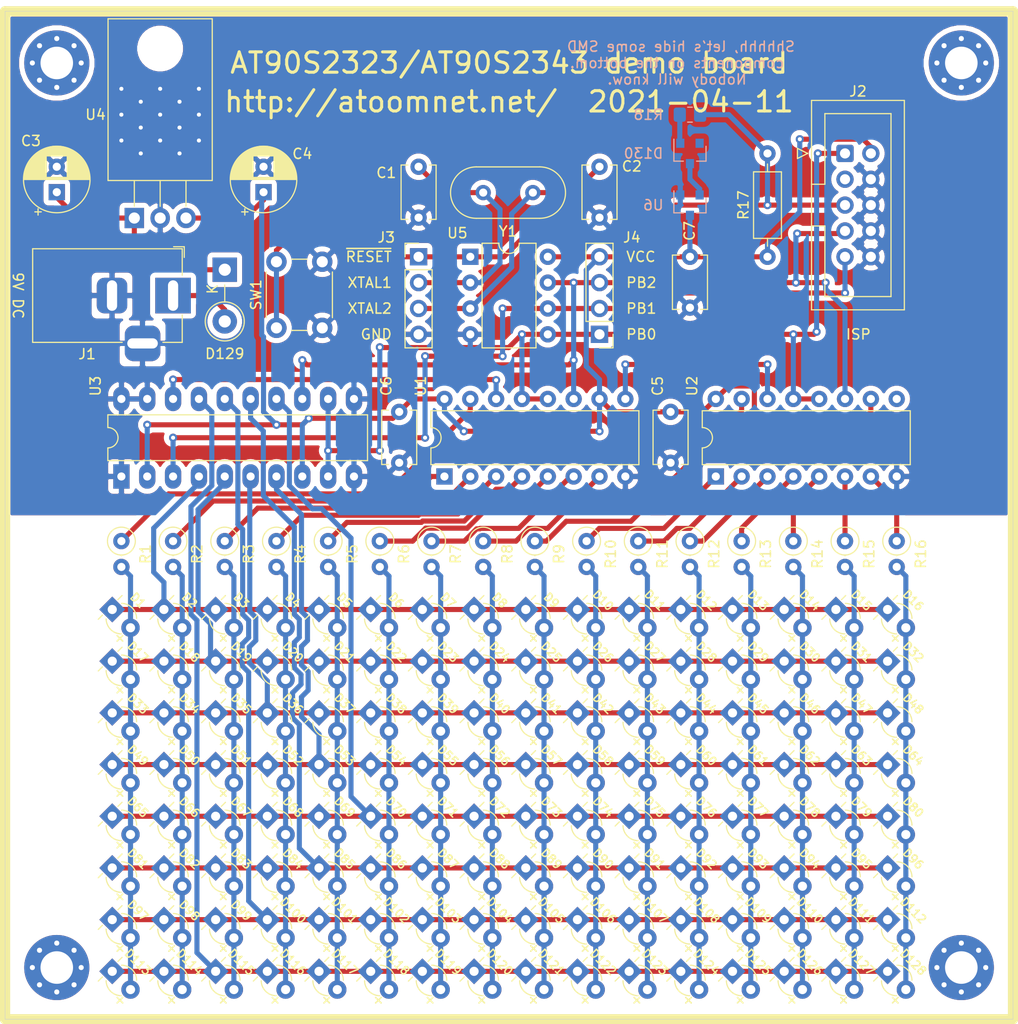
<source format=kicad_pcb>
(kicad_pcb (version 20171130) (host pcbnew "(5.1.9)-1")
  (title_block (title "AT90S2323/AT90S2343 demo board") (date 2021-04-11) (rev V1.0) (company https://github.com/atoomnetmarc/AVR-demo-board))
  (layers (0 F.Cu signal) (31 B.Cu signal) (34 B.Paste user) (35 F.Paste user) (36 B.SilkS user) (37 F.SilkS user) (38 B.Mask user) (39 F.Mask user) (44 Edge.Cuts user))
  (net 0 "")
  (net 1 GND)
  (net 2 "Net-(C3-Pad1)")
  (net 3 "Net-(D1-Pad2)")
  (net 4 ~RESET)
  (net 5 XTAL1)
  (net 6 XTAL2)
  (net 7 PB2)
  (net 8 PB1)
  (net 9 PB0)
  (net 10 +5V)
  (net 11 "Net-(D114-Pad2)")
  (net 12 "Net-(D115-Pad2)")
  (net 13 "Net-(D100-Pad2)")
  (net 14 "Net-(D101-Pad2)")
  (net 15 "Net-(D102-Pad2)")
  (net 16 "Net-(D103-Pad2)")
  (net 17 "Net-(D104-Pad2)")
  (net 18 "Net-(D105-Pad2)")
  (net 19 "Net-(D10-Pad2)")
  (net 20 "Net-(D107-Pad2)")
  (net 21 "Net-(D108-Pad2)")
  (net 22 "Net-(D109-Pad2)")
  (net 23 "Net-(D110-Pad2)")
  (net 24 "Net-(D111-Pad2)")
  (net 25 "Net-(D112-Pad2)")
  (net 26 "Net-(D129-Pad2)")
  (net 27 "Net-(J2-Pad3)")
  (net 28 "Net-(U1-Pad14)")
  (net 29 "Net-(U1-Pad9)")
  (net 30 "Net-(U2-Pad9)")
  (net 31 /R0)
  (net 32 /R1)
  (net 33 /R2)
  (net 34 /R3)
  (net 35 /R4)
  (net 36 /R5)
  (net 37 /R6)
  (net 38 /R7)
  (net 39 /C0)
  (net 40 /C1)
  (net 41 /C2)
  (net 42 /C3)
  (net 43 /C4)
  (net 44 /C5)
  (net 45 /C6)
  (net 46 /C7)
  (net 47 /C8)
  (net 48 /C9)
  (net 49 /C10)
  (net 50 /C11)
  (net 51 /C12)
  (net 52 /C13)
  (net 53 /C14)
  (net 54 /C15)
  (net 55 "Net-(D130-Pad3)")
  (net 56 "Net-(D130-Pad2)")
  (net 57 "Net-(D130-Pad1)")
  (module Package_TO_SOT_SMD:SOT-23 (layer B.Cu) (at 17.78 -30.48 270)
    (fp_text reference U6 (at 0 2.5 180) (layer B.SilkS) (effects (justify left mirror)))
    (fp_text value MAX809M)
    (pad 3 smd rect (at 1 0 270) (size 0.9 0.8) (layers B.Cu B.Paste B.Mask) (net 10 +5V))
    (pad 2 smd rect (at -1 -0.95 270) (size 0.9 0.8) (layers B.Cu B.Paste B.Mask) (net 55 "Net-(D130-Pad3)"))
    (pad 1 smd rect (at -1 0.95 270) (size 0.9 0.8) (layers B.Cu B.Paste B.Mask) (net 1 GND))
  )
  (module Resistor_SMD:R_0805_2012Metric_Pad1.20x1.40mm_HandSolder (layer B.Cu) (at 17.78 -39.37 180)
    (fp_text reference R18 (at 2.54 0) (layer B.SilkS) (effects (justify left mirror)))
    (fp_text value 100R)
    (pad 2 smd roundrect (at 1 0 180) (size 1.2 1.4) (layers B.Cu B.Paste B.Mask) (roundrect_rratio 0.2083325) (net 57 "Net-(D130-Pad1)"))
    (pad 1 smd roundrect (at -1 0 180) (size 1.2 1.4) (layers B.Cu B.Paste B.Mask) (roundrect_rratio 0.2083325) (net 4 ~RESET))
  )
  (module Package_TO_SOT_SMD:SOT-23 (layer B.Cu) (at 17.78 -35.56 270)
    (fp_text reference D130 (at 0 2.54 180) (layer B.SilkS) (effects (justify left mirror)))
    (fp_text value BAV99)
    (pad 3 smd rect (at 1 0 270) (size 0.9 0.8) (layers B.Cu B.Paste B.Mask) (net 55 "Net-(D130-Pad3)"))
    (pad 2 smd rect (at -1 -0.95 270) (size 0.9 0.8) (layers B.Cu B.Paste B.Mask) (net 56 "Net-(D130-Pad2)"))
    (pad 1 smd rect (at -1 0.95 270) (size 0.9 0.8) (layers B.Cu B.Paste B.Mask) (net 57 "Net-(D130-Pad1)"))
  )
  (module LED_THT-extra:LED_D3.0mm_IRGrey (layer F.Cu) (at 38.1 45.72 315)
    (fp_text reference D128 (at -0.127 -2.413 135) (layer F.SilkS) (effects (font (size 0.8 0.8))))
    (fp_text value "blue opaque")
    (fp_text user + (at 1.27 1.397 135) (layer F.SilkS))
    (pad 2 thru_hole circle (at 1.27 0 315) (size 1.8 1.8) (drill 0.9) (layers *.Cu *.Mask) (net 25 "Net-(D112-Pad2)"))
    (pad 1 thru_hole rect (at -1.27 0 315) (size 1.8 1.8) (drill 0.9) (layers *.Cu *.Mask) (net 38 /R7))
  )
  (module LED_THT-extra:LED_D3.0mm_IRGrey (layer F.Cu) (at 33.02 45.72 315)
    (fp_text reference D127 (at -0.127 -2.413 135) (layer F.SilkS) (effects (font (size 0.8 0.8))))
    (fp_text value "blue opaque")
    (fp_text user + (at 1.27 1.397 135) (layer F.SilkS))
    (pad 2 thru_hole circle (at 1.27 0 315) (size 1.8 1.8) (drill 0.9) (layers *.Cu *.Mask) (net 24 "Net-(D111-Pad2)"))
    (pad 1 thru_hole rect (at -1.27 0 315) (size 1.8 1.8) (drill 0.9) (layers *.Cu *.Mask) (net 38 /R7))
  )
  (module LED_THT-extra:LED_D3.0mm_IRGrey (layer F.Cu) (at 27.94 45.72 315)
    (fp_text reference D126 (at -0.127 -2.413 135) (layer F.SilkS) (effects (font (size 0.8 0.8))))
    (fp_text value "blue opaque")
    (fp_text user + (at 1.27 1.397 135) (layer F.SilkS))
    (pad 2 thru_hole circle (at 1.27 0 315) (size 1.8 1.8) (drill 0.9) (layers *.Cu *.Mask) (net 23 "Net-(D110-Pad2)"))
    (pad 1 thru_hole rect (at -1.27 0 315) (size 1.8 1.8) (drill 0.9) (layers *.Cu *.Mask) (net 38 /R7))
  )
  (module LED_THT-extra:LED_D3.0mm_IRGrey (layer F.Cu) (at 22.86 45.72 315)
    (fp_text reference D125 (at -0.127 -2.413 135) (layer F.SilkS) (effects (font (size 0.8 0.8))))
    (fp_text value "blue opaque")
    (fp_text user + (at 1.27 1.397 135) (layer F.SilkS))
    (pad 2 thru_hole circle (at 1.27 0 315) (size 1.8 1.8) (drill 0.9) (layers *.Cu *.Mask) (net 22 "Net-(D109-Pad2)"))
    (pad 1 thru_hole rect (at -1.27 0 315) (size 1.8 1.8) (drill 0.9) (layers *.Cu *.Mask) (net 38 /R7))
  )
  (module LED_THT-extra:LED_D3.0mm_IRGrey (layer F.Cu) (at 17.78 45.72 315)
    (fp_text reference D124 (at -0.127 -2.413 135) (layer F.SilkS) (effects (font (size 0.8 0.8))))
    (fp_text value "blue opaque")
    (fp_text user + (at 1.27 1.397 135) (layer F.SilkS))
    (pad 2 thru_hole circle (at 1.27 0 315) (size 1.8 1.8) (drill 0.9) (layers *.Cu *.Mask) (net 21 "Net-(D108-Pad2)"))
    (pad 1 thru_hole rect (at -1.27 0 315) (size 1.8 1.8) (drill 0.9) (layers *.Cu *.Mask) (net 38 /R7))
  )
  (module LED_THT-extra:LED_D3.0mm_IRGrey (layer F.Cu) (at 12.7 45.72 315)
    (fp_text reference D123 (at -0.127 -2.413 135) (layer F.SilkS) (effects (font (size 0.8 0.8))))
    (fp_text value "blue opaque")
    (fp_text user + (at 1.27 1.397 135) (layer F.SilkS))
    (pad 2 thru_hole circle (at 1.27 0 315) (size 1.8 1.8) (drill 0.9) (layers *.Cu *.Mask) (net 20 "Net-(D107-Pad2)"))
    (pad 1 thru_hole rect (at -1.27 0 315) (size 1.8 1.8) (drill 0.9) (layers *.Cu *.Mask) (net 38 /R7))
  )
  (module LED_THT-extra:LED_D3.0mm_IRGrey (layer F.Cu) (at 7.62 45.72 315)
    (fp_text reference D122 (at -0.127 -2.413 135) (layer F.SilkS) (effects (font (size 0.8 0.8))))
    (fp_text value "blue opaque")
    (fp_text user + (at 1.27 1.397 135) (layer F.SilkS))
    (pad 2 thru_hole circle (at 1.27 0 315) (size 1.8 1.8) (drill 0.9) (layers *.Cu *.Mask) (net 19 "Net-(D10-Pad2)"))
    (pad 1 thru_hole rect (at -1.27 0 315) (size 1.8 1.8) (drill 0.9) (layers *.Cu *.Mask) (net 38 /R7))
  )
  (module LED_THT-extra:LED_D3.0mm_IRGrey (layer F.Cu) (at 2.54 45.72 315)
    (fp_text reference D121 (at -0.127 -2.413 135) (layer F.SilkS) (effects (font (size 0.8 0.8))))
    (fp_text value "blue opaque")
    (fp_text user + (at 1.27 1.397 135) (layer F.SilkS))
    (pad 2 thru_hole circle (at 1.27 0 315) (size 1.8 1.8) (drill 0.9) (layers *.Cu *.Mask) (net 18 "Net-(D105-Pad2)"))
    (pad 1 thru_hole rect (at -1.27 0 315) (size 1.8 1.8) (drill 0.9) (layers *.Cu *.Mask) (net 38 /R7))
  )
  (module LED_THT-extra:LED_D3.0mm_IRGrey (layer F.Cu) (at -2.54 45.72 315)
    (fp_text reference D120 (at -0.127 -2.413 135) (layer F.SilkS) (effects (font (size 0.8 0.8))))
    (fp_text value "blue opaque")
    (fp_text user + (at 1.27 1.397 135) (layer F.SilkS))
    (pad 2 thru_hole circle (at 1.27 0 315) (size 1.8 1.8) (drill 0.9) (layers *.Cu *.Mask) (net 17 "Net-(D104-Pad2)"))
    (pad 1 thru_hole rect (at -1.27 0 315) (size 1.8 1.8) (drill 0.9) (layers *.Cu *.Mask) (net 38 /R7))
  )
  (module LED_THT-extra:LED_D3.0mm_IRGrey (layer F.Cu) (at -7.62 45.72 315)
    (fp_text reference D119 (at -0.127 -2.413 135) (layer F.SilkS) (effects (font (size 0.8 0.8))))
    (fp_text value "blue opaque")
    (fp_text user + (at 1.27 1.397 135) (layer F.SilkS))
    (pad 2 thru_hole circle (at 1.27 0 315) (size 1.8 1.8) (drill 0.9) (layers *.Cu *.Mask) (net 16 "Net-(D103-Pad2)"))
    (pad 1 thru_hole rect (at -1.27 0 315) (size 1.8 1.8) (drill 0.9) (layers *.Cu *.Mask) (net 38 /R7))
  )
  (module LED_THT-extra:LED_D3.0mm_IRGrey (layer F.Cu) (at -12.7 45.72 315)
    (fp_text reference D118 (at -0.127 -2.413 135) (layer F.SilkS) (effects (font (size 0.8 0.8))))
    (fp_text value "blue opaque")
    (fp_text user + (at 1.27 1.397 135) (layer F.SilkS))
    (pad 2 thru_hole circle (at 1.27 0 315) (size 1.8 1.8) (drill 0.9) (layers *.Cu *.Mask) (net 15 "Net-(D102-Pad2)"))
    (pad 1 thru_hole rect (at -1.27 0 315) (size 1.8 1.8) (drill 0.9) (layers *.Cu *.Mask) (net 38 /R7))
  )
  (module LED_THT-extra:LED_D3.0mm_IRGrey (layer F.Cu) (at -17.78 45.72 315)
    (fp_text reference D117 (at -0.127 -2.413 135) (layer F.SilkS) (effects (font (size 0.8 0.8))))
    (fp_text value "blue opaque")
    (fp_text user + (at 1.27 1.397 135) (layer F.SilkS))
    (pad 2 thru_hole circle (at 1.27 0 315) (size 1.8 1.8) (drill 0.9) (layers *.Cu *.Mask) (net 14 "Net-(D101-Pad2)"))
    (pad 1 thru_hole rect (at -1.27 0 315) (size 1.8 1.8) (drill 0.9) (layers *.Cu *.Mask) (net 38 /R7))
  )
  (module LED_THT-extra:LED_D3.0mm_IRGrey (layer F.Cu) (at -22.86 45.72 315)
    (fp_text reference D116 (at -0.127 -2.413 135) (layer F.SilkS) (effects (font (size 0.8 0.8))))
    (fp_text value "blue opaque")
    (fp_text user + (at 1.27 1.397 135) (layer F.SilkS))
    (pad 2 thru_hole circle (at 1.27 0 315) (size 1.8 1.8) (drill 0.9) (layers *.Cu *.Mask) (net 13 "Net-(D100-Pad2)"))
    (pad 1 thru_hole rect (at -1.27 0 315) (size 1.8 1.8) (drill 0.9) (layers *.Cu *.Mask) (net 38 /R7))
  )
  (module LED_THT-extra:LED_D3.0mm_IRGrey (layer F.Cu) (at -27.94 45.72 315)
    (fp_text reference D115 (at -0.127 -2.413 135) (layer F.SilkS) (effects (font (size 0.8 0.8))))
    (fp_text value "blue opaque")
    (fp_text user + (at 1.27 1.397 135) (layer F.SilkS))
    (pad 2 thru_hole circle (at 1.27 0 315) (size 1.8 1.8) (drill 0.9) (layers *.Cu *.Mask) (net 12 "Net-(D115-Pad2)"))
    (pad 1 thru_hole rect (at -1.27 0 315) (size 1.8 1.8) (drill 0.9) (layers *.Cu *.Mask) (net 38 /R7))
  )
  (module LED_THT-extra:LED_D3.0mm_IRGrey (layer F.Cu) (at -33.02 45.72 315)
    (fp_text reference D114 (at -0.127 -2.413 135) (layer F.SilkS) (effects (font (size 0.8 0.8))))
    (fp_text value "blue opaque")
    (fp_text user + (at 1.27 1.397 135) (layer F.SilkS))
    (pad 2 thru_hole circle (at 1.27 0 315) (size 1.8 1.8) (drill 0.9) (layers *.Cu *.Mask) (net 11 "Net-(D114-Pad2)"))
    (pad 1 thru_hole rect (at -1.27 0 315) (size 1.8 1.8) (drill 0.9) (layers *.Cu *.Mask) (net 38 /R7))
  )
  (module LED_THT-extra:LED_D3.0mm_IRGrey (layer F.Cu) (at -38.1 45.72 315)
    (fp_text reference D113 (at -0.127 -2.413 135) (layer F.SilkS) (effects (font (size 0.8 0.8))))
    (fp_text value "blue opaque")
    (fp_text user + (at 1.27 1.397 135) (layer F.SilkS))
    (pad 2 thru_hole circle (at 1.27 0 315) (size 1.8 1.8) (drill 0.9) (layers *.Cu *.Mask) (net 3 "Net-(D1-Pad2)"))
    (pad 1 thru_hole rect (at -1.27 0 315) (size 1.8 1.8) (drill 0.9) (layers *.Cu *.Mask) (net 38 /R7))
  )
  (module LED_THT-extra:LED_D3.0mm_IRGrey (layer F.Cu) (at 38.1 40.64 315)
    (fp_text reference D112 (at -0.127 -2.413 135) (layer F.SilkS) (effects (font (size 0.8 0.8))))
    (fp_text value "blue opaque")
    (fp_text user + (at 1.27 1.397 135) (layer F.SilkS))
    (pad 2 thru_hole circle (at 1.27 0 315) (size 1.8 1.8) (drill 0.9) (layers *.Cu *.Mask) (net 25 "Net-(D112-Pad2)"))
    (pad 1 thru_hole rect (at -1.27 0 315) (size 1.8 1.8) (drill 0.9) (layers *.Cu *.Mask) (net 37 /R6))
  )
  (module LED_THT-extra:LED_D3.0mm_IRGrey (layer F.Cu) (at 33.02 40.64 315)
    (fp_text reference D111 (at -0.127 -2.413 135) (layer F.SilkS) (effects (font (size 0.8 0.8))))
    (fp_text value "blue opaque")
    (fp_text user + (at 1.27 1.397 135) (layer F.SilkS))
    (pad 2 thru_hole circle (at 1.27 0 315) (size 1.8 1.8) (drill 0.9) (layers *.Cu *.Mask) (net 24 "Net-(D111-Pad2)"))
    (pad 1 thru_hole rect (at -1.27 0 315) (size 1.8 1.8) (drill 0.9) (layers *.Cu *.Mask) (net 37 /R6))
  )
  (module LED_THT-extra:LED_D3.0mm_IRGrey (layer F.Cu) (at 27.94 40.64 315)
    (fp_text reference D110 (at -0.127 -2.413 135) (layer F.SilkS) (effects (font (size 0.8 0.8))))
    (fp_text value "blue opaque")
    (fp_text user + (at 1.27 1.397 135) (layer F.SilkS))
    (pad 2 thru_hole circle (at 1.27 0 315) (size 1.8 1.8) (drill 0.9) (layers *.Cu *.Mask) (net 23 "Net-(D110-Pad2)"))
    (pad 1 thru_hole rect (at -1.27 0 315) (size 1.8 1.8) (drill 0.9) (layers *.Cu *.Mask) (net 37 /R6))
  )
  (module LED_THT-extra:LED_D3.0mm_IRGrey (layer F.Cu) (at 22.86 40.64 315)
    (fp_text reference D109 (at -0.127 -2.413 135) (layer F.SilkS) (effects (font (size 0.8 0.8))))
    (fp_text value "blue opaque")
    (fp_text user + (at 1.27 1.397 135) (layer F.SilkS))
    (pad 2 thru_hole circle (at 1.27 0 315) (size 1.8 1.8) (drill 0.9) (layers *.Cu *.Mask) (net 22 "Net-(D109-Pad2)"))
    (pad 1 thru_hole rect (at -1.27 0 315) (size 1.8 1.8) (drill 0.9) (layers *.Cu *.Mask) (net 37 /R6))
  )
  (module LED_THT-extra:LED_D3.0mm_IRGrey (layer F.Cu) (at 17.78 40.64 315)
    (fp_text reference D108 (at -0.127 -2.413 135) (layer F.SilkS) (effects (font (size 0.8 0.8))))
    (fp_text value "blue opaque")
    (fp_text user + (at 1.27 1.397 135) (layer F.SilkS))
    (pad 2 thru_hole circle (at 1.27 0 315) (size 1.8 1.8) (drill 0.9) (layers *.Cu *.Mask) (net 21 "Net-(D108-Pad2)"))
    (pad 1 thru_hole rect (at -1.27 0 315) (size 1.8 1.8) (drill 0.9) (layers *.Cu *.Mask) (net 37 /R6))
  )
  (module LED_THT-extra:LED_D3.0mm_IRGrey (layer F.Cu) (at 12.7 40.64 315)
    (fp_text reference D107 (at -0.127 -2.413 135) (layer F.SilkS) (effects (font (size 0.8 0.8))))
    (fp_text value "blue opaque")
    (fp_text user + (at 1.27 1.397 135) (layer F.SilkS))
    (pad 2 thru_hole circle (at 1.27 0 315) (size 1.8 1.8) (drill 0.9) (layers *.Cu *.Mask) (net 20 "Net-(D107-Pad2)"))
    (pad 1 thru_hole rect (at -1.27 0 315) (size 1.8 1.8) (drill 0.9) (layers *.Cu *.Mask) (net 37 /R6))
  )
  (module LED_THT-extra:LED_D3.0mm_IRGrey (layer F.Cu) (at 7.62 40.64 315)
    (fp_text reference D106 (at -0.127 -2.413 135) (layer F.SilkS) (effects (font (size 0.8 0.8))))
    (fp_text value "blue opaque")
    (fp_text user + (at 1.27 1.397 135) (layer F.SilkS))
    (pad 2 thru_hole circle (at 1.27 0 315) (size 1.8 1.8) (drill 0.9) (layers *.Cu *.Mask) (net 19 "Net-(D10-Pad2)"))
    (pad 1 thru_hole rect (at -1.27 0 315) (size 1.8 1.8) (drill 0.9) (layers *.Cu *.Mask) (net 37 /R6))
  )
  (module LED_THT-extra:LED_D3.0mm_IRGrey (layer F.Cu) (at 2.54 40.64 315)
    (fp_text reference D105 (at -0.127 -2.413 135) (layer F.SilkS) (effects (font (size 0.8 0.8))))
    (fp_text value "blue opaque")
    (fp_text user + (at 1.27 1.397 135) (layer F.SilkS))
    (pad 2 thru_hole circle (at 1.27 0 315) (size 1.8 1.8) (drill 0.9) (layers *.Cu *.Mask) (net 18 "Net-(D105-Pad2)"))
    (pad 1 thru_hole rect (at -1.27 0 315) (size 1.8 1.8) (drill 0.9) (layers *.Cu *.Mask) (net 37 /R6))
  )
  (module LED_THT-extra:LED_D3.0mm_IRGrey (layer F.Cu) (at -2.54 40.64 315)
    (fp_text reference D104 (at -0.127 -2.413 135) (layer F.SilkS) (effects (font (size 0.8 0.8))))
    (fp_text value "blue opaque")
    (fp_text user + (at 1.27 1.397 135) (layer F.SilkS))
    (pad 2 thru_hole circle (at 1.27 0 315) (size 1.8 1.8) (drill 0.9) (layers *.Cu *.Mask) (net 17 "Net-(D104-Pad2)"))
    (pad 1 thru_hole rect (at -1.27 0 315) (size 1.8 1.8) (drill 0.9) (layers *.Cu *.Mask) (net 37 /R6))
  )
  (module LED_THT-extra:LED_D3.0mm_IRGrey (layer F.Cu) (at -7.62 40.64 315)
    (fp_text reference D103 (at -0.127 -2.413 135) (layer F.SilkS) (effects (font (size 0.8 0.8))))
    (fp_text value "blue opaque")
    (fp_text user + (at 1.27 1.397 135) (layer F.SilkS))
    (pad 2 thru_hole circle (at 1.27 0 315) (size 1.8 1.8) (drill 0.9) (layers *.Cu *.Mask) (net 16 "Net-(D103-Pad2)"))
    (pad 1 thru_hole rect (at -1.27 0 315) (size 1.8 1.8) (drill 0.9) (layers *.Cu *.Mask) (net 37 /R6))
  )
  (module LED_THT-extra:LED_D3.0mm_IRGrey (layer F.Cu) (at -12.7 40.64 315)
    (fp_text reference D102 (at -0.127 -2.413 135) (layer F.SilkS) (effects (font (size 0.8 0.8))))
    (fp_text value "blue opaque")
    (fp_text user + (at 1.27 1.397 135) (layer F.SilkS))
    (pad 2 thru_hole circle (at 1.27 0 315) (size 1.8 1.8) (drill 0.9) (layers *.Cu *.Mask) (net 15 "Net-(D102-Pad2)"))
    (pad 1 thru_hole rect (at -1.27 0 315) (size 1.8 1.8) (drill 0.9) (layers *.Cu *.Mask) (net 37 /R6))
  )
  (module LED_THT-extra:LED_D3.0mm_IRGrey (layer F.Cu) (at -17.78 40.64 315)
    (fp_text reference D101 (at -0.127 -2.413 135) (layer F.SilkS) (effects (font (size 0.8 0.8))))
    (fp_text value "blue opaque")
    (fp_text user + (at 1.27 1.397 135) (layer F.SilkS))
    (pad 2 thru_hole circle (at 1.27 0 315) (size 1.8 1.8) (drill 0.9) (layers *.Cu *.Mask) (net 14 "Net-(D101-Pad2)"))
    (pad 1 thru_hole rect (at -1.27 0 315) (size 1.8 1.8) (drill 0.9) (layers *.Cu *.Mask) (net 37 /R6))
  )
  (module LED_THT-extra:LED_D3.0mm_IRGrey (layer F.Cu) (at -22.86 40.64 315)
    (fp_text reference D100 (at -0.127 -2.413 135) (layer F.SilkS) (effects (font (size 0.8 0.8))))
    (fp_text value "blue opaque")
    (fp_text user + (at 1.27 1.397 135) (layer F.SilkS))
    (pad 2 thru_hole circle (at 1.27 0 315) (size 1.8 1.8) (drill 0.9) (layers *.Cu *.Mask) (net 13 "Net-(D100-Pad2)"))
    (pad 1 thru_hole rect (at -1.27 0 315) (size 1.8 1.8) (drill 0.9) (layers *.Cu *.Mask) (net 37 /R6))
  )
  (module LED_THT-extra:LED_D3.0mm_IRGrey (layer F.Cu) (at -27.94 40.64 315)
    (fp_text reference D99 (at -0.127 -2.413 135) (layer F.SilkS) (effects (font (size 0.8 0.8))))
    (fp_text value "blue opaque")
    (fp_text user + (at 1.27 1.397 135) (layer F.SilkS))
    (pad 2 thru_hole circle (at 1.27 0 315) (size 1.8 1.8) (drill 0.9) (layers *.Cu *.Mask) (net 12 "Net-(D115-Pad2)"))
    (pad 1 thru_hole rect (at -1.27 0 315) (size 1.8 1.8) (drill 0.9) (layers *.Cu *.Mask) (net 37 /R6))
  )
  (module LED_THT-extra:LED_D3.0mm_IRGrey (layer F.Cu) (at -33.02 40.64 315)
    (fp_text reference D98 (at -0.127 -2.413 135) (layer F.SilkS) (effects (font (size 0.8 0.8))))
    (fp_text value "blue opaque")
    (fp_text user + (at 1.27 1.397 135) (layer F.SilkS))
    (pad 2 thru_hole circle (at 1.27 0 315) (size 1.8 1.8) (drill 0.9) (layers *.Cu *.Mask) (net 11 "Net-(D114-Pad2)"))
    (pad 1 thru_hole rect (at -1.27 0 315) (size 1.8 1.8) (drill 0.9) (layers *.Cu *.Mask) (net 37 /R6))
  )
  (module LED_THT-extra:LED_D3.0mm_IRGrey (layer F.Cu) (at -38.1 40.64 315)
    (fp_text reference D97 (at -0.127 -2.413 135) (layer F.SilkS) (effects (font (size 0.8 0.8))))
    (fp_text value "blue opaque")
    (fp_text user + (at 1.27 1.397 135) (layer F.SilkS))
    (pad 2 thru_hole circle (at 1.27 0 315) (size 1.8 1.8) (drill 0.9) (layers *.Cu *.Mask) (net 3 "Net-(D1-Pad2)"))
    (pad 1 thru_hole rect (at -1.27 0 315) (size 1.8 1.8) (drill 0.9) (layers *.Cu *.Mask) (net 37 /R6))
  )
  (module LED_THT-extra:LED_D3.0mm_IRGrey (layer F.Cu) (at 38.1 35.56 315)
    (fp_text reference D96 (at -0.127 -2.413 135) (layer F.SilkS) (effects (font (size 0.8 0.8))))
    (fp_text value "blue opaque")
    (fp_text user + (at 1.27 1.397 135) (layer F.SilkS))
    (pad 2 thru_hole circle (at 1.27 0 315) (size 1.8 1.8) (drill 0.9) (layers *.Cu *.Mask) (net 25 "Net-(D112-Pad2)"))
    (pad 1 thru_hole rect (at -1.27 0 315) (size 1.8 1.8) (drill 0.9) (layers *.Cu *.Mask) (net 36 /R5))
  )
  (module LED_THT-extra:LED_D3.0mm_IRGrey (layer F.Cu) (at 33.02 35.56 315)
    (fp_text reference D95 (at -0.127 -2.413 135) (layer F.SilkS) (effects (font (size 0.8 0.8))))
    (fp_text value "blue opaque")
    (fp_text user + (at 1.27 1.397 135) (layer F.SilkS))
    (pad 2 thru_hole circle (at 1.27 0 315) (size 1.8 1.8) (drill 0.9) (layers *.Cu *.Mask) (net 24 "Net-(D111-Pad2)"))
    (pad 1 thru_hole rect (at -1.27 0 315) (size 1.8 1.8) (drill 0.9) (layers *.Cu *.Mask) (net 36 /R5))
  )
  (module LED_THT-extra:LED_D3.0mm_IRGrey (layer F.Cu) (at 27.94 35.56 315)
    (fp_text reference D94 (at -0.127 -2.413 135) (layer F.SilkS) (effects (font (size 0.8 0.8))))
    (fp_text value "blue opaque")
    (fp_text user + (at 1.27 1.397 135) (layer F.SilkS))
    (pad 2 thru_hole circle (at 1.27 0 315) (size 1.8 1.8) (drill 0.9) (layers *.Cu *.Mask) (net 23 "Net-(D110-Pad2)"))
    (pad 1 thru_hole rect (at -1.27 0 315) (size 1.8 1.8) (drill 0.9) (layers *.Cu *.Mask) (net 36 /R5))
  )
  (module LED_THT-extra:LED_D3.0mm_IRGrey (layer F.Cu) (at 22.86 35.56 315)
    (fp_text reference D93 (at -0.127 -2.413 135) (layer F.SilkS) (effects (font (size 0.8 0.8))))
    (fp_text value "blue opaque")
    (fp_text user + (at 1.27 1.397 135) (layer F.SilkS))
    (pad 2 thru_hole circle (at 1.27 0 315) (size 1.8 1.8) (drill 0.9) (layers *.Cu *.Mask) (net 22 "Net-(D109-Pad2)"))
    (pad 1 thru_hole rect (at -1.27 0 315) (size 1.8 1.8) (drill 0.9) (layers *.Cu *.Mask) (net 36 /R5))
  )
  (module LED_THT-extra:LED_D3.0mm_IRGrey (layer F.Cu) (at 17.78 35.56 315)
    (fp_text reference D92 (at -0.127 -2.413 135) (layer F.SilkS) (effects (font (size 0.8 0.8))))
    (fp_text value "blue opaque")
    (fp_text user + (at 1.27 1.397 135) (layer F.SilkS))
    (pad 2 thru_hole circle (at 1.27 0 315) (size 1.8 1.8) (drill 0.9) (layers *.Cu *.Mask) (net 21 "Net-(D108-Pad2)"))
    (pad 1 thru_hole rect (at -1.27 0 315) (size 1.8 1.8) (drill 0.9) (layers *.Cu *.Mask) (net 36 /R5))
  )
  (module LED_THT-extra:LED_D3.0mm_IRGrey (layer F.Cu) (at 12.7 35.56 315)
    (fp_text reference D91 (at -0.127 -2.413 135) (layer F.SilkS) (effects (font (size 0.8 0.8))))
    (fp_text value "blue opaque")
    (fp_text user + (at 1.27 1.397 135) (layer F.SilkS))
    (pad 2 thru_hole circle (at 1.27 0 315) (size 1.8 1.8) (drill 0.9) (layers *.Cu *.Mask) (net 20 "Net-(D107-Pad2)"))
    (pad 1 thru_hole rect (at -1.27 0 315) (size 1.8 1.8) (drill 0.9) (layers *.Cu *.Mask) (net 36 /R5))
  )
  (module LED_THT-extra:LED_D3.0mm_IRGrey (layer F.Cu) (at 7.62 35.56 315)
    (fp_text reference D90 (at -0.127 -2.413 135) (layer F.SilkS) (effects (font (size 0.8 0.8))))
    (fp_text value "blue opaque")
    (fp_text user + (at 1.27 1.397 135) (layer F.SilkS))
    (pad 2 thru_hole circle (at 1.27 0 315) (size 1.8 1.8) (drill 0.9) (layers *.Cu *.Mask) (net 19 "Net-(D10-Pad2)"))
    (pad 1 thru_hole rect (at -1.27 0 315) (size 1.8 1.8) (drill 0.9) (layers *.Cu *.Mask) (net 36 /R5))
  )
  (module LED_THT-extra:LED_D3.0mm_IRGrey (layer F.Cu) (at 2.54 35.56 315)
    (fp_text reference D89 (at -0.127 -2.413 135) (layer F.SilkS) (effects (font (size 0.8 0.8))))
    (fp_text value "blue opaque")
    (fp_text user + (at 1.27 1.397 135) (layer F.SilkS))
    (pad 2 thru_hole circle (at 1.27 0 315) (size 1.8 1.8) (drill 0.9) (layers *.Cu *.Mask) (net 18 "Net-(D105-Pad2)"))
    (pad 1 thru_hole rect (at -1.27 0 315) (size 1.8 1.8) (drill 0.9) (layers *.Cu *.Mask) (net 36 /R5))
  )
  (module LED_THT-extra:LED_D3.0mm_IRGrey (layer F.Cu) (at -2.54 35.56 315)
    (fp_text reference D88 (at -0.127 -2.413 135) (layer F.SilkS) (effects (font (size 0.8 0.8))))
    (fp_text value "blue opaque")
    (fp_text user + (at 1.27 1.397 135) (layer F.SilkS))
    (pad 2 thru_hole circle (at 1.27 0 315) (size 1.8 1.8) (drill 0.9) (layers *.Cu *.Mask) (net 17 "Net-(D104-Pad2)"))
    (pad 1 thru_hole rect (at -1.27 0 315) (size 1.8 1.8) (drill 0.9) (layers *.Cu *.Mask) (net 36 /R5))
  )
  (module LED_THT-extra:LED_D3.0mm_IRGrey (layer F.Cu) (at -7.62 35.56 315)
    (fp_text reference D87 (at -0.127 -2.413 135) (layer F.SilkS) (effects (font (size 0.8 0.8))))
    (fp_text value "blue opaque")
    (fp_text user + (at 1.27 1.397 135) (layer F.SilkS))
    (pad 2 thru_hole circle (at 1.27 0 315) (size 1.8 1.8) (drill 0.9) (layers *.Cu *.Mask) (net 16 "Net-(D103-Pad2)"))
    (pad 1 thru_hole rect (at -1.27 0 315) (size 1.8 1.8) (drill 0.9) (layers *.Cu *.Mask) (net 36 /R5))
  )
  (module LED_THT-extra:LED_D3.0mm_IRGrey (layer F.Cu) (at -12.7 35.56 315)
    (fp_text reference D86 (at -0.127 -2.413 135) (layer F.SilkS) (effects (font (size 0.8 0.8))))
    (fp_text value "blue opaque")
    (fp_text user + (at 1.27 1.397 135) (layer F.SilkS))
    (pad 2 thru_hole circle (at 1.27 0 315) (size 1.8 1.8) (drill 0.9) (layers *.Cu *.Mask) (net 15 "Net-(D102-Pad2)"))
    (pad 1 thru_hole rect (at -1.27 0 315) (size 1.8 1.8) (drill 0.9) (layers *.Cu *.Mask) (net 36 /R5))
  )
  (module LED_THT-extra:LED_D3.0mm_IRGrey (layer F.Cu) (at -17.78 35.56 315)
    (fp_text reference D85 (at -0.127 -2.413 135) (layer F.SilkS) (effects (font (size 0.8 0.8))))
    (fp_text value "blue opaque")
    (fp_text user + (at 1.27 1.397 135) (layer F.SilkS))
    (pad 2 thru_hole circle (at 1.27 0 315) (size 1.8 1.8) (drill 0.9) (layers *.Cu *.Mask) (net 14 "Net-(D101-Pad2)"))
    (pad 1 thru_hole rect (at -1.27 0 315) (size 1.8 1.8) (drill 0.9) (layers *.Cu *.Mask) (net 36 /R5))
  )
  (module LED_THT-extra:LED_D3.0mm_IRGrey (layer F.Cu) (at -22.86 35.56 315)
    (fp_text reference D84 (at -0.127 -2.413 135) (layer F.SilkS) (effects (font (size 0.8 0.8))))
    (fp_text value "blue opaque")
    (fp_text user + (at 1.27 1.397 135) (layer F.SilkS))
    (pad 2 thru_hole circle (at 1.27 0 315) (size 1.8 1.8) (drill 0.9) (layers *.Cu *.Mask) (net 13 "Net-(D100-Pad2)"))
    (pad 1 thru_hole rect (at -1.27 0 315) (size 1.8 1.8) (drill 0.9) (layers *.Cu *.Mask) (net 36 /R5))
  )
  (module LED_THT-extra:LED_D3.0mm_IRGrey (layer F.Cu) (at -27.94 35.56 315)
    (fp_text reference D83 (at -0.127 -2.413 135) (layer F.SilkS) (effects (font (size 0.8 0.8))))
    (fp_text value "blue opaque")
    (fp_text user + (at 1.27 1.397 135) (layer F.SilkS))
    (pad 2 thru_hole circle (at 1.27 0 315) (size 1.8 1.8) (drill 0.9) (layers *.Cu *.Mask) (net 12 "Net-(D115-Pad2)"))
    (pad 1 thru_hole rect (at -1.27 0 315) (size 1.8 1.8) (drill 0.9) (layers *.Cu *.Mask) (net 36 /R5))
  )
  (module LED_THT-extra:LED_D3.0mm_IRGrey (layer F.Cu) (at -33.02 35.56 315)
    (fp_text reference D82 (at -0.127 -2.413 135) (layer F.SilkS) (effects (font (size 0.8 0.8))))
    (fp_text value "blue opaque")
    (fp_text user + (at 1.27 1.397 135) (layer F.SilkS))
    (pad 2 thru_hole circle (at 1.27 0 315) (size 1.8 1.8) (drill 0.9) (layers *.Cu *.Mask) (net 11 "Net-(D114-Pad2)"))
    (pad 1 thru_hole rect (at -1.27 0 315) (size 1.8 1.8) (drill 0.9) (layers *.Cu *.Mask) (net 36 /R5))
  )
  (module LED_THT-extra:LED_D3.0mm_IRGrey (layer F.Cu) (at -38.1 35.56 315)
    (fp_text reference D81 (at -0.127 -2.413 135) (layer F.SilkS) (effects (font (size 0.8 0.8))))
    (fp_text value "blue opaque")
    (fp_text user + (at 1.27 1.397 135) (layer F.SilkS))
    (pad 2 thru_hole circle (at 1.27 0 315) (size 1.8 1.8) (drill 0.9) (layers *.Cu *.Mask) (net 3 "Net-(D1-Pad2)"))
    (pad 1 thru_hole rect (at -1.27 0 315) (size 1.8 1.8) (drill 0.9) (layers *.Cu *.Mask) (net 36 /R5))
  )
  (module LED_THT-extra:LED_D3.0mm_IRGrey (layer F.Cu) (at 38.1 30.48 315)
    (fp_text reference D80 (at -0.127 -2.413 135) (layer F.SilkS) (effects (font (size 0.8 0.8))))
    (fp_text value "blue opaque")
    (fp_text user + (at 1.27 1.397 135) (layer F.SilkS))
    (pad 2 thru_hole circle (at 1.27 0 315) (size 1.8 1.8) (drill 0.9) (layers *.Cu *.Mask) (net 25 "Net-(D112-Pad2)"))
    (pad 1 thru_hole rect (at -1.27 0 315) (size 1.8 1.8) (drill 0.9) (layers *.Cu *.Mask) (net 35 /R4))
  )
  (module LED_THT-extra:LED_D3.0mm_IRGrey (layer F.Cu) (at 33.02 30.48 315)
    (fp_text reference D79 (at -0.127 -2.413 135) (layer F.SilkS) (effects (font (size 0.8 0.8))))
    (fp_text value "blue opaque")
    (fp_text user + (at 1.27 1.397 135) (layer F.SilkS))
    (pad 2 thru_hole circle (at 1.27 0 315) (size 1.8 1.8) (drill 0.9) (layers *.Cu *.Mask) (net 24 "Net-(D111-Pad2)"))
    (pad 1 thru_hole rect (at -1.27 0 315) (size 1.8 1.8) (drill 0.9) (layers *.Cu *.Mask) (net 35 /R4))
  )
  (module LED_THT-extra:LED_D3.0mm_IRGrey (layer F.Cu) (at 27.94 30.48 315)
    (fp_text reference D78 (at -0.127 -2.413 135) (layer F.SilkS) (effects (font (size 0.8 0.8))))
    (fp_text value "blue opaque")
    (fp_text user + (at 1.27 1.397 135) (layer F.SilkS))
    (pad 2 thru_hole circle (at 1.27 0 315) (size 1.8 1.8) (drill 0.9) (layers *.Cu *.Mask) (net 23 "Net-(D110-Pad2)"))
    (pad 1 thru_hole rect (at -1.27 0 315) (size 1.8 1.8) (drill 0.9) (layers *.Cu *.Mask) (net 35 /R4))
  )
  (module LED_THT-extra:LED_D3.0mm_IRGrey (layer F.Cu) (at 22.86 30.48 315)
    (fp_text reference D77 (at -0.127 -2.413 135) (layer F.SilkS) (effects (font (size 0.8 0.8))))
    (fp_text value "blue opaque")
    (fp_text user + (at 1.27 1.397 135) (layer F.SilkS))
    (pad 2 thru_hole circle (at 1.27 0 315) (size 1.8 1.8) (drill 0.9) (layers *.Cu *.Mask) (net 22 "Net-(D109-Pad2)"))
    (pad 1 thru_hole rect (at -1.27 0 315) (size 1.8 1.8) (drill 0.9) (layers *.Cu *.Mask) (net 35 /R4))
  )
  (module LED_THT-extra:LED_D3.0mm_IRGrey (layer F.Cu) (at 17.78 30.48 315)
    (fp_text reference D76 (at -0.127 -2.413 135) (layer F.SilkS) (effects (font (size 0.8 0.8))))
    (fp_text value "blue opaque")
    (fp_text user + (at 1.27 1.397 135) (layer F.SilkS))
    (pad 2 thru_hole circle (at 1.27 0 315) (size 1.8 1.8) (drill 0.9) (layers *.Cu *.Mask) (net 21 "Net-(D108-Pad2)"))
    (pad 1 thru_hole rect (at -1.27 0 315) (size 1.8 1.8) (drill 0.9) (layers *.Cu *.Mask) (net 35 /R4))
  )
  (module LED_THT-extra:LED_D3.0mm_IRGrey (layer F.Cu) (at 12.7 30.48 315)
    (fp_text reference D75 (at -0.127 -2.413 135) (layer F.SilkS) (effects (font (size 0.8 0.8))))
    (fp_text value "blue opaque")
    (fp_text user + (at 1.27 1.397 135) (layer F.SilkS))
    (pad 2 thru_hole circle (at 1.27 0 315) (size 1.8 1.8) (drill 0.9) (layers *.Cu *.Mask) (net 20 "Net-(D107-Pad2)"))
    (pad 1 thru_hole rect (at -1.27 0 315) (size 1.8 1.8) (drill 0.9) (layers *.Cu *.Mask) (net 35 /R4))
  )
  (module LED_THT-extra:LED_D3.0mm_IRGrey (layer F.Cu) (at 7.62 30.48 315)
    (fp_text reference D74 (at -0.127 -2.413 135) (layer F.SilkS) (effects (font (size 0.8 0.8))))
    (fp_text value "blue opaque")
    (fp_text user + (at 1.27 1.397 135) (layer F.SilkS))
    (pad 2 thru_hole circle (at 1.27 0 315) (size 1.8 1.8) (drill 0.9) (layers *.Cu *.Mask) (net 19 "Net-(D10-Pad2)"))
    (pad 1 thru_hole rect (at -1.27 0 315) (size 1.8 1.8) (drill 0.9) (layers *.Cu *.Mask) (net 35 /R4))
  )
  (module LED_THT-extra:LED_D3.0mm_IRGrey (layer F.Cu) (at 2.54 30.48 315)
    (fp_text reference D73 (at -0.127 -2.413 135) (layer F.SilkS) (effects (font (size 0.8 0.8))))
    (fp_text value "blue opaque")
    (fp_text user + (at 1.27 1.397 135) (layer F.SilkS))
    (pad 2 thru_hole circle (at 1.27 0 315) (size 1.8 1.8) (drill 0.9) (layers *.Cu *.Mask) (net 18 "Net-(D105-Pad2)"))
    (pad 1 thru_hole rect (at -1.27 0 315) (size 1.8 1.8) (drill 0.9) (layers *.Cu *.Mask) (net 35 /R4))
  )
  (module LED_THT-extra:LED_D3.0mm_IRGrey (layer F.Cu) (at -2.54 30.48 315)
    (fp_text reference D72 (at -0.127 -2.413 135) (layer F.SilkS) (effects (font (size 0.8 0.8))))
    (fp_text value "blue opaque")
    (fp_text user + (at 1.27 1.397 135) (layer F.SilkS))
    (pad 2 thru_hole circle (at 1.27 0 315) (size 1.8 1.8) (drill 0.9) (layers *.Cu *.Mask) (net 17 "Net-(D104-Pad2)"))
    (pad 1 thru_hole rect (at -1.27 0 315) (size 1.8 1.8) (drill 0.9) (layers *.Cu *.Mask) (net 35 /R4))
  )
  (module LED_THT-extra:LED_D3.0mm_IRGrey (layer F.Cu) (at -7.62 30.48 315)
    (fp_text reference D71 (at -0.127 -2.413 135) (layer F.SilkS) (effects (font (size 0.8 0.8))))
    (fp_text value "blue opaque")
    (fp_text user + (at 1.27 1.397 135) (layer F.SilkS))
    (pad 2 thru_hole circle (at 1.27 0 315) (size 1.8 1.8) (drill 0.9) (layers *.Cu *.Mask) (net 16 "Net-(D103-Pad2)"))
    (pad 1 thru_hole rect (at -1.27 0 315) (size 1.8 1.8) (drill 0.9) (layers *.Cu *.Mask) (net 35 /R4))
  )
  (module LED_THT-extra:LED_D3.0mm_IRGrey (layer F.Cu) (at -12.7 30.48 315)
    (fp_text reference D70 (at -0.127 -2.413 135) (layer F.SilkS) (effects (font (size 0.8 0.8))))
    (fp_text value "blue opaque")
    (fp_text user + (at 1.27 1.397 135) (layer F.SilkS))
    (pad 2 thru_hole circle (at 1.27 0 315) (size 1.8 1.8) (drill 0.9) (layers *.Cu *.Mask) (net 15 "Net-(D102-Pad2)"))
    (pad 1 thru_hole rect (at -1.27 0 315) (size 1.8 1.8) (drill 0.9) (layers *.Cu *.Mask) (net 35 /R4))
  )
  (module LED_THT-extra:LED_D3.0mm_IRGrey (layer F.Cu) (at -17.78 30.48 315)
    (fp_text reference D69 (at -0.127 -2.413 135) (layer F.SilkS) (effects (font (size 0.8 0.8))))
    (fp_text value "blue opaque")
    (fp_text user + (at 1.27 1.397 135) (layer F.SilkS))
    (pad 2 thru_hole circle (at 1.27 0 315) (size 1.8 1.8) (drill 0.9) (layers *.Cu *.Mask) (net 14 "Net-(D101-Pad2)"))
    (pad 1 thru_hole rect (at -1.27 0 315) (size 1.8 1.8) (drill 0.9) (layers *.Cu *.Mask) (net 35 /R4))
  )
  (module LED_THT-extra:LED_D3.0mm_IRGrey (layer F.Cu) (at -22.86 30.48 315)
    (fp_text reference D68 (at -0.127 -2.413 135) (layer F.SilkS) (effects (font (size 0.8 0.8))))
    (fp_text value "blue opaque")
    (fp_text user + (at 1.27 1.397 135) (layer F.SilkS))
    (pad 2 thru_hole circle (at 1.27 0 315) (size 1.8 1.8) (drill 0.9) (layers *.Cu *.Mask) (net 13 "Net-(D100-Pad2)"))
    (pad 1 thru_hole rect (at -1.27 0 315) (size 1.8 1.8) (drill 0.9) (layers *.Cu *.Mask) (net 35 /R4))
  )
  (module LED_THT-extra:LED_D3.0mm_IRGrey (layer F.Cu) (at -27.94 30.48 315)
    (fp_text reference D67 (at -0.127 -2.413 135) (layer F.SilkS) (effects (font (size 0.8 0.8))))
    (fp_text value "blue opaque")
    (fp_text user + (at 1.27 1.397 135) (layer F.SilkS))
    (pad 2 thru_hole circle (at 1.27 0 315) (size 1.8 1.8) (drill 0.9) (layers *.Cu *.Mask) (net 12 "Net-(D115-Pad2)"))
    (pad 1 thru_hole rect (at -1.27 0 315) (size 1.8 1.8) (drill 0.9) (layers *.Cu *.Mask) (net 35 /R4))
  )
  (module LED_THT-extra:LED_D3.0mm_IRGrey (layer F.Cu) (at -33.02 30.48 315)
    (fp_text reference D66 (at -0.127 -2.413 135) (layer F.SilkS) (effects (font (size 0.8 0.8))))
    (fp_text value "blue opaque")
    (fp_text user + (at 1.27 1.397 135) (layer F.SilkS))
    (pad 2 thru_hole circle (at 1.27 0 315) (size 1.8 1.8) (drill 0.9) (layers *.Cu *.Mask) (net 11 "Net-(D114-Pad2)"))
    (pad 1 thru_hole rect (at -1.27 0 315) (size 1.8 1.8) (drill 0.9) (layers *.Cu *.Mask) (net 35 /R4))
  )
  (module LED_THT-extra:LED_D3.0mm_IRGrey (layer F.Cu) (at -38.1 30.48 315)
    (fp_text reference D65 (at -0.127 -2.413 135) (layer F.SilkS) (effects (font (size 0.8 0.8))))
    (fp_text value "blue opaque")
    (fp_text user + (at 1.27 1.397 135) (layer F.SilkS))
    (pad 2 thru_hole circle (at 1.27 0 315) (size 1.8 1.8) (drill 0.9) (layers *.Cu *.Mask) (net 3 "Net-(D1-Pad2)"))
    (pad 1 thru_hole rect (at -1.27 0 315) (size 1.8 1.8) (drill 0.9) (layers *.Cu *.Mask) (net 35 /R4))
  )
  (module LED_THT-extra:LED_D3.0mm_IRGrey (layer F.Cu) (at 38.1 25.4 315)
    (fp_text reference D64 (at -0.127 -2.413 135) (layer F.SilkS) (effects (font (size 0.8 0.8))))
    (fp_text value "blue opaque")
    (fp_text user + (at 1.27 1.397 135) (layer F.SilkS))
    (pad 2 thru_hole circle (at 1.27 0 315) (size 1.8 1.8) (drill 0.9) (layers *.Cu *.Mask) (net 25 "Net-(D112-Pad2)"))
    (pad 1 thru_hole rect (at -1.27 0 315) (size 1.8 1.8) (drill 0.9) (layers *.Cu *.Mask) (net 34 /R3))
  )
  (module LED_THT-extra:LED_D3.0mm_IRGrey (layer F.Cu) (at 33.02 25.4 315)
    (fp_text reference D63 (at -0.127 -2.413 135) (layer F.SilkS) (effects (font (size 0.8 0.8))))
    (fp_text value "blue opaque")
    (fp_text user + (at 1.27 1.397 135) (layer F.SilkS))
    (pad 2 thru_hole circle (at 1.27 0 315) (size 1.8 1.8) (drill 0.9) (layers *.Cu *.Mask) (net 24 "Net-(D111-Pad2)"))
    (pad 1 thru_hole rect (at -1.27 0 315) (size 1.8 1.8) (drill 0.9) (layers *.Cu *.Mask) (net 34 /R3))
  )
  (module LED_THT-extra:LED_D3.0mm_IRGrey (layer F.Cu) (at 27.94 25.4 315)
    (fp_text reference D62 (at -0.127 -2.413 135) (layer F.SilkS) (effects (font (size 0.8 0.8))))
    (fp_text value "blue opaque")
    (fp_text user + (at 1.27 1.397 135) (layer F.SilkS))
    (pad 2 thru_hole circle (at 1.27 0 315) (size 1.8 1.8) (drill 0.9) (layers *.Cu *.Mask) (net 23 "Net-(D110-Pad2)"))
    (pad 1 thru_hole rect (at -1.27 0 315) (size 1.8 1.8) (drill 0.9) (layers *.Cu *.Mask) (net 34 /R3))
  )
  (module LED_THT-extra:LED_D3.0mm_IRGrey (layer F.Cu) (at 22.86 25.4 315)
    (fp_text reference D61 (at -0.127 -2.413 135) (layer F.SilkS) (effects (font (size 0.8 0.8))))
    (fp_text value "blue opaque")
    (fp_text user + (at 1.27 1.397 135) (layer F.SilkS))
    (pad 2 thru_hole circle (at 1.27 0 315) (size 1.8 1.8) (drill 0.9) (layers *.Cu *.Mask) (net 22 "Net-(D109-Pad2)"))
    (pad 1 thru_hole rect (at -1.27 0 315) (size 1.8 1.8) (drill 0.9) (layers *.Cu *.Mask) (net 34 /R3))
  )
  (module LED_THT-extra:LED_D3.0mm_IRGrey (layer F.Cu) (at 17.78 25.4 315)
    (fp_text reference D60 (at -0.127 -2.413 135) (layer F.SilkS) (effects (font (size 0.8 0.8))))
    (fp_text value "blue opaque")
    (fp_text user + (at 1.27 1.397 135) (layer F.SilkS))
    (pad 2 thru_hole circle (at 1.27 0 315) (size 1.8 1.8) (drill 0.9) (layers *.Cu *.Mask) (net 21 "Net-(D108-Pad2)"))
    (pad 1 thru_hole rect (at -1.27 0 315) (size 1.8 1.8) (drill 0.9) (layers *.Cu *.Mask) (net 34 /R3))
  )
  (module LED_THT-extra:LED_D3.0mm_IRGrey (layer F.Cu) (at 12.7 25.4 315)
    (fp_text reference D59 (at -0.127 -2.413 135) (layer F.SilkS) (effects (font (size 0.8 0.8))))
    (fp_text value "blue opaque")
    (fp_text user + (at 1.27 1.397 135) (layer F.SilkS))
    (pad 2 thru_hole circle (at 1.27 0 315) (size 1.8 1.8) (drill 0.9) (layers *.Cu *.Mask) (net 20 "Net-(D107-Pad2)"))
    (pad 1 thru_hole rect (at -1.27 0 315) (size 1.8 1.8) (drill 0.9) (layers *.Cu *.Mask) (net 34 /R3))
  )
  (module LED_THT-extra:LED_D3.0mm_IRGrey (layer F.Cu) (at 7.62 25.4 315)
    (fp_text reference D58 (at -0.127 -2.413 135) (layer F.SilkS) (effects (font (size 0.8 0.8))))
    (fp_text value "blue opaque")
    (fp_text user + (at 1.27 1.397 135) (layer F.SilkS))
    (pad 2 thru_hole circle (at 1.27 0 315) (size 1.8 1.8) (drill 0.9) (layers *.Cu *.Mask) (net 19 "Net-(D10-Pad2)"))
    (pad 1 thru_hole rect (at -1.27 0 315) (size 1.8 1.8) (drill 0.9) (layers *.Cu *.Mask) (net 34 /R3))
  )
  (module LED_THT-extra:LED_D3.0mm_IRGrey (layer F.Cu) (at 2.54 25.4 315)
    (fp_text reference D57 (at -0.127 -2.413 135) (layer F.SilkS) (effects (font (size 0.8 0.8))))
    (fp_text value "blue opaque")
    (fp_text user + (at 1.27 1.397 135) (layer F.SilkS))
    (pad 2 thru_hole circle (at 1.27 0 315) (size 1.8 1.8) (drill 0.9) (layers *.Cu *.Mask) (net 18 "Net-(D105-Pad2)"))
    (pad 1 thru_hole rect (at -1.27 0 315) (size 1.8 1.8) (drill 0.9) (layers *.Cu *.Mask) (net 34 /R3))
  )
  (module LED_THT-extra:LED_D3.0mm_IRGrey (layer F.Cu) (at -2.54 25.4 315)
    (fp_text reference D56 (at -0.127 -2.413 135) (layer F.SilkS) (effects (font (size 0.8 0.8))))
    (fp_text value "blue opaque")
    (fp_text user + (at 1.27 1.397 135) (layer F.SilkS))
    (pad 2 thru_hole circle (at 1.27 0 315) (size 1.8 1.8) (drill 0.9) (layers *.Cu *.Mask) (net 17 "Net-(D104-Pad2)"))
    (pad 1 thru_hole rect (at -1.27 0 315) (size 1.8 1.8) (drill 0.9) (layers *.Cu *.Mask) (net 34 /R3))
  )
  (module LED_THT-extra:LED_D3.0mm_IRGrey (layer F.Cu) (at -7.62 25.4 315)
    (fp_text reference D55 (at -0.127 -2.413 135) (layer F.SilkS) (effects (font (size 0.8 0.8))))
    (fp_text value "blue opaque")
    (fp_text user + (at 1.27 1.397 135) (layer F.SilkS))
    (pad 2 thru_hole circle (at 1.27 0 315) (size 1.8 1.8) (drill 0.9) (layers *.Cu *.Mask) (net 16 "Net-(D103-Pad2)"))
    (pad 1 thru_hole rect (at -1.27 0 315) (size 1.8 1.8) (drill 0.9) (layers *.Cu *.Mask) (net 34 /R3))
  )
  (module LED_THT-extra:LED_D3.0mm_IRGrey (layer F.Cu) (at -12.7 25.4 315)
    (fp_text reference D54 (at -0.127 -2.413 135) (layer F.SilkS) (effects (font (size 0.8 0.8))))
    (fp_text value "blue opaque")
    (fp_text user + (at 1.27 1.397 135) (layer F.SilkS))
    (pad 2 thru_hole circle (at 1.27 0 315) (size 1.8 1.8) (drill 0.9) (layers *.Cu *.Mask) (net 15 "Net-(D102-Pad2)"))
    (pad 1 thru_hole rect (at -1.27 0 315) (size 1.8 1.8) (drill 0.9) (layers *.Cu *.Mask) (net 34 /R3))
  )
  (module LED_THT-extra:LED_D3.0mm_IRGrey (layer F.Cu) (at -17.78 25.4 315)
    (fp_text reference D53 (at -0.127 -2.413 135) (layer F.SilkS) (effects (font (size 0.8 0.8))))
    (fp_text value "blue opaque")
    (fp_text user + (at 1.27 1.397 135) (layer F.SilkS))
    (pad 2 thru_hole circle (at 1.27 0 315) (size 1.8 1.8) (drill 0.9) (layers *.Cu *.Mask) (net 14 "Net-(D101-Pad2)"))
    (pad 1 thru_hole rect (at -1.27 0 315) (size 1.8 1.8) (drill 0.9) (layers *.Cu *.Mask) (net 34 /R3))
  )
  (module LED_THT-extra:LED_D3.0mm_IRGrey (layer F.Cu) (at -22.86 25.4 315)
    (fp_text reference D52 (at -0.127 -2.413 135) (layer F.SilkS) (effects (font (size 0.8 0.8))))
    (fp_text value "blue opaque")
    (fp_text user + (at 1.27 1.397 135) (layer F.SilkS))
    (pad 2 thru_hole circle (at 1.27 0 315) (size 1.8 1.8) (drill 0.9) (layers *.Cu *.Mask) (net 13 "Net-(D100-Pad2)"))
    (pad 1 thru_hole rect (at -1.27 0 315) (size 1.8 1.8) (drill 0.9) (layers *.Cu *.Mask) (net 34 /R3))
  )
  (module LED_THT-extra:LED_D3.0mm_IRGrey (layer F.Cu) (at -27.94 25.4 315)
    (fp_text reference D51 (at -0.127 -2.413 135) (layer F.SilkS) (effects (font (size 0.8 0.8))))
    (fp_text value "blue opaque")
    (fp_text user + (at 1.27 1.397 135) (layer F.SilkS))
    (pad 2 thru_hole circle (at 1.27 0 315) (size 1.8 1.8) (drill 0.9) (layers *.Cu *.Mask) (net 12 "Net-(D115-Pad2)"))
    (pad 1 thru_hole rect (at -1.27 0 315) (size 1.8 1.8) (drill 0.9) (layers *.Cu *.Mask) (net 34 /R3))
  )
  (module LED_THT-extra:LED_D3.0mm_IRGrey (layer F.Cu) (at -33.02 25.4 315)
    (fp_text reference D50 (at -0.127 -2.413 135) (layer F.SilkS) (effects (font (size 0.8 0.8))))
    (fp_text value "blue opaque")
    (fp_text user + (at 1.27 1.397 135) (layer F.SilkS))
    (pad 2 thru_hole circle (at 1.27 0 315) (size 1.8 1.8) (drill 0.9) (layers *.Cu *.Mask) (net 11 "Net-(D114-Pad2)"))
    (pad 1 thru_hole rect (at -1.27 0 315) (size 1.8 1.8) (drill 0.9) (layers *.Cu *.Mask) (net 34 /R3))
  )
  (module LED_THT-extra:LED_D3.0mm_IRGrey (layer F.Cu) (at -38.1 25.4 315)
    (fp_text reference D49 (at -0.127 -2.413 135) (layer F.SilkS) (effects (font (size 0.8 0.8))))
    (fp_text value "blue opaque")
    (fp_text user + (at 1.27 1.397 135) (layer F.SilkS))
    (pad 2 thru_hole circle (at 1.27 0 315) (size 1.8 1.8) (drill 0.9) (layers *.Cu *.Mask) (net 3 "Net-(D1-Pad2)"))
    (pad 1 thru_hole rect (at -1.27 0 315) (size 1.8 1.8) (drill 0.9) (layers *.Cu *.Mask) (net 34 /R3))
  )
  (module LED_THT-extra:LED_D3.0mm_IRGrey (layer F.Cu) (at 38.1 20.32 315)
    (fp_text reference D48 (at -0.127 -2.413 135) (layer F.SilkS) (effects (font (size 0.8 0.8))))
    (fp_text value "blue opaque")
    (fp_text user + (at 1.27 1.397 135) (layer F.SilkS))
    (pad 2 thru_hole circle (at 1.27 0 315) (size 1.8 1.8) (drill 0.9) (layers *.Cu *.Mask) (net 25 "Net-(D112-Pad2)"))
    (pad 1 thru_hole rect (at -1.27 0 315) (size 1.8 1.8) (drill 0.9) (layers *.Cu *.Mask) (net 33 /R2))
  )
  (module LED_THT-extra:LED_D3.0mm_IRGrey (layer F.Cu) (at 33.02 20.32 315)
    (fp_text reference D47 (at -0.127 -2.413 135) (layer F.SilkS) (effects (font (size 0.8 0.8))))
    (fp_text value "blue opaque")
    (fp_text user + (at 1.27 1.397 135) (layer F.SilkS))
    (pad 2 thru_hole circle (at 1.27 0 315) (size 1.8 1.8) (drill 0.9) (layers *.Cu *.Mask) (net 24 "Net-(D111-Pad2)"))
    (pad 1 thru_hole rect (at -1.27 0 315) (size 1.8 1.8) (drill 0.9) (layers *.Cu *.Mask) (net 33 /R2))
  )
  (module LED_THT-extra:LED_D3.0mm_IRGrey (layer F.Cu) (at 27.94 20.32 315)
    (fp_text reference D46 (at -0.127 -2.413 135) (layer F.SilkS) (effects (font (size 0.8 0.8))))
    (fp_text value "blue opaque")
    (fp_text user + (at 1.27 1.397 135) (layer F.SilkS))
    (pad 2 thru_hole circle (at 1.27 0 315) (size 1.8 1.8) (drill 0.9) (layers *.Cu *.Mask) (net 23 "Net-(D110-Pad2)"))
    (pad 1 thru_hole rect (at -1.27 0 315) (size 1.8 1.8) (drill 0.9) (layers *.Cu *.Mask) (net 33 /R2))
  )
  (module LED_THT-extra:LED_D3.0mm_IRGrey (layer F.Cu) (at 22.86 20.32 315)
    (fp_text reference D45 (at -0.127 -2.413 135) (layer F.SilkS) (effects (font (size 0.8 0.8))))
    (fp_text value "blue opaque")
    (fp_text user + (at 1.27 1.397 135) (layer F.SilkS))
    (pad 2 thru_hole circle (at 1.27 0 315) (size 1.8 1.8) (drill 0.9) (layers *.Cu *.Mask) (net 22 "Net-(D109-Pad2)"))
    (pad 1 thru_hole rect (at -1.27 0 315) (size 1.8 1.8) (drill 0.9) (layers *.Cu *.Mask) (net 33 /R2))
  )
  (module LED_THT-extra:LED_D3.0mm_IRGrey (layer F.Cu) (at 17.78 20.32 315)
    (fp_text reference D44 (at -0.127 -2.413 135) (layer F.SilkS) (effects (font (size 0.8 0.8))))
    (fp_text value "blue opaque")
    (fp_text user + (at 1.27 1.397 135) (layer F.SilkS))
    (pad 2 thru_hole circle (at 1.27 0 315) (size 1.8 1.8) (drill 0.9) (layers *.Cu *.Mask) (net 21 "Net-(D108-Pad2)"))
    (pad 1 thru_hole rect (at -1.27 0 315) (size 1.8 1.8) (drill 0.9) (layers *.Cu *.Mask) (net 33 /R2))
  )
  (module LED_THT-extra:LED_D3.0mm_IRGrey (layer F.Cu) (at 12.7 20.32 315)
    (fp_text reference D43 (at -0.127 -2.413 135) (layer F.SilkS) (effects (font (size 0.8 0.8))))
    (fp_text value "blue opaque")
    (fp_text user + (at 1.27 1.397 135) (layer F.SilkS))
    (pad 2 thru_hole circle (at 1.27 0 315) (size 1.8 1.8) (drill 0.9) (layers *.Cu *.Mask) (net 20 "Net-(D107-Pad2)"))
    (pad 1 thru_hole rect (at -1.27 0 315) (size 1.8 1.8) (drill 0.9) (layers *.Cu *.Mask) (net 33 /R2))
  )
  (module LED_THT-extra:LED_D3.0mm_IRGrey (layer F.Cu) (at 7.62 20.32 315)
    (fp_text reference D42 (at -0.127 -2.413 135) (layer F.SilkS) (effects (font (size 0.8 0.8))))
    (fp_text value "blue opaque")
    (fp_text user + (at 1.27 1.397 135) (layer F.SilkS))
    (pad 2 thru_hole circle (at 1.27 0 315) (size 1.8 1.8) (drill 0.9) (layers *.Cu *.Mask) (net 19 "Net-(D10-Pad2)"))
    (pad 1 thru_hole rect (at -1.27 0 315) (size 1.8 1.8) (drill 0.9) (layers *.Cu *.Mask) (net 33 /R2))
  )
  (module LED_THT-extra:LED_D3.0mm_IRGrey (layer F.Cu) (at 2.54 20.32 315)
    (fp_text reference D41 (at -0.127 -2.413 135) (layer F.SilkS) (effects (font (size 0.8 0.8))))
    (fp_text value "blue opaque")
    (fp_text user + (at 1.27 1.397 135) (layer F.SilkS))
    (pad 2 thru_hole circle (at 1.27 0 315) (size 1.8 1.8) (drill 0.9) (layers *.Cu *.Mask) (net 18 "Net-(D105-Pad2)"))
    (pad 1 thru_hole rect (at -1.27 0 315) (size 1.8 1.8) (drill 0.9) (layers *.Cu *.Mask) (net 33 /R2))
  )
  (module LED_THT-extra:LED_D3.0mm_IRGrey (layer F.Cu) (at -2.54 20.32 315)
    (fp_text reference D40 (at -0.127 -2.413 135) (layer F.SilkS) (effects (font (size 0.8 0.8))))
    (fp_text value "blue opaque")
    (fp_text user + (at 1.27 1.397 135) (layer F.SilkS))
    (pad 2 thru_hole circle (at 1.27 0 315) (size 1.8 1.8) (drill 0.9) (layers *.Cu *.Mask) (net 17 "Net-(D104-Pad2)"))
    (pad 1 thru_hole rect (at -1.27 0 315) (size 1.8 1.8) (drill 0.9) (layers *.Cu *.Mask) (net 33 /R2))
  )
  (module LED_THT-extra:LED_D3.0mm_IRGrey (layer F.Cu) (at -7.62 20.32 315)
    (fp_text reference D39 (at -0.127 -2.413 135) (layer F.SilkS) (effects (font (size 0.8 0.8))))
    (fp_text value "blue opaque")
    (fp_text user + (at 1.27 1.397 135) (layer F.SilkS))
    (pad 2 thru_hole circle (at 1.27 0 315) (size 1.8 1.8) (drill 0.9) (layers *.Cu *.Mask) (net 16 "Net-(D103-Pad2)"))
    (pad 1 thru_hole rect (at -1.27 0 315) (size 1.8 1.8) (drill 0.9) (layers *.Cu *.Mask) (net 33 /R2))
  )
  (module LED_THT-extra:LED_D3.0mm_IRGrey (layer F.Cu) (at -12.7 20.32 315)
    (fp_text reference D38 (at -0.127 -2.413 135) (layer F.SilkS) (effects (font (size 0.8 0.8))))
    (fp_text value "blue opaque")
    (fp_text user + (at 1.27 1.397 135) (layer F.SilkS))
    (pad 2 thru_hole circle (at 1.27 0 315) (size 1.8 1.8) (drill 0.9) (layers *.Cu *.Mask) (net 15 "Net-(D102-Pad2)"))
    (pad 1 thru_hole rect (at -1.27 0 315) (size 1.8 1.8) (drill 0.9) (layers *.Cu *.Mask) (net 33 /R2))
  )
  (module LED_THT-extra:LED_D3.0mm_IRGrey (layer F.Cu) (at -17.78 20.32 315)
    (fp_text reference D37 (at -0.127 -2.413 135) (layer F.SilkS) (effects (font (size 0.8 0.8))))
    (fp_text value "blue opaque")
    (fp_text user + (at 1.27 1.397 135) (layer F.SilkS))
    (pad 2 thru_hole circle (at 1.27 0 315) (size 1.8 1.8) (drill 0.9) (layers *.Cu *.Mask) (net 14 "Net-(D101-Pad2)"))
    (pad 1 thru_hole rect (at -1.27 0 315) (size 1.8 1.8) (drill 0.9) (layers *.Cu *.Mask) (net 33 /R2))
  )
  (module LED_THT-extra:LED_D3.0mm_IRGrey (layer F.Cu) (at -22.86 20.32 315)
    (fp_text reference D36 (at -0.127 -2.413 135) (layer F.SilkS) (effects (font (size 0.8 0.8))))
    (fp_text value "blue opaque")
    (fp_text user + (at 1.27 1.397 135) (layer F.SilkS))
    (pad 2 thru_hole circle (at 1.27 0 315) (size 1.8 1.8) (drill 0.9) (layers *.Cu *.Mask) (net 13 "Net-(D100-Pad2)"))
    (pad 1 thru_hole rect (at -1.27 0 315) (size 1.8 1.8) (drill 0.9) (layers *.Cu *.Mask) (net 33 /R2))
  )
  (module LED_THT-extra:LED_D3.0mm_IRGrey (layer F.Cu) (at -27.94 20.32 315)
    (fp_text reference D35 (at -0.127 -2.413 135) (layer F.SilkS) (effects (font (size 0.8 0.8))))
    (fp_text value "blue opaque")
    (fp_text user + (at 1.27 1.397 135) (layer F.SilkS))
    (pad 2 thru_hole circle (at 1.27 0 315) (size 1.8 1.8) (drill 0.9) (layers *.Cu *.Mask) (net 12 "Net-(D115-Pad2)"))
    (pad 1 thru_hole rect (at -1.27 0 315) (size 1.8 1.8) (drill 0.9) (layers *.Cu *.Mask) (net 33 /R2))
  )
  (module LED_THT-extra:LED_D3.0mm_IRGrey (layer F.Cu) (at -33.02 20.32 315)
    (fp_text reference D34 (at -0.127 -2.413 135) (layer F.SilkS) (effects (font (size 0.8 0.8))))
    (fp_text value "blue opaque")
    (fp_text user + (at 1.27 1.397 135) (layer F.SilkS))
    (pad 2 thru_hole circle (at 1.27 0 315) (size 1.8 1.8) (drill 0.9) (layers *.Cu *.Mask) (net 11 "Net-(D114-Pad2)"))
    (pad 1 thru_hole rect (at -1.27 0 315) (size 1.8 1.8) (drill 0.9) (layers *.Cu *.Mask) (net 33 /R2))
  )
  (module LED_THT-extra:LED_D3.0mm_IRGrey (layer F.Cu) (at -38.1 20.32 315)
    (fp_text reference D33 (at -0.127 -2.413 135) (layer F.SilkS) (effects (font (size 0.8 0.8))))
    (fp_text value "blue opaque")
    (fp_text user + (at 1.27 1.397 135) (layer F.SilkS))
    (pad 2 thru_hole circle (at 1.27 0 315) (size 1.8 1.8) (drill 0.9) (layers *.Cu *.Mask) (net 3 "Net-(D1-Pad2)"))
    (pad 1 thru_hole rect (at -1.27 0 315) (size 1.8 1.8) (drill 0.9) (layers *.Cu *.Mask) (net 33 /R2))
  )
  (module LED_THT-extra:LED_D3.0mm_IRGrey (layer F.Cu) (at 38.1 15.24 315)
    (fp_text reference D32 (at -0.127 -2.413 135) (layer F.SilkS) (effects (font (size 0.8 0.8))))
    (fp_text value "blue opaque")
    (fp_text user + (at 1.27 1.397 135) (layer F.SilkS))
    (pad 2 thru_hole circle (at 1.27 0 315) (size 1.8 1.8) (drill 0.9) (layers *.Cu *.Mask) (net 25 "Net-(D112-Pad2)"))
    (pad 1 thru_hole rect (at -1.27 0 315) (size 1.8 1.8) (drill 0.9) (layers *.Cu *.Mask) (net 32 /R1))
  )
  (module LED_THT-extra:LED_D3.0mm_IRGrey (layer F.Cu) (at 33.02 15.24 315)
    (fp_text reference D31 (at -0.127 -2.413 135) (layer F.SilkS) (effects (font (size 0.8 0.8))))
    (fp_text value "blue opaque")
    (fp_text user + (at 1.27 1.397 135) (layer F.SilkS))
    (pad 2 thru_hole circle (at 1.27 0 315) (size 1.8 1.8) (drill 0.9) (layers *.Cu *.Mask) (net 24 "Net-(D111-Pad2)"))
    (pad 1 thru_hole rect (at -1.27 0 315) (size 1.8 1.8) (drill 0.9) (layers *.Cu *.Mask) (net 32 /R1))
  )
  (module LED_THT-extra:LED_D3.0mm_IRGrey (layer F.Cu) (at 27.94 15.24 315)
    (fp_text reference D30 (at -0.127 -2.413 135) (layer F.SilkS) (effects (font (size 0.8 0.8))))
    (fp_text value "blue opaque")
    (fp_text user + (at 1.27 1.397 135) (layer F.SilkS))
    (pad 2 thru_hole circle (at 1.27 0 315) (size 1.8 1.8) (drill 0.9) (layers *.Cu *.Mask) (net 23 "Net-(D110-Pad2)"))
    (pad 1 thru_hole rect (at -1.27 0 315) (size 1.8 1.8) (drill 0.9) (layers *.Cu *.Mask) (net 32 /R1))
  )
  (module LED_THT-extra:LED_D3.0mm_IRGrey (layer F.Cu) (at 22.86 15.24 315)
    (fp_text reference D29 (at -0.127 -2.413 135) (layer F.SilkS) (effects (font (size 0.8 0.8))))
    (fp_text value "blue opaque")
    (fp_text user + (at 1.27 1.397 135) (layer F.SilkS))
    (pad 2 thru_hole circle (at 1.27 0 315) (size 1.8 1.8) (drill 0.9) (layers *.Cu *.Mask) (net 22 "Net-(D109-Pad2)"))
    (pad 1 thru_hole rect (at -1.27 0 315) (size 1.8 1.8) (drill 0.9) (layers *.Cu *.Mask) (net 32 /R1))
  )
  (module LED_THT-extra:LED_D3.0mm_IRGrey (layer F.Cu) (at 17.78 15.24 315)
    (fp_text reference D28 (at -0.127 -2.413 135) (layer F.SilkS) (effects (font (size 0.8 0.8))))
    (fp_text value "blue opaque")
    (fp_text user + (at 1.27 1.397 135) (layer F.SilkS))
    (pad 2 thru_hole circle (at 1.27 0 315) (size 1.8 1.8) (drill 0.9) (layers *.Cu *.Mask) (net 21 "Net-(D108-Pad2)"))
    (pad 1 thru_hole rect (at -1.27 0 315) (size 1.8 1.8) (drill 0.9) (layers *.Cu *.Mask) (net 32 /R1))
  )
  (module LED_THT-extra:LED_D3.0mm_IRGrey (layer F.Cu) (at 12.7 15.24 315)
    (fp_text reference D27 (at -0.127 -2.413 135) (layer F.SilkS) (effects (font (size 0.8 0.8))))
    (fp_text value "blue opaque")
    (fp_text user + (at 1.27 1.397 135) (layer F.SilkS))
    (pad 2 thru_hole circle (at 1.27 0 315) (size 1.8 1.8) (drill 0.9) (layers *.Cu *.Mask) (net 20 "Net-(D107-Pad2)"))
    (pad 1 thru_hole rect (at -1.27 0 315) (size 1.8 1.8) (drill 0.9) (layers *.Cu *.Mask) (net 32 /R1))
  )
  (module LED_THT-extra:LED_D3.0mm_IRGrey (layer F.Cu) (at 7.62 15.24 315)
    (fp_text reference D26 (at -0.127 -2.413 135) (layer F.SilkS) (effects (font (size 0.8 0.8))))
    (fp_text value "blue opaque")
    (fp_text user + (at 1.27 1.397 135) (layer F.SilkS))
    (pad 2 thru_hole circle (at 1.27 0 315) (size 1.8 1.8) (drill 0.9) (layers *.Cu *.Mask) (net 19 "Net-(D10-Pad2)"))
    (pad 1 thru_hole rect (at -1.27 0 315) (size 1.8 1.8) (drill 0.9) (layers *.Cu *.Mask) (net 32 /R1))
  )
  (module LED_THT-extra:LED_D3.0mm_IRGrey (layer F.Cu) (at 2.54 15.24 315)
    (fp_text reference D25 (at -0.127 -2.413 135) (layer F.SilkS) (effects (font (size 0.8 0.8))))
    (fp_text value "blue opaque")
    (fp_text user + (at 1.27 1.397 135) (layer F.SilkS))
    (pad 2 thru_hole circle (at 1.27 0 315) (size 1.8 1.8) (drill 0.9) (layers *.Cu *.Mask) (net 18 "Net-(D105-Pad2)"))
    (pad 1 thru_hole rect (at -1.27 0 315) (size 1.8 1.8) (drill 0.9) (layers *.Cu *.Mask) (net 32 /R1))
  )
  (module LED_THT-extra:LED_D3.0mm_IRGrey (layer F.Cu) (at -2.54 15.24 315)
    (fp_text reference D24 (at -0.127 -2.413 135) (layer F.SilkS) (effects (font (size 0.8 0.8))))
    (fp_text value "blue opaque")
    (fp_text user + (at 1.27 1.397 135) (layer F.SilkS))
    (pad 2 thru_hole circle (at 1.27 0 315) (size 1.8 1.8) (drill 0.9) (layers *.Cu *.Mask) (net 17 "Net-(D104-Pad2)"))
    (pad 1 thru_hole rect (at -1.27 0 315) (size 1.8 1.8) (drill 0.9) (layers *.Cu *.Mask) (net 32 /R1))
  )
  (module LED_THT-extra:LED_D3.0mm_IRGrey (layer F.Cu) (at -7.62 15.24 315)
    (fp_text reference D23 (at -0.127 -2.413 135) (layer F.SilkS) (effects (font (size 0.8 0.8))))
    (fp_text value "blue opaque")
    (fp_text user + (at 1.27 1.397 135) (layer F.SilkS))
    (pad 2 thru_hole circle (at 1.27 0 315) (size 1.8 1.8) (drill 0.9) (layers *.Cu *.Mask) (net 16 "Net-(D103-Pad2)"))
    (pad 1 thru_hole rect (at -1.27 0 315) (size 1.8 1.8) (drill 0.9) (layers *.Cu *.Mask) (net 32 /R1))
  )
  (module LED_THT-extra:LED_D3.0mm_IRGrey (layer F.Cu) (at -12.7 15.24 315)
    (fp_text reference D22 (at -0.127 -2.413 135) (layer F.SilkS) (effects (font (size 0.8 0.8))))
    (fp_text value "blue opaque")
    (fp_text user + (at 1.27 1.397 135) (layer F.SilkS))
    (pad 2 thru_hole circle (at 1.27 0 315) (size 1.8 1.8) (drill 0.9) (layers *.Cu *.Mask) (net 15 "Net-(D102-Pad2)"))
    (pad 1 thru_hole rect (at -1.27 0 315) (size 1.8 1.8) (drill 0.9) (layers *.Cu *.Mask) (net 32 /R1))
  )
  (module LED_THT-extra:LED_D3.0mm_IRGrey (layer F.Cu) (at -17.78 15.24 315)
    (fp_text reference D21 (at -0.127 -2.413 135) (layer F.SilkS) (effects (font (size 0.8 0.8))))
    (fp_text value "blue opaque")
    (fp_text user + (at 1.27 1.397 135) (layer F.SilkS))
    (pad 2 thru_hole circle (at 1.27 0 315) (size 1.8 1.8) (drill 0.9) (layers *.Cu *.Mask) (net 14 "Net-(D101-Pad2)"))
    (pad 1 thru_hole rect (at -1.27 0 315) (size 1.8 1.8) (drill 0.9) (layers *.Cu *.Mask) (net 32 /R1))
  )
  (module LED_THT-extra:LED_D3.0mm_IRGrey (layer F.Cu) (at -22.86 15.24 315)
    (fp_text reference D20 (at -0.127 -2.413 135) (layer F.SilkS) (effects (font (size 0.8 0.8))))
    (fp_text value "blue opaque")
    (fp_text user + (at 1.27 1.397 135) (layer F.SilkS))
    (pad 2 thru_hole circle (at 1.27 0 315) (size 1.8 1.8) (drill 0.9) (layers *.Cu *.Mask) (net 13 "Net-(D100-Pad2)"))
    (pad 1 thru_hole rect (at -1.27 0 315) (size 1.8 1.8) (drill 0.9) (layers *.Cu *.Mask) (net 32 /R1))
  )
  (module LED_THT-extra:LED_D3.0mm_IRGrey (layer F.Cu) (at -27.94 15.24 315)
    (fp_text reference D19 (at -0.127 -2.413 135) (layer F.SilkS) (effects (font (size 0.8 0.8))))
    (fp_text value "blue opaque")
    (fp_text user + (at 1.27 1.397 135) (layer F.SilkS))
    (pad 2 thru_hole circle (at 1.27 0 315) (size 1.8 1.8) (drill 0.9) (layers *.Cu *.Mask) (net 12 "Net-(D115-Pad2)"))
    (pad 1 thru_hole rect (at -1.27 0 315) (size 1.8 1.8) (drill 0.9) (layers *.Cu *.Mask) (net 32 /R1))
  )
  (module LED_THT-extra:LED_D3.0mm_IRGrey (layer F.Cu) (at -33.02 15.24 315)
    (fp_text reference D18 (at -0.127 -2.413 135) (layer F.SilkS) (effects (font (size 0.8 0.8))))
    (fp_text value "blue opaque")
    (fp_text user + (at 1.27 1.397 135) (layer F.SilkS))
    (pad 2 thru_hole circle (at 1.27 0 315) (size 1.8 1.8) (drill 0.9) (layers *.Cu *.Mask) (net 11 "Net-(D114-Pad2)"))
    (pad 1 thru_hole rect (at -1.27 0 315) (size 1.8 1.8) (drill 0.9) (layers *.Cu *.Mask) (net 32 /R1))
  )
  (module LED_THT-extra:LED_D3.0mm_IRGrey (layer F.Cu) (at -38.1 15.24 315)
    (fp_text reference D17 (at -0.127 -2.413 135) (layer F.SilkS) (effects (font (size 0.8 0.8))))
    (fp_text value "blue opaque")
    (fp_text user + (at 1.27 1.397 135) (layer F.SilkS))
    (pad 2 thru_hole circle (at 1.27 0 315) (size 1.8 1.8) (drill 0.9) (layers *.Cu *.Mask) (net 3 "Net-(D1-Pad2)"))
    (pad 1 thru_hole rect (at -1.27 0 315) (size 1.8 1.8) (drill 0.9) (layers *.Cu *.Mask) (net 32 /R1))
  )
  (module LED_THT-extra:LED_D3.0mm_IRGrey (layer F.Cu) (at 38.1 10.16 315)
    (fp_text reference D16 (at -0.127 -2.413 135) (layer F.SilkS) (effects (font (size 0.8 0.8))))
    (fp_text value "blue opaque")
    (fp_text user + (at 1.27 1.397 135) (layer F.SilkS))
    (pad 2 thru_hole circle (at 1.27 0 315) (size 1.8 1.8) (drill 0.9) (layers *.Cu *.Mask) (net 25 "Net-(D112-Pad2)"))
    (pad 1 thru_hole rect (at -1.27 0 315) (size 1.8 1.8) (drill 0.9) (layers *.Cu *.Mask) (net 31 /R0))
  )
  (module LED_THT-extra:LED_D3.0mm_IRGrey (layer F.Cu) (at 33.02 10.16 315)
    (fp_text reference D15 (at -0.127 -2.413 135) (layer F.SilkS) (effects (font (size 0.8 0.8))))
    (fp_text value "blue opaque")
    (fp_text user + (at 1.27 1.397 135) (layer F.SilkS))
    (pad 2 thru_hole circle (at 1.27 0 315) (size 1.8 1.8) (drill 0.9) (layers *.Cu *.Mask) (net 24 "Net-(D111-Pad2)"))
    (pad 1 thru_hole rect (at -1.27 0 315) (size 1.8 1.8) (drill 0.9) (layers *.Cu *.Mask) (net 31 /R0))
  )
  (module LED_THT-extra:LED_D3.0mm_IRGrey (layer F.Cu) (at 27.94 10.16 315)
    (fp_text reference D14 (at -0.127 -2.413 135) (layer F.SilkS) (effects (font (size 0.8 0.8))))
    (fp_text value "blue opaque")
    (fp_text user + (at 1.27 1.397 135) (layer F.SilkS))
    (pad 2 thru_hole circle (at 1.27 0 315) (size 1.8 1.8) (drill 0.9) (layers *.Cu *.Mask) (net 23 "Net-(D110-Pad2)"))
    (pad 1 thru_hole rect (at -1.27 0 315) (size 1.8 1.8) (drill 0.9) (layers *.Cu *.Mask) (net 31 /R0))
  )
  (module LED_THT-extra:LED_D3.0mm_IRGrey (layer F.Cu) (at 22.86 10.16 315)
    (fp_text reference D13 (at -0.127 -2.413 135) (layer F.SilkS) (effects (font (size 0.8 0.8))))
    (fp_text value "blue opaque")
    (fp_text user + (at 1.27 1.397 135) (layer F.SilkS))
    (pad 2 thru_hole circle (at 1.27 0 315) (size 1.8 1.8) (drill 0.9) (layers *.Cu *.Mask) (net 22 "Net-(D109-Pad2)"))
    (pad 1 thru_hole rect (at -1.27 0 315) (size 1.8 1.8) (drill 0.9) (layers *.Cu *.Mask) (net 31 /R0))
  )
  (module LED_THT-extra:LED_D3.0mm_IRGrey (layer F.Cu) (at 17.78 10.16 315)
    (fp_text reference D12 (at -0.127 -2.413 135) (layer F.SilkS) (effects (font (size 0.8 0.8))))
    (fp_text value "blue opaque")
    (fp_text user + (at 1.27 1.397 135) (layer F.SilkS))
    (pad 2 thru_hole circle (at 1.27 0 315) (size 1.8 1.8) (drill 0.9) (layers *.Cu *.Mask) (net 21 "Net-(D108-Pad2)"))
    (pad 1 thru_hole rect (at -1.27 0 315) (size 1.8 1.8) (drill 0.9) (layers *.Cu *.Mask) (net 31 /R0))
  )
  (module LED_THT-extra:LED_D3.0mm_IRGrey (layer F.Cu) (at 12.7 10.16 315)
    (fp_text reference D11 (at -0.127 -2.413 135) (layer F.SilkS) (effects (font (size 0.8 0.8))))
    (fp_text value "blue opaque")
    (fp_text user + (at 1.27 1.397 135) (layer F.SilkS))
    (pad 2 thru_hole circle (at 1.27 0 315) (size 1.8 1.8) (drill 0.9) (layers *.Cu *.Mask) (net 20 "Net-(D107-Pad2)"))
    (pad 1 thru_hole rect (at -1.27 0 315) (size 1.8 1.8) (drill 0.9) (layers *.Cu *.Mask) (net 31 /R0))
  )
  (module LED_THT-extra:LED_D3.0mm_IRGrey (layer F.Cu) (at 7.62 10.16 315)
    (fp_text reference D10 (at -0.127 -2.413 135) (layer F.SilkS) (effects (font (size 0.8 0.8))))
    (fp_text value "blue opaque")
    (fp_text user + (at 1.27 1.397 135) (layer F.SilkS))
    (pad 2 thru_hole circle (at 1.27 0 315) (size 1.8 1.8) (drill 0.9) (layers *.Cu *.Mask) (net 19 "Net-(D10-Pad2)"))
    (pad 1 thru_hole rect (at -1.27 0 315) (size 1.8 1.8) (drill 0.9) (layers *.Cu *.Mask) (net 31 /R0))
  )
  (module LED_THT-extra:LED_D3.0mm_IRGrey (layer F.Cu) (at 2.54 10.16 315)
    (fp_text reference D9 (at -0.127 -2.413 135) (layer F.SilkS) (effects (font (size 0.8 0.8))))
    (fp_text value "blue opaque")
    (fp_text user + (at 1.27 1.397 135) (layer F.SilkS))
    (pad 2 thru_hole circle (at 1.27 0 315) (size 1.8 1.8) (drill 0.9) (layers *.Cu *.Mask) (net 18 "Net-(D105-Pad2)"))
    (pad 1 thru_hole rect (at -1.27 0 315) (size 1.8 1.8) (drill 0.9) (layers *.Cu *.Mask) (net 31 /R0))
  )
  (module LED_THT-extra:LED_D3.0mm_IRGrey (layer F.Cu) (at -2.54 10.16 315)
    (fp_text reference D8 (at -0.127 -2.413 135) (layer F.SilkS) (effects (font (size 0.8 0.8))))
    (fp_text value "blue opaque")
    (fp_text user + (at 1.27 1.397 135) (layer F.SilkS))
    (pad 2 thru_hole circle (at 1.27 0 315) (size 1.8 1.8) (drill 0.9) (layers *.Cu *.Mask) (net 17 "Net-(D104-Pad2)"))
    (pad 1 thru_hole rect (at -1.27 0 315) (size 1.8 1.8) (drill 0.9) (layers *.Cu *.Mask) (net 31 /R0))
  )
  (module LED_THT-extra:LED_D3.0mm_IRGrey (layer F.Cu) (at -7.62 10.16 315)
    (fp_text reference D7 (at -0.127 -2.413 135) (layer F.SilkS) (effects (font (size 0.8 0.8))))
    (fp_text value "blue opaque")
    (fp_text user + (at 1.27 1.397 135) (layer F.SilkS))
    (pad 2 thru_hole circle (at 1.27 0 315) (size 1.8 1.8) (drill 0.9) (layers *.Cu *.Mask) (net 16 "Net-(D103-Pad2)"))
    (pad 1 thru_hole rect (at -1.27 0 315) (size 1.8 1.8) (drill 0.9) (layers *.Cu *.Mask) (net 31 /R0))
  )
  (module LED_THT-extra:LED_D3.0mm_IRGrey (layer F.Cu) (at -12.7 10.16 315)
    (fp_text reference D6 (at -0.127 -2.413 135) (layer F.SilkS) (effects (font (size 0.8 0.8))))
    (fp_text value "blue opaque")
    (fp_text user + (at 1.27 1.397 135) (layer F.SilkS))
    (pad 2 thru_hole circle (at 1.27 0 315) (size 1.8 1.8) (drill 0.9) (layers *.Cu *.Mask) (net 15 "Net-(D102-Pad2)"))
    (pad 1 thru_hole rect (at -1.27 0 315) (size 1.8 1.8) (drill 0.9) (layers *.Cu *.Mask) (net 31 /R0))
  )
  (module LED_THT-extra:LED_D3.0mm_IRGrey (layer F.Cu) (at -17.78 10.16 315)
    (fp_text reference D5 (at -0.127 -2.413 135) (layer F.SilkS) (effects (font (size 0.8 0.8))))
    (fp_text value "blue opaque")
    (fp_text user + (at 1.27 1.397 135) (layer F.SilkS))
    (pad 2 thru_hole circle (at 1.27 0 315) (size 1.8 1.8) (drill 0.9) (layers *.Cu *.Mask) (net 14 "Net-(D101-Pad2)"))
    (pad 1 thru_hole rect (at -1.27 0 315) (size 1.8 1.8) (drill 0.9) (layers *.Cu *.Mask) (net 31 /R0))
  )
  (module LED_THT-extra:LED_D3.0mm_IRGrey (layer F.Cu) (at -22.86 10.16 315)
    (fp_text reference D4 (at -0.127 -2.413 135) (layer F.SilkS) (effects (font (size 0.8 0.8))))
    (fp_text value "blue opaque")
    (fp_text user + (at 1.27 1.397 135) (layer F.SilkS))
    (pad 2 thru_hole circle (at 1.27 0 315) (size 1.8 1.8) (drill 0.9) (layers *.Cu *.Mask) (net 13 "Net-(D100-Pad2)"))
    (pad 1 thru_hole rect (at -1.27 0 315) (size 1.8 1.8) (drill 0.9) (layers *.Cu *.Mask) (net 31 /R0))
  )
  (module LED_THT-extra:LED_D3.0mm_IRGrey (layer F.Cu) (at -27.94 10.16 315)
    (fp_text reference D3 (at -0.127 -2.413 135) (layer F.SilkS) (effects (font (size 0.8 0.8))))
    (fp_text value "blue opaque")
    (fp_text user + (at 1.27 1.397 135) (layer F.SilkS))
    (pad 2 thru_hole circle (at 1.27 0 315) (size 1.8 1.8) (drill 0.9) (layers *.Cu *.Mask) (net 12 "Net-(D115-Pad2)"))
    (pad 1 thru_hole rect (at -1.27 0 315) (size 1.8 1.8) (drill 0.9) (layers *.Cu *.Mask) (net 31 /R0))
  )
  (module LED_THT-extra:LED_D3.0mm_IRGrey (layer F.Cu) (at -33.02 10.16 315)
    (fp_text reference D2 (at -0.127 -2.413 135) (layer F.SilkS) (effects (font (size 0.8 0.8))))
    (fp_text value "blue opaque")
    (fp_text user + (at 1.27 1.397 135) (layer F.SilkS))
    (pad 2 thru_hole circle (at 1.27 0 315) (size 1.8 1.8) (drill 0.9) (layers *.Cu *.Mask) (net 11 "Net-(D114-Pad2)"))
    (pad 1 thru_hole rect (at -1.27 0 315) (size 1.8 1.8) (drill 0.9) (layers *.Cu *.Mask) (net 31 /R0))
  )
  (module LED_THT-extra:LED_D3.0mm_IRGrey (layer F.Cu) (at -38.1 10.16 315)
    (fp_text reference D1 (at -0.127 -2.413 135) (layer F.SilkS) (effects (font (size 0.8 0.8))))
    (fp_text value "blue opaque")
    (fp_text user + (at 1.27 1.397 135) (layer F.SilkS))
    (pad 2 thru_hole circle (at 1.27 0 315) (size 1.8 1.8) (drill 0.9) (layers *.Cu *.Mask) (net 3 "Net-(D1-Pad2)"))
    (pad 1 thru_hole rect (at -1.27 0 315) (size 1.8 1.8) (drill 0.9) (layers *.Cu *.Mask) (net 31 /R0))
  )
  (module Resistor_THT:R_Axial_DIN0207_L6.3mm_D2.5mm_P2.54mm_Vertical (layer F.Cu) (at 38.1 2.54 270)
    (fp_text reference R16 (at 1.27 -2.37 90) (layer F.SilkS))
    (fp_text value 300R)
    (pad 2 thru_hole oval (at 2.54 0 270) (size 1.6 1.6) (drill 0.8) (layers *.Cu *.Mask) (net 25 "Net-(D112-Pad2)"))
    (pad 1 thru_hole circle (at 0 0 270) (size 1.6 1.6) (drill 0.8) (layers *.Cu *.Mask) (net 54 /C15))
  )
  (module Resistor_THT:R_Axial_DIN0207_L6.3mm_D2.5mm_P2.54mm_Vertical (layer F.Cu) (at 33.02 2.54 270)
    (fp_text reference R15 (at 1.27 -2.37 90) (layer F.SilkS))
    (fp_text value 300R)
    (pad 2 thru_hole oval (at 2.54 0 270) (size 1.6 1.6) (drill 0.8) (layers *.Cu *.Mask) (net 24 "Net-(D111-Pad2)"))
    (pad 1 thru_hole circle (at 0 0 270) (size 1.6 1.6) (drill 0.8) (layers *.Cu *.Mask) (net 53 /C14))
  )
  (module Resistor_THT:R_Axial_DIN0207_L6.3mm_D2.5mm_P2.54mm_Vertical (layer F.Cu) (at 27.94 2.54 270)
    (fp_text reference R14 (at 1.27 -2.37 90) (layer F.SilkS))
    (fp_text value 300R)
    (pad 2 thru_hole oval (at 2.54 0 270) (size 1.6 1.6) (drill 0.8) (layers *.Cu *.Mask) (net 23 "Net-(D110-Pad2)"))
    (pad 1 thru_hole circle (at 0 0 270) (size 1.6 1.6) (drill 0.8) (layers *.Cu *.Mask) (net 52 /C13))
  )
  (module Resistor_THT:R_Axial_DIN0207_L6.3mm_D2.5mm_P2.54mm_Vertical (layer F.Cu) (at 22.86 2.54 270)
    (fp_text reference R13 (at 1.27 -2.37 90) (layer F.SilkS))
    (fp_text value 300R)
    (pad 2 thru_hole oval (at 2.54 0 270) (size 1.6 1.6) (drill 0.8) (layers *.Cu *.Mask) (net 22 "Net-(D109-Pad2)"))
    (pad 1 thru_hole circle (at 0 0 270) (size 1.6 1.6) (drill 0.8) (layers *.Cu *.Mask) (net 51 /C12))
  )
  (module Resistor_THT:R_Axial_DIN0207_L6.3mm_D2.5mm_P2.54mm_Vertical (layer F.Cu) (at 17.78 2.54 270)
    (fp_text reference R12 (at 1.27 -2.37 90) (layer F.SilkS))
    (fp_text value 300R)
    (pad 2 thru_hole oval (at 2.54 0 270) (size 1.6 1.6) (drill 0.8) (layers *.Cu *.Mask) (net 21 "Net-(D108-Pad2)"))
    (pad 1 thru_hole circle (at 0 0 270) (size 1.6 1.6) (drill 0.8) (layers *.Cu *.Mask) (net 50 /C11))
  )
  (module Resistor_THT:R_Axial_DIN0207_L6.3mm_D2.5mm_P2.54mm_Vertical (layer F.Cu) (at 12.7 2.54 270)
    (fp_text reference R11 (at 1.27 -2.37 90) (layer F.SilkS))
    (fp_text value 300R)
    (pad 2 thru_hole oval (at 2.54 0 270) (size 1.6 1.6) (drill 0.8) (layers *.Cu *.Mask) (net 20 "Net-(D107-Pad2)"))
    (pad 1 thru_hole circle (at 0 0 270) (size 1.6 1.6) (drill 0.8) (layers *.Cu *.Mask) (net 49 /C10))
  )
  (module Resistor_THT:R_Axial_DIN0207_L6.3mm_D2.5mm_P2.54mm_Vertical (layer F.Cu) (at 7.62 2.54 270)
    (fp_text reference R10 (at 1.27 -2.37 90) (layer F.SilkS))
    (fp_text value 300R)
    (pad 2 thru_hole oval (at 2.54 0 270) (size 1.6 1.6) (drill 0.8) (layers *.Cu *.Mask) (net 19 "Net-(D10-Pad2)"))
    (pad 1 thru_hole circle (at 0 0 270) (size 1.6 1.6) (drill 0.8) (layers *.Cu *.Mask) (net 48 /C9))
  )
  (module Resistor_THT:R_Axial_DIN0207_L6.3mm_D2.5mm_P2.54mm_Vertical (layer F.Cu) (at 2.54 2.54 270)
    (fp_text reference R9 (at 1.27 -2.37 90) (layer F.SilkS))
    (fp_text value 300R)
    (pad 2 thru_hole oval (at 2.54 0 270) (size 1.6 1.6) (drill 0.8) (layers *.Cu *.Mask) (net 18 "Net-(D105-Pad2)"))
    (pad 1 thru_hole circle (at 0 0 270) (size 1.6 1.6) (drill 0.8) (layers *.Cu *.Mask) (net 47 /C8))
  )
  (module Resistor_THT:R_Axial_DIN0207_L6.3mm_D2.5mm_P2.54mm_Vertical (layer F.Cu) (at -2.54 2.54 270)
    (fp_text reference R8 (at 1.27 -2.37 90) (layer F.SilkS))
    (fp_text value 300R)
    (pad 2 thru_hole oval (at 2.54 0 270) (size 1.6 1.6) (drill 0.8) (layers *.Cu *.Mask) (net 17 "Net-(D104-Pad2)"))
    (pad 1 thru_hole circle (at 0 0 270) (size 1.6 1.6) (drill 0.8) (layers *.Cu *.Mask) (net 46 /C7))
  )
  (module Resistor_THT:R_Axial_DIN0207_L6.3mm_D2.5mm_P2.54mm_Vertical (layer F.Cu) (at -7.62 2.54 270)
    (fp_text reference R7 (at 1.27 -2.37 90) (layer F.SilkS))
    (fp_text value 300R)
    (pad 2 thru_hole oval (at 2.54 0 270) (size 1.6 1.6) (drill 0.8) (layers *.Cu *.Mask) (net 16 "Net-(D103-Pad2)"))
    (pad 1 thru_hole circle (at 0 0 270) (size 1.6 1.6) (drill 0.8) (layers *.Cu *.Mask) (net 45 /C6))
  )
  (module Resistor_THT:R_Axial_DIN0207_L6.3mm_D2.5mm_P2.54mm_Vertical (layer F.Cu) (at -12.7 2.54 270)
    (fp_text reference R6 (at 1.27 -2.37 90) (layer F.SilkS))
    (fp_text value 300R)
    (pad 2 thru_hole oval (at 2.54 0 270) (size 1.6 1.6) (drill 0.8) (layers *.Cu *.Mask) (net 15 "Net-(D102-Pad2)"))
    (pad 1 thru_hole circle (at 0 0 270) (size 1.6 1.6) (drill 0.8) (layers *.Cu *.Mask) (net 44 /C5))
  )
  (module Resistor_THT:R_Axial_DIN0207_L6.3mm_D2.5mm_P2.54mm_Vertical (layer F.Cu) (at -17.78 2.54 270)
    (fp_text reference R5 (at 1.27 -2.37 90) (layer F.SilkS))
    (fp_text value 300R)
    (pad 2 thru_hole oval (at 2.54 0 270) (size 1.6 1.6) (drill 0.8) (layers *.Cu *.Mask) (net 14 "Net-(D101-Pad2)"))
    (pad 1 thru_hole circle (at 0 0 270) (size 1.6 1.6) (drill 0.8) (layers *.Cu *.Mask) (net 43 /C4))
  )
  (module Resistor_THT:R_Axial_DIN0207_L6.3mm_D2.5mm_P2.54mm_Vertical (layer F.Cu) (at -22.86 2.54 270)
    (fp_text reference R4 (at 1.27 -2.37 90) (layer F.SilkS))
    (fp_text value 300R)
    (pad 2 thru_hole oval (at 2.54 0 270) (size 1.6 1.6) (drill 0.8) (layers *.Cu *.Mask) (net 13 "Net-(D100-Pad2)"))
    (pad 1 thru_hole circle (at 0 0 270) (size 1.6 1.6) (drill 0.8) (layers *.Cu *.Mask) (net 42 /C3))
  )
  (module Resistor_THT:R_Axial_DIN0207_L6.3mm_D2.5mm_P2.54mm_Vertical (layer F.Cu) (at -27.94 2.54 270)
    (fp_text reference R3 (at 1.27 -2.37 90) (layer F.SilkS))
    (fp_text value 300R)
    (pad 2 thru_hole oval (at 2.54 0 270) (size 1.6 1.6) (drill 0.8) (layers *.Cu *.Mask) (net 12 "Net-(D115-Pad2)"))
    (pad 1 thru_hole circle (at 0 0 270) (size 1.6 1.6) (drill 0.8) (layers *.Cu *.Mask) (net 41 /C2))
  )
  (module Resistor_THT:R_Axial_DIN0207_L6.3mm_D2.5mm_P2.54mm_Vertical (layer F.Cu) (at -33.02 2.54 270)
    (fp_text reference R2 (at 1.27 -2.37 90) (layer F.SilkS))
    (fp_text value 300R)
    (pad 2 thru_hole oval (at 2.54 0 270) (size 1.6 1.6) (drill 0.8) (layers *.Cu *.Mask) (net 11 "Net-(D114-Pad2)"))
    (pad 1 thru_hole circle (at 0 0 270) (size 1.6 1.6) (drill 0.8) (layers *.Cu *.Mask) (net 40 /C1))
  )
  (module Resistor_THT:R_Axial_DIN0207_L6.3mm_D2.5mm_P2.54mm_Vertical (layer F.Cu) (at -38.1 2.54 270)
    (fp_text reference R1 (at 1.27 -2.37 90) (layer F.SilkS))
    (fp_text value 300R)
    (pad 2 thru_hole oval (at 2.54 0 270) (size 1.6 1.6) (drill 0.8) (layers *.Cu *.Mask) (net 3 "Net-(D1-Pad2)"))
    (pad 1 thru_hole circle (at 0 0 270) (size 1.6 1.6) (drill 0.8) (layers *.Cu *.Mask) (net 39 /C0))
  )
  (module Diode_THT:D_DO-15_P5.08mm_Vertical_KathodeUp (layer F.Cu) (at -27.94 -24.13 270)
    (fp_text reference D129 (at 8.255 0 180) (layer F.SilkS))
    (fp_text value 1N5819)
    (fp_text user K (at 1.9 1.2 90) (layer F.SilkS))
    (pad 2 thru_hole oval (at 5.08 0 270) (size 2.4 2.4) (drill 1.2) (layers *.Cu *.Mask) (net 26 "Net-(D129-Pad2)"))
    (pad 1 thru_hole rect (at 0 0 270) (size 2.4 2.4) (drill 1.2) (layers *.Cu *.Mask) (net 2 "Net-(C3-Pad1)"))
  )
  (module Capacitor_THT:C_Disc_D5.1mm_W3.2mm_P5.00mm (layer F.Cu) (at -10.795 -10.16 270)
    (fp_text reference C6 (at -2.54 1.27 90) (layer F.SilkS))
    (fp_text value 100nF)
    (pad 2 thru_hole circle (at 5 0 270) (size 1.6 1.6) (drill 0.8) (layers *.Cu *.Mask) (net 1 GND))
    (pad 1 thru_hole circle (at 0 0 270) (size 1.6 1.6) (drill 0.8) (layers *.Cu *.Mask) (net 10 +5V))
  )
  (module Capacitor_THT:C_Disc_D5.1mm_W3.2mm_P5.00mm (layer F.Cu) (at 15.875 -10.16 270)
    (fp_text reference C5 (at -2.54 1.27 90) (layer F.SilkS))
    (fp_text value 100nF)
    (pad 2 thru_hole circle (at 5 0 270) (size 1.6 1.6) (drill 0.8) (layers *.Cu *.Mask) (net 1 GND))
    (pad 1 thru_hole circle (at 0 0 270) (size 1.6 1.6) (drill 0.8) (layers *.Cu *.Mask) (net 10 +5V))
  )
  (module Package_DIP:DIP-20_W7.62mm_LongPads (layer F.Cu) (at -38.1 -3.81 90)
    (fp_text reference U3 (at 8.89 -2.54 90) (layer F.SilkS))
    (fp_text value TPIC6B595)
    (pad 20 thru_hole oval (at 7.62 0 90) (size 2.4 1.6) (drill 0.8) (layers *.Cu *.Mask) (net 1 GND))
    (pad 10 thru_hole oval (at 0 22.86 90) (size 2.4 1.6) (drill 0.8) (layers *.Cu *.Mask) (net 1 GND))
    (pad 19 thru_hole oval (at 7.62 2.54 90) (size 2.4 1.6) (drill 0.8) (layers *.Cu *.Mask) (net 1 GND))
    (pad 9 thru_hole oval (at 0 20.32 90) (size 2.4 1.6) (drill 0.8) (layers *.Cu *.Mask) (net 9 PB0))
    (pad 18 thru_hole oval (at 7.62 5.08 90) (size 2.4 1.6) (drill 0.8) (layers *.Cu *.Mask) (net 28 "Net-(U1-Pad14)"))
    (pad 8 thru_hole oval (at 0 17.78 90) (size 2.4 1.6) (drill 0.8) (layers *.Cu *.Mask) (net 10 +5V))
    (pad 17 thru_hole oval (at 7.62 7.62 90) (size 2.4 1.6) (drill 0.8) (layers *.Cu *.Mask) (net 38 /R7))
    (pad 7 thru_hole oval (at 0 15.24 90) (size 2.4 1.6) (drill 0.8) (layers *.Cu *.Mask) (net 34 /R3))
    (pad 16 thru_hole oval (at 7.62 10.16 90) (size 2.4 1.6) (drill 0.8) (layers *.Cu *.Mask) (net 37 /R6))
    (pad 6 thru_hole oval (at 0 12.7 90) (size 2.4 1.6) (drill 0.8) (layers *.Cu *.Mask) (net 33 /R2))
    (pad 15 thru_hole oval (at 7.62 12.7 90) (size 2.4 1.6) (drill 0.8) (layers *.Cu *.Mask) (net 36 /R5))
    (pad 5 thru_hole oval (at 0 10.16 90) (size 2.4 1.6) (drill 0.8) (layers *.Cu *.Mask) (net 32 /R1))
    (pad 14 thru_hole oval (at 7.62 15.24 90) (size 2.4 1.6) (drill 0.8) (layers *.Cu *.Mask) (net 35 /R4))
    (pad 4 thru_hole oval (at 0 7.62 90) (size 2.4 1.6) (drill 0.8) (layers *.Cu *.Mask) (net 31 /R0))
    (pad 13 thru_hole oval (at 7.62 17.78 90) (size 2.4 1.6) (drill 0.8) (layers *.Cu *.Mask) (net 7 PB2))
    (pad 3 thru_hole oval (at 0 5.08 90) (size 2.4 1.6) (drill 0.8) (layers *.Cu *.Mask) (net 8 PB1))
    (pad 12 thru_hole oval (at 7.62 20.32 90) (size 2.4 1.6) (drill 0.8) (layers *.Cu *.Mask) (net 9 PB0))
    (pad 2 thru_hole oval (at 0 2.54 90) (size 2.4 1.6) (drill 0.8) (layers *.Cu *.Mask) (net 10 +5V))
    (pad 11 thru_hole oval (at 7.62 22.86 90) (size 2.4 1.6) (drill 0.8) (layers *.Cu *.Mask) (net 1 GND))
    (pad 1 thru_hole rect (at 0 0 90) (size 2.4 1.6) (drill 0.8) (layers *.Cu *.Mask) (net 1 GND))
  )
  (module Package_DIP:DIP-16_W7.62mm (layer F.Cu) (at 20.32 -3.81 90)
    (fp_text reference U2 (at 8.89 -2.33 90) (layer F.SilkS))
    (fp_text value 74HC595)
    (pad 16 thru_hole oval (at 7.62 0 90) (size 1.6 1.6) (drill 0.8) (layers *.Cu *.Mask) (net 10 +5V))
    (pad 8 thru_hole oval (at 0 17.78 90) (size 1.6 1.6) (drill 0.8) (layers *.Cu *.Mask) (net 1 GND))
    (pad 15 thru_hole oval (at 7.62 2.54 90) (size 1.6 1.6) (drill 0.8) (layers *.Cu *.Mask) (net 47 /C8))
    (pad 7 thru_hole oval (at 0 15.24 90) (size 1.6 1.6) (drill 0.8) (layers *.Cu *.Mask) (net 54 /C15))
    (pad 14 thru_hole oval (at 7.62 5.08 90) (size 1.6 1.6) (drill 0.8) (layers *.Cu *.Mask) (net 29 "Net-(U1-Pad9)"))
    (pad 6 thru_hole oval (at 0 12.7 90) (size 1.6 1.6) (drill 0.8) (layers *.Cu *.Mask) (net 53 /C14))
    (pad 13 thru_hole oval (at 7.62 7.62 90) (size 1.6 1.6) (drill 0.8) (layers *.Cu *.Mask) (net 9 PB0))
    (pad 5 thru_hole oval (at 0 10.16 90) (size 1.6 1.6) (drill 0.8) (layers *.Cu *.Mask) (net 52 /C13))
    (pad 12 thru_hole oval (at 7.62 10.16 90) (size 1.6 1.6) (drill 0.8) (layers *.Cu *.Mask) (net 9 PB0))
    (pad 4 thru_hole oval (at 0 7.62 90) (size 1.6 1.6) (drill 0.8) (layers *.Cu *.Mask) (net 51 /C12))
    (pad 11 thru_hole oval (at 7.62 12.7 90) (size 1.6 1.6) (drill 0.8) (layers *.Cu *.Mask) (net 7 PB2))
    (pad 3 thru_hole oval (at 0 5.08 90) (size 1.6 1.6) (drill 0.8) (layers *.Cu *.Mask) (net 50 /C11))
    (pad 10 thru_hole oval (at 7.62 15.24 90) (size 1.6 1.6) (drill 0.8) (layers *.Cu *.Mask) (net 10 +5V))
    (pad 2 thru_hole oval (at 0 2.54 90) (size 1.6 1.6) (drill 0.8) (layers *.Cu *.Mask) (net 49 /C10))
    (pad 9 thru_hole oval (at 7.62 17.78 90) (size 1.6 1.6) (drill 0.8) (layers *.Cu *.Mask) (net 30 "Net-(U2-Pad9)"))
    (pad 1 thru_hole rect (at 0 0 90) (size 1.6 1.6) (drill 0.8) (layers *.Cu *.Mask) (net 48 /C9))
  )
  (module Package_DIP:DIP-16_W7.62mm (layer F.Cu) (at -6.35 -3.81 90)
    (fp_text reference U1 (at 8.89 -2.33 90) (layer F.SilkS))
    (fp_text value 74HC595)
    (pad 16 thru_hole oval (at 7.62 0 90) (size 1.6 1.6) (drill 0.8) (layers *.Cu *.Mask) (net 10 +5V))
    (pad 8 thru_hole oval (at 0 17.78 90) (size 1.6 1.6) (drill 0.8) (layers *.Cu *.Mask) (net 1 GND))
    (pad 15 thru_hole oval (at 7.62 2.54 90) (size 1.6 1.6) (drill 0.8) (layers *.Cu *.Mask) (net 39 /C0))
    (pad 7 thru_hole oval (at 0 15.24 90) (size 1.6 1.6) (drill 0.8) (layers *.Cu *.Mask) (net 46 /C7))
    (pad 14 thru_hole oval (at 7.62 5.08 90) (size 1.6 1.6) (drill 0.8) (layers *.Cu *.Mask) (net 28 "Net-(U1-Pad14)"))
    (pad 6 thru_hole oval (at 0 12.7 90) (size 1.6 1.6) (drill 0.8) (layers *.Cu *.Mask) (net 45 /C6))
    (pad 13 thru_hole oval (at 7.62 7.62 90) (size 1.6 1.6) (drill 0.8) (layers *.Cu *.Mask) (net 9 PB0))
    (pad 5 thru_hole oval (at 0 10.16 90) (size 1.6 1.6) (drill 0.8) (layers *.Cu *.Mask) (net 44 /C5))
    (pad 12 thru_hole oval (at 7.62 10.16 90) (size 1.6 1.6) (drill 0.8) (layers *.Cu *.Mask) (net 9 PB0))
    (pad 4 thru_hole oval (at 0 7.62 90) (size 1.6 1.6) (drill 0.8) (layers *.Cu *.Mask) (net 43 /C4))
    (pad 11 thru_hole oval (at 7.62 12.7 90) (size 1.6 1.6) (drill 0.8) (layers *.Cu *.Mask) (net 7 PB2))
    (pad 3 thru_hole oval (at 0 5.08 90) (size 1.6 1.6) (drill 0.8) (layers *.Cu *.Mask) (net 42 /C3))
    (pad 10 thru_hole oval (at 7.62 15.24 90) (size 1.6 1.6) (drill 0.8) (layers *.Cu *.Mask) (net 10 +5V))
    (pad 2 thru_hole oval (at 0 2.54 90) (size 1.6 1.6) (drill 0.8) (layers *.Cu *.Mask) (net 41 /C2))
    (pad 9 thru_hole oval (at 7.62 17.78 90) (size 1.6 1.6) (drill 0.8) (layers *.Cu *.Mask) (net 29 "Net-(U1-Pad9)"))
    (pad 1 thru_hole rect (at 0 0 90) (size 1.6 1.6) (drill 0.8) (layers *.Cu *.Mask) (net 40 /C1))
  )
  (module Resistor_THT:R_Axial_DIN0207_L6.3mm_D2.5mm_P10.16mm_Horizontal (layer F.Cu) (at 25.4 -25.4 90)
    (fp_text reference R17 (at 5.08 -2.37 90) (layer F.SilkS))
    (fp_text value 100k)
    (pad 2 thru_hole oval (at 10.16 0 90) (size 1.6 1.6) (drill 0.8) (layers *.Cu *.Mask) (net 4 ~RESET))
    (pad 1 thru_hole circle (at 0 0 90) (size 1.6 1.6) (drill 0.8) (layers *.Cu *.Mask) (net 10 +5V))
  )
  (module Package_DIP:DIP-8_W7.62mm (layer F.Cu) (at -3.81 -25.4)
    (fp_text reference U5 (at -1.27 -2.33) (layer F.SilkS))
    (fp_text value AT90S2323)
    (pad 8 thru_hole oval (at 7.62 0) (size 1.6 1.6) (drill 0.8) (layers *.Cu *.Mask) (net 10 +5V))
    (pad 4 thru_hole oval (at 0 7.62) (size 1.6 1.6) (drill 0.8) (layers *.Cu *.Mask) (net 1 GND))
    (pad 7 thru_hole oval (at 7.62 2.54) (size 1.6 1.6) (drill 0.8) (layers *.Cu *.Mask) (net 7 PB2))
    (pad 3 thru_hole oval (at 0 5.08) (size 1.6 1.6) (drill 0.8) (layers *.Cu *.Mask) (net 6 XTAL2))
    (pad 6 thru_hole oval (at 7.62 5.08) (size 1.6 1.6) (drill 0.8) (layers *.Cu *.Mask) (net 8 PB1))
    (pad 2 thru_hole oval (at 0 2.54) (size 1.6 1.6) (drill 0.8) (layers *.Cu *.Mask) (net 5 XTAL1))
    (pad 5 thru_hole oval (at 7.62 7.62) (size 1.6 1.6) (drill 0.8) (layers *.Cu *.Mask) (net 9 PB0))
    (pad 1 thru_hole rect (at 0 0) (size 1.6 1.6) (drill 0.8) (layers *.Cu *.Mask) (net 4 ~RESET))
  )
  (module Connector_PinHeader_2.54mm:PinHeader_1x04_P2.54mm_Vertical (layer F.Cu) (at 8.89 -17.78 180)
    (fp_text reference J4 (at -3.175 9.525) (layer F.SilkS))
    (fp_text value Conn_01x04_Male)
    (pad 4 thru_hole oval (at 0 7.62 180) (size 1.7 1.7) (drill 1) (layers *.Cu *.Mask) (net 10 +5V))
    (pad 3 thru_hole oval (at 0 5.08 180) (size 1.7 1.7) (drill 1) (layers *.Cu *.Mask) (net 7 PB2))
    (pad 2 thru_hole oval (at 0 2.54 180) (size 1.7 1.7) (drill 1) (layers *.Cu *.Mask) (net 8 PB1))
    (pad 1 thru_hole rect (at 0 0 180) (size 1.7 1.7) (drill 1) (layers *.Cu *.Mask) (net 9 PB0))
  )
  (module Connector_PinHeader_2.54mm:PinHeader_1x04_P2.54mm_Vertical (layer F.Cu) (at -8.89 -25.4)
    (fp_text reference J3 (at -3.175 -1.905) (layer F.SilkS))
    (fp_text value Conn_01x04_Male)
    (pad 4 thru_hole oval (at 0 7.62) (size 1.7 1.7) (drill 1) (layers *.Cu *.Mask) (net 1 GND))
    (pad 3 thru_hole oval (at 0 5.08) (size 1.7 1.7) (drill 1) (layers *.Cu *.Mask) (net 6 XTAL2))
    (pad 2 thru_hole oval (at 0 2.54) (size 1.7 1.7) (drill 1) (layers *.Cu *.Mask) (net 5 XTAL1))
    (pad 1 thru_hole rect (at 0 0) (size 1.7 1.7) (drill 1) (layers *.Cu *.Mask) (net 4 ~RESET))
  )
  (module Button_Switch_THT:SW_PUSH_6mm (layer F.Cu) (at -22.86 -18.415 90)
    (fp_text reference SW1 (at 3.25 -2 90) (layer F.SilkS))
    (fp_text value SW_Push)
    (pad 1 thru_hole circle (at 6.5 0 180) (size 2 2) (drill 1.1) (layers *.Cu *.Mask) (net 4 ~RESET))
    (pad 2 thru_hole circle (at 6.5 4.5 180) (size 2 2) (drill 1.1) (layers *.Cu *.Mask) (net 1 GND))
    (pad 1 thru_hole circle (at 0 0 180) (size 2 2) (drill 1.1) (layers *.Cu *.Mask) (net 4 ~RESET))
    (pad 2 thru_hole circle (at 0 4.5 180) (size 2 2) (drill 1.1) (layers *.Cu *.Mask) (net 1 GND))
  )
  (module MountingHole:MountingHole_3.2mm_M3_Pad_Via (layer F.Cu) (at -44.45 44.45)
    (fp_text reference H4 hide)
    (fp_text value MountingHole)
    (pad 1 thru_hole circle (at 1.697056 -1.697056) (size 0.8 0.8) (drill 0.5) (layers *.Cu *.Mask))
    (pad 1 thru_hole circle (at 0 -2.4) (size 0.8 0.8) (drill 0.5) (layers *.Cu *.Mask))
    (pad 1 thru_hole circle (at -1.697056 -1.697056) (size 0.8 0.8) (drill 0.5) (layers *.Cu *.Mask))
    (pad 1 thru_hole circle (at -2.4 0) (size 0.8 0.8) (drill 0.5) (layers *.Cu *.Mask))
    (pad 1 thru_hole circle (at -1.697056 1.697056) (size 0.8 0.8) (drill 0.5) (layers *.Cu *.Mask))
    (pad 1 thru_hole circle (at 0 2.4) (size 0.8 0.8) (drill 0.5) (layers *.Cu *.Mask))
    (pad 1 thru_hole circle (at 1.697056 1.697056) (size 0.8 0.8) (drill 0.5) (layers *.Cu *.Mask))
    (pad 1 thru_hole circle (at 2.4 0) (size 0.8 0.8) (drill 0.5) (layers *.Cu *.Mask))
    (pad 1 thru_hole circle (at 0 0) (size 6.4 6.4) (drill 3.2) (layers *.Cu *.Mask))
  )
  (module MountingHole:MountingHole_3.2mm_M3_Pad_Via (layer F.Cu) (at 44.45 44.45)
    (fp_text reference H3 hide)
    (fp_text value MountingHole)
    (pad 1 thru_hole circle (at 1.697056 -1.697056) (size 0.8 0.8) (drill 0.5) (layers *.Cu *.Mask))
    (pad 1 thru_hole circle (at 0 -2.4) (size 0.8 0.8) (drill 0.5) (layers *.Cu *.Mask))
    (pad 1 thru_hole circle (at -1.697056 -1.697056) (size 0.8 0.8) (drill 0.5) (layers *.Cu *.Mask))
    (pad 1 thru_hole circle (at -2.4 0) (size 0.8 0.8) (drill 0.5) (layers *.Cu *.Mask))
    (pad 1 thru_hole circle (at -1.697056 1.697056) (size 0.8 0.8) (drill 0.5) (layers *.Cu *.Mask))
    (pad 1 thru_hole circle (at 0 2.4) (size 0.8 0.8) (drill 0.5) (layers *.Cu *.Mask))
    (pad 1 thru_hole circle (at 1.697056 1.697056) (size 0.8 0.8) (drill 0.5) (layers *.Cu *.Mask))
    (pad 1 thru_hole circle (at 2.4 0) (size 0.8 0.8) (drill 0.5) (layers *.Cu *.Mask))
    (pad 1 thru_hole circle (at 0 0) (size 6.4 6.4) (drill 3.2) (layers *.Cu *.Mask))
  )
  (module MountingHole:MountingHole_3.2mm_M3_Pad_Via (layer F.Cu) (at 44.45 -44.45)
    (fp_text reference H2 hide)
    (fp_text value MountingHole)
    (pad 1 thru_hole circle (at 1.697056 -1.697056) (size 0.8 0.8) (drill 0.5) (layers *.Cu *.Mask))
    (pad 1 thru_hole circle (at 0 -2.4) (size 0.8 0.8) (drill 0.5) (layers *.Cu *.Mask))
    (pad 1 thru_hole circle (at -1.697056 -1.697056) (size 0.8 0.8) (drill 0.5) (layers *.Cu *.Mask))
    (pad 1 thru_hole circle (at -2.4 0) (size 0.8 0.8) (drill 0.5) (layers *.Cu *.Mask))
    (pad 1 thru_hole circle (at -1.697056 1.697056) (size 0.8 0.8) (drill 0.5) (layers *.Cu *.Mask))
    (pad 1 thru_hole circle (at 0 2.4) (size 0.8 0.8) (drill 0.5) (layers *.Cu *.Mask))
    (pad 1 thru_hole circle (at 1.697056 1.697056) (size 0.8 0.8) (drill 0.5) (layers *.Cu *.Mask))
    (pad 1 thru_hole circle (at 2.4 0) (size 0.8 0.8) (drill 0.5) (layers *.Cu *.Mask))
    (pad 1 thru_hole circle (at 0 0) (size 6.4 6.4) (drill 3.2) (layers *.Cu *.Mask))
  )
  (module MountingHole:MountingHole_3.2mm_M3_Pad_Via (layer F.Cu) (at -44.45 -44.45)
    (fp_text reference H1 hide)
    (fp_text value MountingHole)
    (pad 1 thru_hole circle (at 1.697056 -1.697056) (size 0.8 0.8) (drill 0.5) (layers *.Cu *.Mask))
    (pad 1 thru_hole circle (at 0 -2.4) (size 0.8 0.8) (drill 0.5) (layers *.Cu *.Mask))
    (pad 1 thru_hole circle (at -1.697056 -1.697056) (size 0.8 0.8) (drill 0.5) (layers *.Cu *.Mask))
    (pad 1 thru_hole circle (at -2.4 0) (size 0.8 0.8) (drill 0.5) (layers *.Cu *.Mask))
    (pad 1 thru_hole circle (at -1.697056 1.697056) (size 0.8 0.8) (drill 0.5) (layers *.Cu *.Mask))
    (pad 1 thru_hole circle (at 0 2.4) (size 0.8 0.8) (drill 0.5) (layers *.Cu *.Mask))
    (pad 1 thru_hole circle (at 1.697056 1.697056) (size 0.8 0.8) (drill 0.5) (layers *.Cu *.Mask))
    (pad 1 thru_hole circle (at 2.4 0) (size 0.8 0.8) (drill 0.5) (layers *.Cu *.Mask))
    (pad 1 thru_hole circle (at 0 0) (size 6.4 6.4) (drill 3.2) (layers *.Cu *.Mask))
  )
  (module Capacitor_THT:CP_Radial_D6.3mm_P2.50mm (layer F.Cu) (at -24.13 -31.75 90)
    (fp_text reference C4 (at 3.77 3.81 180) (layer F.SilkS))
    (fp_text value "33uF 16V")
    (pad 2 thru_hole circle (at 2.5 0 90) (size 1.6 1.6) (drill 0.8) (layers *.Cu *.Mask) (net 1 GND))
    (pad 1 thru_hole rect (at 0 0 90) (size 1.6 1.6) (drill 0.8) (layers *.Cu *.Mask) (net 10 +5V))
  )
  (module Capacitor_THT:CP_Radial_D6.3mm_P2.50mm (layer F.Cu) (at -44.45 -31.75 90)
    (fp_text reference C3 (at 5.04 -2.54 180) (layer F.SilkS))
    (fp_text value "100uF 16V")
    (pad 2 thru_hole circle (at 2.5 0 90) (size 1.6 1.6) (drill 0.8) (layers *.Cu *.Mask) (net 1 GND))
    (pad 1 thru_hole rect (at 0 0 90) (size 1.6 1.6) (drill 0.8) (layers *.Cu *.Mask) (net 2 "Net-(C3-Pad1)"))
  )
  (module Crystal:Crystal_HC49-U_Vertical (layer F.Cu) (at -2.54 -31.71)
    (fp_text reference Y1 (at 2.44 3.81) (layer F.SilkS))
    (fp_text value 10MHz)
    (pad 2 thru_hole circle (at 4.88 0) (size 1.5 1.5) (drill 0.8) (layers *.Cu *.Mask) (net 6 XTAL2))
    (pad 1 thru_hole circle (at 0 0) (size 1.5 1.5) (drill 0.8) (layers *.Cu *.Mask) (net 5 XTAL1))
  )
  (module Package_TO_SOT_THT:TO-220-3_Horizontal_TabDown (layer F.Cu) (at -36.83 -29.21)
    (fp_text reference U4 (at -3.81 -10.16) (layer F.SilkS))
    (fp_text value L7805)
    (pad 3 thru_hole oval (at 5.08 0) (size 1.905 2) (drill 1.1) (layers *.Cu *.Mask) (net 10 +5V))
    (pad 2 thru_hole oval (at 2.54 0) (size 1.905 2) (drill 1.1) (layers *.Cu *.Mask) (net 1 GND))
    (pad 1 thru_hole rect (at 0 0) (size 1.905 2) (drill 1.1) (layers *.Cu *.Mask) (net 2 "Net-(C3-Pad1)"))
    (pad "" np_thru_hole oval (at 2.54 -16.66) (size 3.5 3.5) (drill 3.5) (layers *.Cu *.Mask))
  )
  (module Connector_BarrelJack:BarrelJack_Horizontal (layer F.Cu) (at -33.02 -21.59)
    (fp_text reference J1 (at -8.45 5.75) (layer F.SilkS))
    (fp_text value Barrel_Jack_Switch)
    (pad 3 thru_hole roundrect (at -3 4.7) (size 3.5 3.5) (drill oval 3 1) (layers *.Cu *.Mask) (net 1 GND))
    (pad 2 thru_hole roundrect (at -6 0) (size 3 3.5) (drill oval 1 3) (layers *.Cu *.Mask) (net 1 GND))
    (pad 1 thru_hole rect (at 0 0) (size 3.5 3.5) (drill oval 1 3) (layers *.Cu *.Mask) (net 26 "Net-(D129-Pad2)"))
  )
  (module Connector_IDC:IDC-Header_2x05_P2.54mm_Vertical (layer F.Cu) (at 33.02 -35.56)
    (fp_text reference J2 (at 1.27 -6.1) (layer F.SilkS))
    (fp_text value AVR-ISP-10)
    (pad 10 thru_hole circle (at 2.54 10.16) (size 1.7 1.7) (drill 1) (layers *.Cu *.Mask) (net 1 GND))
    (pad 8 thru_hole circle (at 2.54 7.62) (size 1.7 1.7) (drill 1) (layers *.Cu *.Mask) (net 1 GND))
    (pad 6 thru_hole circle (at 2.54 5.08) (size 1.7 1.7) (drill 1) (layers *.Cu *.Mask) (net 1 GND))
    (pad 4 thru_hole circle (at 2.54 2.54) (size 1.7 1.7) (drill 1) (layers *.Cu *.Mask) (net 1 GND))
    (pad 2 thru_hole circle (at 2.54 0) (size 1.7 1.7) (drill 1) (layers *.Cu *.Mask) (net 10 +5V))
    (pad 9 thru_hole circle (at 0 10.16) (size 1.7 1.7) (drill 1) (layers *.Cu *.Mask) (net 8 PB1))
    (pad 7 thru_hole circle (at 0 7.62) (size 1.7 1.7) (drill 1) (layers *.Cu *.Mask) (net 7 PB2))
    (pad 5 thru_hole circle (at 0 5.08) (size 1.7 1.7) (drill 1) (layers *.Cu *.Mask) (net 4 ~RESET))
    (pad 3 thru_hole circle (at 0 2.54) (size 1.7 1.7) (drill 1) (layers *.Cu *.Mask) (net 27 "Net-(J2-Pad3)"))
    (pad 1 thru_hole roundrect (at 0 0) (size 1.7 1.7) (drill 1) (layers *.Cu *.Mask) (roundrect_rratio 0.1470588235294118) (net 9 PB0))
  )
  (module Capacitor_THT:C_Disc_D5.1mm_W3.2mm_P5.00mm (layer F.Cu) (at 17.78 -25.4 270)
    (fp_text reference C7 (at -2.54 0.04 90) (layer F.SilkS))
    (fp_text value 100nF)
    (pad 2 thru_hole circle (at 5 0 270) (size 1.6 1.6) (drill 0.8) (layers *.Cu *.Mask) (net 1 GND))
    (pad 1 thru_hole circle (at 0 0 270) (size 1.6 1.6) (drill 0.8) (layers *.Cu *.Mask) (net 10 +5V))
  )
  (module Capacitor_THT:C_Disc_D5.1mm_W3.2mm_P5.00mm (layer F.Cu) (at 8.89 -34.25 270)
    (fp_text reference C2 (at -0.04 -3.175 180) (layer F.SilkS))
    (fp_text value 15pF)
    (pad 2 thru_hole circle (at 5 0 270) (size 1.6 1.6) (drill 0.8) (layers *.Cu *.Mask) (net 1 GND))
    (pad 1 thru_hole circle (at 0 0 270) (size 1.6 1.6) (drill 0.8) (layers *.Cu *.Mask) (net 6 XTAL2))
  )
  (module Capacitor_THT:C_Disc_D5.1mm_W3.2mm_P5.00mm (layer F.Cu) (at -8.89 -34.25 270)
    (fp_text reference C1 (at 0.595 3.175 180) (layer F.SilkS))
    (fp_text value 15pF)
    (pad 2 thru_hole circle (at 5 0 270) (size 1.6 1.6) (drill 0.8) (layers *.Cu *.Mask) (net 1 GND))
    (pad 1 thru_hole circle (at 0 0 270) (size 1.6 1.6) (drill 0.8) (layers *.Cu *.Mask) (net 5 XTAL1))
  )
  (gr_text "Shhhhh, let's hide some SMD \ncomponents on the bottom.\nNobody will know." (at 16.51 -44.45) (layer B.SilkS) (effects (font (size 1 1)) (justify mirror)))
  (gr_text "http://atoomnet.net/  2021-04-11" (at 0 -40.64) (layer F.SilkS) (effects (font (size 2 2) (thickness 0.3))))
  (gr_text ISP (at 33.02 -17.78) (layer F.SilkS) (effects (font (size 1 1)) (justify left)))
  (gr_text "9V DC" (at -48.26 -21.59 270) (layer F.SilkS) (effects (font (size 1 1))))
  (gr_line (start -49.53 49.53) (end -49.53 -49.53) (layer F.SilkS) (width 1))
  (gr_line (start 49.53 49.53) (end -49.53 49.53) (layer F.SilkS) (width 1))
  (gr_line (start 49.53 -49.53) (end 49.53 49.53) (layer F.SilkS) (width 1))
  (gr_line (start -49.53 -49.53) (end 49.53 -49.53) (layer F.SilkS) (width 1))
  (gr_text PB0 (at 11.43 -17.78) (layer F.SilkS) (effects (font (size 1 1)) (justify left)))
  (gr_text PB1 (at 11.43 -20.32) (layer F.SilkS) (effects (font (size 1 1)) (justify left)))
  (gr_text PB2 (at 11.43 -22.86) (layer F.SilkS) (effects (font (size 1 1)) (justify left)))
  (gr_text VCC (at 11.43 -25.4) (layer F.SilkS) (effects (font (size 1 1)) (justify left)))
  (gr_text GND (at -11.43 -17.78) (layer F.SilkS) (effects (font (size 1 1)) (justify right)))
  (gr_text XTAL1 (at -11.43 -22.86) (layer F.SilkS) (effects (font (size 1 1)) (justify right)))
  (gr_text XTAL2 (at -11.43 -20.32) (layer F.SilkS) (effects (font (size 1 1)) (justify right)))
  (gr_text ~RESET (at -11.43 -25.4) (layer F.SilkS) (effects (font (size 1 1)) (justify right)))
  (gr_text "AT90S2323/AT90S2343 demo board" (at 0 -44.45) (layer F.SilkS) (effects (font (size 2 2) (thickness 0.3))))
  (gr_line (start -49.53 49.53) (end -49.53 -49.53) (layer Edge.Cuts) (width 0.05))
  (gr_line (start 49.53 49.53) (end -49.53 49.53) (layer Edge.Cuts) (width 0.05))
  (gr_line (start 49.53 -49.53) (end 49.53 49.53) (layer Edge.Cuts) (width 0.05))
  (gr_line (start -49.53 -49.53) (end 49.53 -49.53) (layer Edge.Cuts) (width 0.05))
  (via (at -38.1 -41.91) (size 0.8) (drill 0.4) (layers F.Cu B.Cu) (net 1))
  (via (at -34.29 -41.91) (size 0.8) (drill 0.4) (layers F.Cu B.Cu) (net 1))
  (via (at -30.48 -41.91) (size 0.8) (drill 0.4) (layers F.Cu B.Cu) (net 1))
  (via (at -30.48 -39.37) (size 0.8) (drill 0.4) (layers F.Cu B.Cu) (net 1))
  (via (at -34.29 -39.37) (size 0.8) (drill 0.4) (layers F.Cu B.Cu) (net 1))
  (via (at -38.1 -39.37) (size 0.8) (drill 0.4) (layers F.Cu B.Cu) (net 1))
  (via (at -38.1 -36.83) (size 0.8) (drill 0.4) (layers F.Cu B.Cu) (net 1))
  (via (at -34.29 -36.83) (size 0.8) (drill 0.4) (layers F.Cu B.Cu) (net 1))
  (via (at -30.48 -36.83) (size 0.8) (drill 0.4) (layers F.Cu B.Cu) (net 1))
  (via (at -36.195 -40.64) (size 0.8) (drill 0.4) (layers F.Cu B.Cu) (net 1))
  (via (at -32.385 -40.64) (size 0.8) (drill 0.4) (layers F.Cu B.Cu) (net 1))
  (via (at -32.385 -38.1) (size 0.8) (drill 0.4) (layers F.Cu B.Cu) (net 1))
  (via (at -36.195 -38.1) (size 0.8) (drill 0.4) (layers F.Cu B.Cu) (net 1))
  (via (at -36.195 -35.56) (size 0.8) (drill 0.4) (layers F.Cu B.Cu) (net 1))
  (via (at -32.385 -35.56) (size 0.8) (drill 0.4) (layers F.Cu B.Cu) (net 1))
  (segment (start -36.83 -29.21) (end -42.418 -29.21) (width 0.5) (layer F.Cu) (net 2))
  (segment (start -44.45 -31.242) (end -44.45 -31.75) (width 0.5) (layer F.Cu) (net 2))
  (segment (start -42.418 -29.21) (end -44.45 -31.242) (width 0.5) (layer F.Cu) (net 2))
  (segment (start -36.83 -26.035) (end -36.83 -29.21) (width 0.5) (layer F.Cu) (net 2))
  (segment (start -34.925 -24.13) (end -36.83 -26.035) (width 0.5) (layer F.Cu) (net 2))
  (segment (start -27.94 -24.13) (end -34.925 -24.13) (width 0.5) (layer F.Cu) (net 2))
  (segment (start -37.201974 11.058026) (end -37.201974 16.138026) (width 0.5) (layer B.Cu) (net 3))
  (segment (start -37.201974 16.138026) (end -37.201974 21.218026) (width 0.5) (layer B.Cu) (net 3))
  (segment (start -37.201974 21.218026) (end -37.201974 26.298026) (width 0.5) (layer B.Cu) (net 3))
  (segment (start -37.201974 26.298026) (end -37.201974 31.378026) (width 0.5) (layer B.Cu) (net 3))
  (segment (start -37.201974 31.378026) (end -37.201974 36.458026) (width 0.5) (layer B.Cu) (net 3))
  (segment (start -37.201974 36.458026) (end -37.201974 41.538026) (width 0.5) (layer B.Cu) (net 3))
  (segment (start -37.201974 41.538026) (end -37.201974 46.618026) (width 0.5) (layer B.Cu) (net 3))
  (segment (start -37.201974 5.978026) (end -38.1 5.08) (width 0.5) (layer B.Cu) (net 3))
  (segment (start -37.201974 11.058026) (end -37.201974 5.978026) (width 0.5) (layer B.Cu) (net 3))
  (segment (start -3.81 -25.4) (end -8.89 -25.4) (width 0.5) (layer F.Cu) (net 4))
  (segment (start -22.86 -26.035) (end -22.86 -24.915) (width 0.5) (layer F.Cu) (net 4))
  (segment (start -21.844 -27.051) (end -22.86 -26.035) (width 0.5) (layer F.Cu) (net 4))
  (segment (start -15.494 -27.051) (end -21.844 -27.051) (width 0.5) (layer F.Cu) (net 4))
  (segment (start -13.843 -25.4) (end -15.494 -27.051) (width 0.5) (layer F.Cu) (net 4))
  (segment (start -8.89 -25.4) (end -13.843 -25.4) (width 0.5) (layer F.Cu) (net 4))
  (via (at 25.399993 -30.480007) (size 0.8) (drill 0.4) (layers F.Cu B.Cu) (net 4))
  (segment (start 33.02 -30.48) (end 25.4 -30.48) (width 0.5) (layer F.Cu) (net 4))
  (segment (start 25.4 -30.480014) (end 25.399993 -30.480007) (width 0.5) (layer B.Cu) (net 4))
  (segment (start 25.4 -30.48) (end 25.399993 -30.480007) (width 0.5) (layer F.Cu) (net 4))
  (segment (start 25.4 -35.56) (end 25.4 -30.480014) (width 0.5) (layer B.Cu) (net 4))
  (segment (start 16.383007 -30.480007) (end 25.399993 -30.480007) (width 0.5) (layer F.Cu) (net 4))
  (segment (start 13.462 -27.559) (end 16.383007 -30.480007) (width 0.5) (layer F.Cu) (net 4))
  (segment (start 1.651 -27.559) (end 13.462 -27.559) (width 0.5) (layer F.Cu) (net 4))
  (segment (start -0.508 -25.4) (end 1.651 -27.559) (width 0.5) (layer F.Cu) (net 4))
  (segment (start -3.81 -25.4) (end -0.508 -25.4) (width 0.5) (layer F.Cu) (net 4))
  (segment (start -22.86 -18.415) (end -22.86 -24.915) (width 0.5) (layer B.Cu) (net 4))
  (segment (start 25.4 -35.56) (end 21.59 -39.37) (width 0.5) (layer B.Cu) (net 4))
  (segment (start 21.59 -39.37) (end 18.78 -39.37) (width 0.5) (layer B.Cu) (net 4))
  (segment (start -8.89 -22.86) (end -3.81 -22.86) (width 0.5) (layer F.Cu) (net 5))
  (segment (start -6.35 -31.71) (end -8.89 -34.25) (width 0.5) (layer F.Cu) (net 5))
  (segment (start -2.54 -31.71) (end -6.35 -31.71) (width 0.5) (layer F.Cu) (net 5))
  (segment (start -0.889 -30.059) (end -2.54 -31.71) (width 0.5) (layer B.Cu) (net 5))
  (segment (start -0.889 -24.765) (end -0.889 -30.059) (width 0.5) (layer B.Cu) (net 5))
  (segment (start -2.794 -22.86) (end -0.889 -24.765) (width 0.5) (layer B.Cu) (net 5))
  (segment (start -3.81 -22.86) (end -2.794 -22.86) (width 0.5) (layer B.Cu) (net 5))
  (segment (start -3.81 -20.32) (end -8.89 -20.32) (width 0.5) (layer F.Cu) (net 6))
  (segment (start 6.35 -31.71) (end 8.89 -34.25) (width 0.5) (layer F.Cu) (net 6))
  (segment (start 2.34 -31.71) (end 6.35 -31.71) (width 0.5) (layer F.Cu) (net 6))
  (segment (start 0.254 -29.624) (end 2.34 -31.71) (width 0.5) (layer B.Cu) (net 6))
  (segment (start 0.254 -24.384) (end 0.254 -29.624) (width 0.5) (layer B.Cu) (net 6))
  (segment (start -3.81 -20.32) (end 0.254 -24.384) (width 0.5) (layer B.Cu) (net 6))
  (segment (start 8.89 -22.86) (end 3.81 -22.86) (width 0.5) (layer F.Cu) (net 7))
  (via (at 28.194 -22.86) (size 0.8) (drill 0.4) (layers F.Cu B.Cu) (net 7))
  (segment (start 8.89 -22.86) (end 28.194 -22.86) (width 0.5) (layer F.Cu) (net 7))
  (via (at 28.321 -27.686) (size 0.8) (drill 0.4) (layers F.Cu B.Cu) (net 7))
  (segment (start 28.194 -27.559) (end 28.321 -27.686) (width 0.5) (layer B.Cu) (net 7))
  (segment (start 28.194 -22.86) (end 28.194 -27.559) (width 0.5) (layer B.Cu) (net 7))
  (segment (start 32.766 -27.686) (end 33.02 -27.94) (width 0.5) (layer F.Cu) (net 7))
  (segment (start 28.321 -27.686) (end 32.766 -27.686) (width 0.5) (layer F.Cu) (net 7))
  (via (at 6.35 -22.86) (size 0.8) (drill 0.4) (layers F.Cu B.Cu) (net 7))
  (segment (start 6.35 -11.43) (end 6.35 -22.86) (width 0.5) (layer B.Cu) (net 7))
  (segment (start 33.02 -11.43) (end 33.02 -20.32) (width 0.5) (layer B.Cu) (net 7))
  (segment (start 33.02 -20.32) (end 32.385 -20.955) (width 0.5) (layer B.Cu) (net 7))
  (via (at 31.115 -22.86) (size 0.8) (drill 0.4) (layers F.Cu B.Cu) (net 7))
  (segment (start 31.115 -22.225) (end 31.115 -22.86) (width 0.5) (layer B.Cu) (net 7))
  (segment (start 32.385 -20.955) (end 31.115 -22.225) (width 0.5) (layer B.Cu) (net 7))
  (segment (start 31.115 -22.86) (end 28.194 -22.86) (width 0.5) (layer F.Cu) (net 7))
  (via (at -20.32 -15.24) (size 0.8) (drill 0.4) (layers F.Cu B.Cu) (net 7))
  (segment (start -20.32 -11.43) (end -20.32 -15.24) (width 0.5) (layer B.Cu) (net 7))
  (via (at 6.35 -15.24) (size 0.8) (drill 0.4) (layers F.Cu B.Cu) (net 7))
  (segment (start 5.889987 -14.779987) (end 5.950001 -14.840001) (width 0.5) (layer F.Cu) (net 7))
  (segment (start -19.859987 -14.779987) (end 5.889987 -14.779987) (width 0.5) (layer F.Cu) (net 7))
  (segment (start -20.32 -15.24) (end -19.859987 -14.779987) (width 0.5) (layer F.Cu) (net 7))
  (segment (start 5.950001 -14.840001) (end 6.35 -15.24) (width 0.5) (layer F.Cu) (net 7))
  (segment (start 3.81 -20.32) (end 8.89 -20.32) (width 0.5) (layer F.Cu) (net 8))
  (via (at 33.02 -21.844) (size 0.8) (drill 0.4) (layers F.Cu B.Cu) (net 8))
  (segment (start 33.02 -21.844) (end 33.02 -25.4) (width 0.5) (layer B.Cu) (net 8))
  (segment (start 15.621 -21.844) (end 33.02 -21.844) (width 0.5) (layer F.Cu) (net 8))
  (segment (start 14.097 -20.32) (end 15.621 -21.844) (width 0.5) (layer F.Cu) (net 8))
  (segment (start 8.89 -20.32) (end 14.097 -20.32) (width 0.5) (layer F.Cu) (net 8))
  (via (at -33.02 -7.62) (size 0.8) (drill 0.4) (layers F.Cu B.Cu) (net 8))
  (segment (start -33.02 -3.81) (end -33.02 -7.62) (width 0.5) (layer B.Cu) (net 8))
  (via (at -8.255 -7.62) (size 0.8) (drill 0.4) (layers F.Cu B.Cu) (net 8))
  (segment (start -33.02 -7.62) (end -8.255 -7.62) (width 0.5) (layer F.Cu) (net 8))
  (via (at -0.635 -20.32) (size 0.8) (drill 0.4) (layers F.Cu B.Cu) (net 8))
  (segment (start -0.635 -20.32) (end 3.81 -20.32) (width 0.5) (layer F.Cu) (net 8))
  (segment (start -8.255 -7.62) (end -8.255 -15.625538) (width 0.5) (layer B.Cu) (net 8))
  (segment (start -8.255 -15.625538) (end -8.250549 -15.629989) (width 0.5) (layer B.Cu) (net 8))
  (segment (start -8.250549 -15.629989) (end -7.684864 -15.629989) (width 0.5) (layer F.Cu) (net 8))
  (segment (start -7.684864 -15.629989) (end -0.635 -15.629989) (width 0.5) (layer F.Cu) (net 8))
  (via (at -0.635 -15.629989) (size 0.8) (drill 0.4) (layers F.Cu B.Cu) (net 8))
  (via (at -8.250549 -15.629989) (size 0.8) (drill 0.4) (layers F.Cu B.Cu) (net 8))
  (segment (start -0.635 -20.32) (end -0.635 -15.629989) (width 0.5) (layer B.Cu) (net 8))
  (segment (start 8.89 -17.78) (end 3.81 -17.78) (width 0.5) (layer F.Cu) (net 9))
  (via (at 30.226 -18.034) (size 0.8) (drill 0.4) (layers F.Cu B.Cu) (net 9))
  (segment (start 29.972 -17.78) (end 30.226 -18.034) (width 0.5) (layer F.Cu) (net 9))
  (segment (start 8.89 -17.78) (end 29.972 -17.78) (width 0.5) (layer F.Cu) (net 9))
  (segment (start 30.226 -35.433) (end 30.353 -35.56) (width 0.5) (layer B.Cu) (net 9))
  (segment (start 30.226 -18.034) (end 30.226 -35.433) (width 0.5) (layer B.Cu) (net 9))
  (segment (start 33.02 -35.56) (end 30.353 -35.56) (width 0.5) (layer F.Cu) (net 9))
  (via (at 30.353 -35.56) (size 0.8) (drill 0.4) (layers F.Cu B.Cu) (net 9))
  (via (at 1.27 -17.78) (size 0.8) (drill 0.4) (layers F.Cu B.Cu) (net 9))
  (segment (start 1.27 -11.43) (end 1.27 -17.78) (width 0.5) (layer B.Cu) (net 9))
  (segment (start 1.27 -17.78) (end 3.81 -17.78) (width 0.5) (layer F.Cu) (net 9))
  (via (at 27.94 -17.78) (size 0.8) (drill 0.4) (layers F.Cu B.Cu) (net 9))
  (segment (start 27.94 -11.43) (end 27.94 -17.78) (width 0.5) (layer B.Cu) (net 9))
  (via (at -17.78 -6.35) (size 0.8) (drill 0.4) (layers F.Cu B.Cu) (net 9))
  (segment (start -17.78 -3.81) (end -17.78 -6.35) (width 0.5) (layer B.Cu) (net 9))
  (via (at -12.7 -6.35) (size 0.8) (drill 0.4) (layers F.Cu B.Cu) (net 9))
  (segment (start -17.78 -6.35) (end -12.7 -6.35) (width 0.5) (layer F.Cu) (net 9))
  (via (at -12.7 -16.51) (size 0.8) (drill 0.4) (layers F.Cu B.Cu) (net 9))
  (segment (start -12.7 -6.35) (end -12.7 -16.51) (width 0.5) (layer B.Cu) (net 9))
  (segment (start 27.94 -11.43) (end 30.48 -11.43) (width 0.5) (layer F.Cu) (net 9))
  (segment (start 1.27 -11.43) (end 3.81 -11.43) (width 0.5) (layer F.Cu) (net 9))
  (segment (start -17.78 -6.35) (end -17.78 -11.43) (width 0.5) (layer B.Cu) (net 9))
  (segment (start -0.030001 -16.479999) (end 1.27 -17.78) (width 0.5) (layer F.Cu) (net 9))
  (segment (start -12.669999 -16.479999) (end -0.030001 -16.479999) (width 0.5) (layer F.Cu) (net 9))
  (segment (start -12.7 -16.51) (end -12.669999 -16.479999) (width 0.5) (layer F.Cu) (net 9))
  (segment (start 1.939998 1.289999) (end 3.790001 1.289999) (width 0.5) (layer F.Cu) (net 46))
  (segment (start 0.689997 2.54) (end 1.939998 1.289999) (width 0.5) (layer F.Cu) (net 46))
  (segment (start -2.54 2.54) (end 0.689997 2.54) (width 0.5) (layer F.Cu) (net 46))
  (segment (start 3.790001 1.289999) (end 8.89 -3.81) (width 0.5) (layer F.Cu) (net 46))
  (segment (start 2.54 2.54) (end 3.67137 2.54) (width 0.5) (layer F.Cu) (net 47))
  (segment (start 3.67137 2.54) (end 5.621382 0.589988) (width 0.5) (layer F.Cu) (net 47))
  (segment (start 5.621382 0.589988) (end 11.983012 0.589988) (width 0.5) (layer F.Cu) (net 47))
  (segment (start 22.86 -10.287) (end 22.86 -11.43) (width 0.5) (layer F.Cu) (net 47))
  (segment (start 11.983012 0.589988) (end 22.86 -10.287) (width 0.5) (layer F.Cu) (net 47))
  (segment (start 3.81 -25.4) (end 8.89 -25.4) (width 0.5) (layer F.Cu) (net 10))
  (segment (start -31.75 -29.21) (end -25.908 -29.21) (width 0.5) (layer F.Cu) (net 10))
  (segment (start -24.13 -30.988) (end -24.13 -31.75) (width 0.5) (layer F.Cu) (net 10))
  (segment (start -25.908 -29.21) (end -24.13 -30.988) (width 0.5) (layer F.Cu) (net 10))
  (segment (start 8.89 -25.4) (end 17.78 -25.4) (width 0.5) (layer F.Cu) (net 10))
  (segment (start 17.78 -25.4) (end 25.4 -25.4) (width 0.5) (layer F.Cu) (net 10))
  (via (at 28.575 -36.957) (size 0.8) (drill 0.4) (layers F.Cu B.Cu) (net 10))
  (segment (start 28.575 -36.957) (end 34.798 -36.957) (width 0.5) (layer F.Cu) (net 10))
  (segment (start 35.56 -36.195) (end 35.56 -35.56) (width 0.5) (layer F.Cu) (net 10))
  (segment (start 34.798 -36.957) (end 35.56 -36.195) (width 0.5) (layer F.Cu) (net 10))
  (segment (start 8.89 -11.43) (end 8.89 -13.335) (width 0.5) (layer B.Cu) (net 10))
  (segment (start 7.589999 -14.635001) (end 7.589999 -24.099999) (width 0.5) (layer B.Cu) (net 10))
  (segment (start 8.89 -13.335) (end 7.589999 -14.635001) (width 0.5) (layer B.Cu) (net 10))
  (segment (start 7.589999 -24.099999) (end 8.89 -25.4) (width 0.5) (layer B.Cu) (net 10))
  (segment (start 10.16 -10.16) (end 15.875 -10.16) (width 0.5) (layer F.Cu) (net 10))
  (segment (start 8.89 -11.43) (end 10.16 -10.16) (width 0.5) (layer F.Cu) (net 10))
  (segment (start 19.05 -10.16) (end 20.32 -11.43) (width 0.5) (layer F.Cu) (net 10))
  (segment (start 15.875 -10.16) (end 19.05 -10.16) (width 0.5) (layer F.Cu) (net 10))
  (segment (start -9.525 -11.43) (end -10.795 -10.16) (width 0.5) (layer F.Cu) (net 10))
  (segment (start -6.35 -11.43) (end -9.525 -11.43) (width 0.5) (layer F.Cu) (net 10))
  (via (at -19.685 -9.525) (size 0.8) (drill 0.4) (layers F.Cu B.Cu) (net 10))
  (segment (start -11.43 -9.525) (end -19.685 -9.525) (width 0.5) (layer F.Cu) (net 10))
  (segment (start -10.795 -10.16) (end -11.43 -9.525) (width 0.5) (layer F.Cu) (net 10))
  (segment (start -20.32 -8.89) (end -20.32 -3.81) (width 0.5) (layer B.Cu) (net 10))
  (segment (start -19.685 -9.525) (end -20.32 -8.89) (width 0.5) (layer B.Cu) (net 10))
  (via (at -22.86 -8.89) (size 0.8) (drill 0.4) (layers F.Cu B.Cu) (net 10))
  (segment (start -24.13 -10.16) (end -22.86 -8.89) (width 0.5) (layer B.Cu) (net 10))
  (segment (start -24.13 -17.538998) (end -24.13 -10.16) (width 0.5) (layer B.Cu) (net 10))
  (segment (start -24.310001 -17.718999) (end -24.13 -17.538998) (width 0.5) (layer B.Cu) (net 10))
  (segment (start -24.310001 -31.569999) (end -24.310001 -17.718999) (width 0.5) (layer B.Cu) (net 10))
  (segment (start -24.13 -31.75) (end -24.310001 -31.569999) (width 0.5) (layer B.Cu) (net 10))
  (segment (start -20.32 -8.89) (end -19.685 -9.525) (width 0.5) (layer F.Cu) (net 10))
  (segment (start -22.86 -8.89) (end -20.32 -8.89) (width 0.5) (layer F.Cu) (net 10))
  (via (at -35.56 -8.89) (size 0.8) (drill 0.4) (layers F.Cu B.Cu) (net 10))
  (segment (start -22.86 -8.89) (end -35.56 -8.89) (width 0.5) (layer F.Cu) (net 10))
  (segment (start -35.56 -8.89) (end -35.56 -3.81) (width 0.5) (layer B.Cu) (net 10))
  (via (at -4.445 -8.255) (size 0.8) (drill 0.4) (layers F.Cu B.Cu) (net 10))
  (segment (start -6.35 -10.16) (end -4.445 -8.255) (width 0.5) (layer B.Cu) (net 10))
  (segment (start -6.35 -11.43) (end -6.35 -10.16) (width 0.5) (layer B.Cu) (net 10))
  (via (at 8.89 -8.255) (size 0.8) (drill 0.4) (layers F.Cu B.Cu) (net 10))
  (segment (start -4.445 -8.255) (end 8.89 -8.255) (width 0.5) (layer F.Cu) (net 10))
  (segment (start 8.89 -8.255) (end 8.89 -11.43) (width 0.5) (layer B.Cu) (net 10))
  (segment (start 24.110001 -10.179999) (end 24.110001 -12.375) (width 0.5) (layer F.Cu) (net 10))
  (segment (start 23.785001 -12.7) (end 21.59 -12.7) (width 0.5) (layer F.Cu) (net 10))
  (segment (start 24.765 -9.525) (end 24.110001 -10.179999) (width 0.5) (layer F.Cu) (net 10))
  (segment (start 34.925 -9.525) (end 24.765 -9.525) (width 0.5) (layer F.Cu) (net 10))
  (segment (start 35.56 -10.16) (end 34.925 -9.525) (width 0.5) (layer F.Cu) (net 10))
  (segment (start 21.59 -12.7) (end 20.32 -11.43) (width 0.5) (layer F.Cu) (net 10))
  (segment (start 24.110001 -12.375) (end 23.785001 -12.7) (width 0.5) (layer F.Cu) (net 10))
  (segment (start 35.56 -11.43) (end 35.56 -10.16) (width 0.5) (layer F.Cu) (net 10))
  (segment (start 17.78 -29.48) (end 17.78 -25.4) (width 0.5) (layer B.Cu) (net 10))
  (segment (start 28.575 -29.81325) (end 28.575 -36.957) (width 0.5) (layer B.Cu) (net 10))
  (segment (start 25.4 -26.63825) (end 28.575 -29.81325) (width 0.5) (layer B.Cu) (net 10))
  (segment (start 25.4 -25.4) (end 25.4 -26.63825) (width 0.5) (layer B.Cu) (net 10))
  (segment (start -38.998026 9.261974) (end -33.918026 9.261974) (width 0.5) (layer F.Cu) (net 31))
  (segment (start -33.918026 9.261974) (end -28.838026 9.261974) (width 0.5) (layer F.Cu) (net 31))
  (segment (start -23.758026 9.261974) (end -28.838026 9.261974) (width 0.5) (layer F.Cu) (net 31))
  (segment (start -23.758026 9.261974) (end -18.678026 9.261974) (width 0.5) (layer F.Cu) (net 31))
  (segment (start -18.678026 9.261974) (end -13.598026 9.261974) (width 0.5) (layer F.Cu) (net 31))
  (segment (start -13.598026 9.261974) (end -8.518026 9.261974) (width 0.5) (layer F.Cu) (net 31))
  (segment (start -8.518026 9.261974) (end -3.438026 9.261974) (width 0.5) (layer F.Cu) (net 31))
  (segment (start -3.438026 9.261974) (end 1.641974 9.261974) (width 0.5) (layer F.Cu) (net 31))
  (segment (start 1.641974 9.261974) (end 6.721974 9.261974) (width 0.5) (layer F.Cu) (net 31))
  (segment (start 6.721974 9.261974) (end 11.801974 9.261974) (width 0.5) (layer F.Cu) (net 31))
  (segment (start 11.801974 9.261974) (end 16.881974 9.261974) (width 0.5) (layer F.Cu) (net 31))
  (segment (start 16.881974 9.261974) (end 21.961974 9.261974) (width 0.5) (layer F.Cu) (net 31))
  (segment (start 21.961974 9.261974) (end 24.501974 9.261974) (width 0.5) (layer F.Cu) (net 31))
  (segment (start 24.501974 9.261974) (end 27.041974 9.261974) (width 0.5) (layer F.Cu) (net 31))
  (segment (start 27.041974 9.261974) (end 32.121974 9.261974) (width 0.5) (layer F.Cu) (net 31))
  (segment (start 32.121974 9.261974) (end 37.201974 9.261974) (width 0.5) (layer F.Cu) (net 31))
  (segment (start -32.121974 11.058026) (end -32.121974 16.138026) (width 0.5) (layer B.Cu) (net 11))
  (segment (start -32.121974 16.138026) (end -32.121974 21.218026) (width 0.5) (layer B.Cu) (net 11))
  (segment (start -32.121974 21.218026) (end -32.121974 26.298026) (width 0.5) (layer B.Cu) (net 11))
  (segment (start -32.121974 26.298026) (end -32.121974 31.378026) (width 0.5) (layer B.Cu) (net 11))
  (segment (start -32.121974 31.378026) (end -32.121974 36.458026) (width 0.5) (layer B.Cu) (net 11))
  (segment (start -32.121974 36.458026) (end -32.121974 41.538026) (width 0.5) (layer B.Cu) (net 11))
  (segment (start -32.121974 41.538026) (end -32.121974 46.618026) (width 0.5) (layer B.Cu) (net 11))
  (segment (start -32.121974 5.978026) (end -33.02 5.08) (width 0.5) (layer B.Cu) (net 11))
  (segment (start -32.121974 11.058026) (end -32.121974 5.978026) (width 0.5) (layer B.Cu) (net 11))
  (segment (start -27.041974 11.058026) (end -27.041974 16.138026) (width 0.5) (layer B.Cu) (net 12))
  (segment (start -27.041974 16.138026) (end -27.041974 21.218026) (width 0.5) (layer B.Cu) (net 12))
  (segment (start -27.041974 26.298026) (end -27.041974 21.218026) (width 0.5) (layer B.Cu) (net 12))
  (segment (start -27.041974 26.298026) (end -27.041974 31.378026) (width 0.5) (layer B.Cu) (net 12))
  (segment (start -27.041974 36.458026) (end -27.041974 31.378026) (width 0.5) (layer B.Cu) (net 12))
  (segment (start -27.041974 36.458026) (end -27.041974 41.538026) (width 0.5) (layer B.Cu) (net 12))
  (segment (start -27.041974 41.538026) (end -27.041974 46.618026) (width 0.5) (layer B.Cu) (net 12))
  (segment (start -27.041974 11.058026) (end -27.041974 5.978026) (width 0.5) (layer B.Cu) (net 12))
  (segment (start -27.041974 5.978026) (end -27.94 5.08) (width 0.5) (layer B.Cu) (net 12))
  (segment (start -21.961974 46.618026) (end -21.961974 41.538026) (width 0.5) (layer B.Cu) (net 13))
  (segment (start -21.961974 36.458026) (end -21.961974 41.538026) (width 0.5) (layer B.Cu) (net 13))
  (segment (start -21.961974 36.458026) (end -21.961974 31.378026) (width 0.5) (layer B.Cu) (net 13))
  (segment (start -21.961974 31.378026) (end -21.961974 26.298026) (width 0.5) (layer B.Cu) (net 13))
  (segment (start -21.961974 16.138026) (end -21.961974 11.058026) (width 0.5) (layer B.Cu) (net 13))
  (segment (start -21.961974 5.978026) (end -22.86 5.08) (width 0.5) (layer B.Cu) (net 13))
  (segment (start -21.961974 11.058026) (end -21.961974 5.978026) (width 0.5) (layer B.Cu) (net 13))
  (segment (start -21.961974 16.138026) (end -21.974022 16.150074) (width 0.5) (layer B.Cu) (net 13))
  (segment (start -21.974022 16.150074) (end -21.974022 21.205978) (width 0.5) (layer B.Cu) (net 13))
  (segment (start -21.974022 21.205978) (end -21.961974 21.218026) (width 0.5) (layer B.Cu) (net 13))
  (segment (start -21.974022 26.285978) (end -21.974022 21.230074) (width 0.5) (layer B.Cu) (net 13))
  (segment (start -21.961974 26.298026) (end -21.974022 26.285978) (width 0.5) (layer B.Cu) (net 13))
  (segment (start -21.974022 21.230074) (end -21.961974 21.218026) (width 0.5) (layer B.Cu) (net 13))
  (segment (start -16.881974 11.058026) (end -16.881974 16.138026) (width 0.5) (layer B.Cu) (net 14))
  (segment (start -16.881974 16.138026) (end -16.881974 21.218026) (width 0.5) (layer B.Cu) (net 14))
  (segment (start -16.881974 21.218026) (end -16.881974 26.298026) (width 0.5) (layer B.Cu) (net 14))
  (segment (start -16.881974 31.378026) (end -16.881974 26.298026) (width 0.5) (layer B.Cu) (net 14))
  (segment (start -16.881974 31.378026) (end -16.881974 36.458026) (width 0.5) (layer B.Cu) (net 14))
  (segment (start -16.881974 36.458026) (end -16.881974 41.538026) (width 0.5) (layer B.Cu) (net 14))
  (segment (start -16.881974 41.538026) (end -16.881974 46.618026) (width 0.5) (layer B.Cu) (net 14))
  (segment (start -16.881974 5.978026) (end -17.78 5.08) (width 0.5) (layer B.Cu) (net 14))
  (segment (start -16.881974 11.058026) (end -16.881974 5.978026) (width 0.5) (layer B.Cu) (net 14))
  (segment (start -11.801974 46.618026) (end -11.801974 41.538026) (width 0.5) (layer B.Cu) (net 15))
  (segment (start -11.801974 41.538026) (end -11.801974 36.458026) (width 0.5) (layer B.Cu) (net 15))
  (segment (start -11.801974 36.458026) (end -11.801974 31.378026) (width 0.5) (layer B.Cu) (net 15))
  (segment (start -11.801974 31.378026) (end -11.801974 26.298026) (width 0.5) (layer B.Cu) (net 15))
  (segment (start -11.801974 26.298026) (end -11.801974 21.218026) (width 0.5) (layer B.Cu) (net 15))
  (segment (start -11.801974 21.218026) (end -11.801974 16.138026) (width 0.5) (layer B.Cu) (net 15))
  (segment (start -11.801974 11.058026) (end -11.801974 16.138026) (width 0.5) (layer B.Cu) (net 15))
  (segment (start -11.801974 5.978026) (end -12.7 5.08) (width 0.5) (layer B.Cu) (net 15))
  (segment (start -11.801974 11.058026) (end -11.801974 5.978026) (width 0.5) (layer B.Cu) (net 15))
  (segment (start -6.721974 11.058026) (end -6.721974 16.138026) (width 0.5) (layer B.Cu) (net 16))
  (segment (start -6.721974 16.138026) (end -6.721974 21.218026) (width 0.5) (layer B.Cu) (net 16))
  (segment (start -6.721974 21.218026) (end -6.721974 26.298026) (width 0.5) (layer B.Cu) (net 16))
  (segment (start -6.721974 26.298026) (end -6.721974 31.378026) (width 0.5) (layer B.Cu) (net 16))
  (segment (start -6.721974 31.378026) (end -6.721974 36.458026) (width 0.5) (layer B.Cu) (net 16))
  (segment (start -6.721974 36.458026) (end -6.721974 41.538026) (width 0.5) (layer B.Cu) (net 16))
  (segment (start -6.721974 41.538026) (end -6.721974 46.618026) (width 0.5) (layer B.Cu) (net 16))
  (segment (start -6.721974 5.978026) (end -7.62 5.08) (width 0.5) (layer B.Cu) (net 16))
  (segment (start -6.721974 11.058026) (end -6.721974 5.978026) (width 0.5) (layer B.Cu) (net 16))
  (segment (start -1.641974 46.618026) (end -1.641974 41.538026) (width 0.5) (layer B.Cu) (net 17))
  (segment (start -1.641974 36.458026) (end -1.641974 41.538026) (width 0.5) (layer B.Cu) (net 17))
  (segment (start -1.641974 36.458026) (end -1.641974 31.378026) (width 0.5) (layer B.Cu) (net 17))
  (segment (start -1.641974 31.378026) (end -1.641974 26.298026) (width 0.5) (layer B.Cu) (net 17))
  (segment (start -1.641974 26.298026) (end -1.641974 21.218026) (width 0.5) (layer B.Cu) (net 17))
  (segment (start -1.641974 21.218026) (end -1.641974 16.138026) (width 0.5) (layer B.Cu) (net 17))
  (segment (start -1.641974 16.138026) (end -1.641974 11.058026) (width 0.5) (layer B.Cu) (net 17))
  (segment (start -1.641974 5.978026) (end -2.54 5.08) (width 0.5) (layer B.Cu) (net 17))
  (segment (start -1.641974 11.058026) (end -1.641974 5.978026) (width 0.5) (layer B.Cu) (net 17))
  (segment (start 3.438026 11.058026) (end 3.438026 16.138026) (width 0.5) (layer B.Cu) (net 18))
  (segment (start 3.438026 16.138026) (end 3.438026 21.218026) (width 0.5) (layer B.Cu) (net 18))
  (segment (start 3.438026 21.218026) (end 3.438026 26.298026) (width 0.5) (layer B.Cu) (net 18))
  (segment (start 3.438026 26.298026) (end 3.438026 31.378026) (width 0.5) (layer B.Cu) (net 18))
  (segment (start 3.438026 31.378026) (end 3.438026 36.458026) (width 0.5) (layer B.Cu) (net 18))
  (segment (start 3.438026 36.458026) (end 3.438026 41.538026) (width 0.5) (layer B.Cu) (net 18))
  (segment (start 3.438026 41.538026) (end 3.438026 46.618026) (width 0.5) (layer B.Cu) (net 18))
  (segment (start 3.438026 5.978026) (end 2.54 5.08) (width 0.5) (layer B.Cu) (net 18))
  (segment (start 3.438026 11.058026) (end 3.438026 5.978026) (width 0.5) (layer B.Cu) (net 18))
  (segment (start 8.518026 46.618026) (end 8.518026 41.538026) (width 0.5) (layer B.Cu) (net 19))
  (segment (start 8.518026 41.538026) (end 8.518026 36.458026) (width 0.5) (layer B.Cu) (net 19))
  (segment (start 8.518026 36.458026) (end 8.518026 31.378026) (width 0.5) (layer B.Cu) (net 19))
  (segment (start 8.518026 31.378026) (end 8.518026 26.298026) (width 0.5) (layer B.Cu) (net 19))
  (segment (start 8.518026 26.298026) (end 8.518026 21.218026) (width 0.5) (layer B.Cu) (net 19))
  (segment (start 8.518026 21.218026) (end 8.518026 16.138026) (width 0.5) (layer B.Cu) (net 19))
  (segment (start 8.518026 16.138026) (end 8.518026 12.328026) (width 0.5) (layer B.Cu) (net 19))
  (segment (start 8.518026 12.328026) (end 8.518026 11.058026) (width 0.5) (layer B.Cu) (net 19))
  (segment (start 8.518026 5.978026) (end 7.62 5.08) (width 0.5) (layer B.Cu) (net 19))
  (segment (start 8.518026 11.058026) (end 8.518026 5.978026) (width 0.5) (layer B.Cu) (net 19))
  (segment (start 13.598026 11.058026) (end 13.598026 16.138026) (width 0.5) (layer B.Cu) (net 20))
  (segment (start 13.598026 16.138026) (end 13.598026 21.218026) (width 0.5) (layer B.Cu) (net 20))
  (segment (start 13.598026 21.218026) (end 13.598026 26.298026) (width 0.5) (layer B.Cu) (net 20))
  (segment (start 13.598026 26.298026) (end 13.598026 31.378026) (width 0.5) (layer B.Cu) (net 20))
  (segment (start 13.598026 31.378026) (end 13.598026 36.458026) (width 0.5) (layer B.Cu) (net 20))
  (segment (start 13.598026 36.458026) (end 13.598026 41.538026) (width 0.5) (layer B.Cu) (net 20))
  (segment (start 13.598026 41.538026) (end 13.598026 46.618026) (width 0.5) (layer B.Cu) (net 20))
  (segment (start 13.598026 5.978026) (end 12.7 5.08) (width 0.5) (layer B.Cu) (net 20))
  (segment (start 13.598026 11.058026) (end 13.598026 5.978026) (width 0.5) (layer B.Cu) (net 20))
  (segment (start 18.678026 46.618026) (end 18.678026 41.538026) (width 0.5) (layer B.Cu) (net 21))
  (segment (start 18.678026 41.538026) (end 18.678026 36.458026) (width 0.5) (layer B.Cu) (net 21))
  (segment (start 18.678026 36.458026) (end 18.678026 31.378026) (width 0.5) (layer B.Cu) (net 21))
  (segment (start 18.678026 31.378026) (end 18.678026 26.298026) (width 0.5) (layer B.Cu) (net 21))
  (segment (start 18.678026 26.298026) (end 18.678026 21.218026) (width 0.5) (layer B.Cu) (net 21))
  (segment (start 18.678026 21.218026) (end 18.678026 16.138026) (width 0.5) (layer B.Cu) (net 21))
  (segment (start 18.678026 16.138026) (end 18.678026 11.058026) (width 0.5) (layer B.Cu) (net 21))
  (segment (start 18.678026 5.978026) (end 17.78 5.08) (width 0.5) (layer B.Cu) (net 21))
  (segment (start 18.678026 11.058026) (end 18.678026 5.978026) (width 0.5) (layer B.Cu) (net 21))
  (segment (start 23.758026 11.058026) (end 23.758026 16.138026) (width 0.5) (layer B.Cu) (net 22))
  (segment (start 23.758026 16.138026) (end 23.758026 21.218026) (width 0.5) (layer B.Cu) (net 22))
  (segment (start 23.758026 21.218026) (end 23.758026 26.298026) (width 0.5) (layer B.Cu) (net 22))
  (segment (start 23.758026 26.298026) (end 23.758026 31.378026) (width 0.5) (layer B.Cu) (net 22))
  (segment (start 23.758026 36.458026) (end 23.758026 31.378026) (width 0.5) (layer B.Cu) (net 22))
  (segment (start 23.758026 36.458026) (end 23.758026 41.538026) (width 0.5) (layer B.Cu) (net 22))
  (segment (start 23.758026 41.538026) (end 23.758026 46.618026) (width 0.5) (layer B.Cu) (net 22))
  (segment (start 23.758026 5.978026) (end 22.86 5.08) (width 0.5) (layer B.Cu) (net 22))
  (segment (start 23.758026 11.058026) (end 23.758026 5.978026) (width 0.5) (layer B.Cu) (net 22))
  (segment (start 28.838026 46.618026) (end 28.838026 41.538026) (width 0.5) (layer B.Cu) (net 23))
  (segment (start 28.838026 41.538026) (end 28.838026 36.458026) (width 0.5) (layer B.Cu) (net 23))
  (segment (start 28.838026 36.458026) (end 28.838026 31.378026) (width 0.5) (layer B.Cu) (net 23))
  (segment (start 28.838026 31.378026) (end 28.838026 27.568026) (width 0.5) (layer B.Cu) (net 23))
  (segment (start 28.838026 27.568026) (end 28.838026 26.298026) (width 0.5) (layer B.Cu) (net 23))
  (segment (start 28.838026 26.298026) (end 28.838026 21.218026) (width 0.5) (layer B.Cu) (net 23))
  (segment (start 28.838026 21.218026) (end 28.838026 16.138026) (width 0.5) (layer B.Cu) (net 23))
  (segment (start 28.838026 11.058026) (end 28.838026 16.138026) (width 0.5) (layer B.Cu) (net 23))
  (segment (start 28.838026 5.978026) (end 27.94 5.08) (width 0.5) (layer B.Cu) (net 23))
  (segment (start 28.838026 11.058026) (end 28.838026 5.978026) (width 0.5) (layer B.Cu) (net 23))
  (segment (start 33.918026 11.058026) (end 33.918026 16.138026) (width 0.5) (layer B.Cu) (net 24))
  (segment (start 33.918026 16.138026) (end 33.918026 21.218026) (width 0.5) (layer B.Cu) (net 24))
  (segment (start 33.918026 26.298026) (end 33.918026 21.218026) (width 0.5) (layer B.Cu) (net 24))
  (segment (start 33.918026 26.298026) (end 33.918026 31.378026) (width 0.5) (layer B.Cu) (net 24))
  (segment (start 33.918026 31.378026) (end 33.918026 36.458026) (width 0.5) (layer B.Cu) (net 24))
  (segment (start 33.918026 36.458026) (end 33.918026 41.538026) (width 0.5) (layer B.Cu) (net 24))
  (segment (start 33.918026 41.538026) (end 33.918026 46.618026) (width 0.5) (layer B.Cu) (net 24))
  (segment (start 33.918026 5.978026) (end 33.02 5.08) (width 0.5) (layer B.Cu) (net 24))
  (segment (start 33.918026 11.058026) (end 33.918026 5.978026) (width 0.5) (layer B.Cu) (net 24))
  (segment (start 38.998026 46.618026) (end 38.998026 41.538026) (width 0.5) (layer B.Cu) (net 25))
  (segment (start 38.998026 41.538026) (end 38.998026 36.458026) (width 0.5) (layer B.Cu) (net 25))
  (segment (start 38.998026 36.458026) (end 38.998026 31.378026) (width 0.5) (layer B.Cu) (net 25))
  (segment (start 38.998026 31.378026) (end 38.998026 26.298026) (width 0.5) (layer B.Cu) (net 25))
  (segment (start 38.998026 26.298026) (end 38.998026 21.218026) (width 0.5) (layer B.Cu) (net 25))
  (segment (start 38.998026 21.218026) (end 38.998026 16.138026) (width 0.5) (layer B.Cu) (net 25))
  (segment (start 38.998026 11.058026) (end 38.998026 16.138026) (width 0.5) (layer B.Cu) (net 25))
  (segment (start 38.998026 5.978026) (end 38.1 5.08) (width 0.5) (layer B.Cu) (net 25))
  (segment (start 38.998026 11.058026) (end 38.998026 5.978026) (width 0.5) (layer B.Cu) (net 25))
  (segment (start -38.998026 14.341974) (end -33.918026 14.341974) (width 0.5) (layer F.Cu) (net 32))
  (segment (start -33.918026 14.341974) (end -28.838026 14.341974) (width 0.5) (layer F.Cu) (net 32))
  (segment (start -23.758026 14.341974) (end -28.838026 14.341974) (width 0.5) (layer F.Cu) (net 32))
  (segment (start -23.758026 14.341974) (end -18.678026 14.341974) (width 0.5) (layer F.Cu) (net 32))
  (segment (start -18.678026 14.341974) (end -13.598026 14.341974) (width 0.5) (layer F.Cu) (net 32))
  (segment (start -8.518026 14.341974) (end -13.598026 14.341974) (width 0.5) (layer F.Cu) (net 32))
  (segment (start -8.518026 14.341974) (end -3.438026 14.341974) (width 0.5) (layer F.Cu) (net 32))
  (segment (start -3.438026 14.341974) (end 1.641974 14.341974) (width 0.5) (layer F.Cu) (net 32))
  (segment (start 1.641974 14.341974) (end 6.721974 14.341974) (width 0.5) (layer F.Cu) (net 32))
  (segment (start 6.721974 14.341974) (end 11.801974 14.341974) (width 0.5) (layer F.Cu) (net 32))
  (segment (start 11.801974 14.341974) (end 16.881974 14.341974) (width 0.5) (layer F.Cu) (net 32))
  (segment (start 16.881974 14.341974) (end 21.961974 14.341974) (width 0.5) (layer F.Cu) (net 32))
  (segment (start 21.961974 14.341974) (end 27.041974 14.341974) (width 0.5) (layer F.Cu) (net 32))
  (segment (start 27.041974 14.341974) (end 32.121974 14.341974) (width 0.5) (layer F.Cu) (net 32))
  (segment (start 32.121974 14.341974) (end 37.201974 14.341974) (width 0.5) (layer F.Cu) (net 32))
  (segment (start -38.998026 19.421974) (end -33.918026 19.421974) (width 0.5) (layer F.Cu) (net 33))
  (segment (start 37.201974 19.421974) (end 32.121974 19.421974) (width 0.5) (layer F.Cu) (net 33))
  (segment (start 27.041974 19.421974) (end 32.121974 19.421974) (width 0.5) (layer F.Cu) (net 33))
  (segment (start 21.961974 19.421974) (end 27.041974 19.421974) (width 0.5) (layer F.Cu) (net 33))
  (segment (start 21.961974 19.421974) (end 16.881974 19.421974) (width 0.5) (layer F.Cu) (net 33))
  (segment (start 16.881974 19.421974) (end 11.801974 19.421974) (width 0.5) (layer F.Cu) (net 33))
  (segment (start 11.801974 19.421974) (end 6.721974 19.421974) (width 0.5) (layer F.Cu) (net 33))
  (segment (start 6.721974 19.421974) (end 1.641974 19.421974) (width 0.5) (layer F.Cu) (net 33))
  (segment (start 1.641974 19.421974) (end -3.438026 19.421974) (width 0.5) (layer F.Cu) (net 33))
  (segment (start -3.438026 19.421974) (end -8.518026 19.421974) (width 0.5) (layer F.Cu) (net 33))
  (segment (start -8.518026 19.421974) (end -13.598026 19.421974) (width 0.5) (layer F.Cu) (net 33))
  (segment (start -18.678026 19.421974) (end -13.598026 19.421974) (width 0.5) (layer F.Cu) (net 33))
  (segment (start -18.678026 19.421974) (end -23.758026 19.421974) (width 0.5) (layer F.Cu) (net 33))
  (segment (start -28.838026 19.421974) (end -23.758026 19.421974) (width 0.5) (layer F.Cu) (net 33))
  (segment (start -28.838026 19.421974) (end -33.918026 19.421974) (width 0.5) (layer F.Cu) (net 33))
  (segment (start -25.480828 -3.729172) (end -25.4 -3.81) (width 0.5) (layer B.Cu) (net 33))
  (segment (start -25.480828 9.448376) (end -25.480828 -3.729172) (width 0.5) (layer B.Cu) (net 33))
  (segment (start -24.892 10.037203) (end -25.480828 9.448376) (width 0.5) (layer B.Cu) (net 33))
  (segment (start -24.892 12.307873) (end -24.892 10.037203) (width 0.5) (layer B.Cu) (net 33))
  (segment (start -25.527 12.942872) (end -24.892 12.307873) (width 0.5) (layer B.Cu) (net 33))
  (segment (start -25.527 14.504036) (end -25.527 12.942872) (width 0.5) (layer B.Cu) (net 33))
  (segment (start -23.758026 16.27301) (end -25.527 14.504036) (width 0.5) (layer B.Cu) (net 33))
  (segment (start -23.758026 19.421974) (end -23.758026 16.27301) (width 0.5) (layer B.Cu) (net 33))
  (segment (start -38.998026 24.501974) (end -33.918026 24.501974) (width 0.5) (layer F.Cu) (net 34))
  (segment (start -33.918026 24.501974) (end -28.838026 24.501974) (width 0.5) (layer F.Cu) (net 34))
  (segment (start -28.838026 24.501974) (end -23.758026 24.501974) (width 0.5) (layer F.Cu) (net 34))
  (segment (start -23.758026 24.501974) (end -18.678026 24.501974) (width 0.5) (layer F.Cu) (net 34))
  (segment (start -13.598026 24.501974) (end -18.678026 24.501974) (width 0.5) (layer F.Cu) (net 34))
  (segment (start -8.518026 24.501974) (end -13.598026 24.501974) (width 0.5) (layer F.Cu) (net 34))
  (segment (start -3.438026 24.501974) (end -8.518026 24.501974) (width 0.5) (layer F.Cu) (net 34))
  (segment (start 1.641974 24.501974) (end -3.438026 24.501974) (width 0.5) (layer F.Cu) (net 34))
  (segment (start 6.721974 24.501974) (end 1.641974 24.501974) (width 0.5) (layer F.Cu) (net 34))
  (segment (start 11.801974 24.501974) (end 6.721974 24.501974) (width 0.5) (layer F.Cu) (net 34))
  (segment (start 16.881974 24.501974) (end 11.801974 24.501974) (width 0.5) (layer F.Cu) (net 34))
  (segment (start 21.961974 24.501974) (end 16.881974 24.501974) (width 0.5) (layer F.Cu) (net 34))
  (segment (start 21.961974 24.501974) (end 27.041974 24.501974) (width 0.5) (layer F.Cu) (net 34))
  (segment (start 32.121974 24.501974) (end 27.041974 24.501974) (width 0.5) (layer F.Cu) (net 34))
  (segment (start 32.121974 24.501974) (end 37.201974 24.501974) (width 0.5) (layer F.Cu) (net 34))
  (segment (start -22.86 -2.54) (end -22.86 -3.81) (width 0.5) (layer B.Cu) (net 34))
  (segment (start -20.400828 -0.080828) (end -22.86 -2.54) (width 0.5) (layer B.Cu) (net 34))
  (segment (start -20.400828 9.448376) (end -20.400828 -0.080828) (width 0.5) (layer B.Cu) (net 34))
  (segment (start -19.812 10.037204) (end -20.400828 9.448376) (width 0.5) (layer B.Cu) (net 34))
  (segment (start -20.400828 12.8967) (end -19.812 12.307872) (width 0.5) (layer B.Cu) (net 34))
  (segment (start -19.746989 15.365044) (end -20.400828 14.711205) (width 0.5) (layer B.Cu) (net 34))
  (segment (start -19.746989 17.206989) (end -19.746989 15.365044) (width 0.5) (layer B.Cu) (net 34))
  (segment (start -20.400828 17.860828) (end -19.746989 17.206989) (width 0.5) (layer B.Cu) (net 34))
  (segment (start -19.812 12.307872) (end -19.812 10.037204) (width 0.5) (layer B.Cu) (net 34))
  (segment (start -20.400828 19.791206) (end -20.400828 17.860828) (width 0.5) (layer B.Cu) (net 34))
  (segment (start -18.678026 21.514008) (end -20.400828 19.791206) (width 0.5) (layer B.Cu) (net 34))
  (segment (start -20.400828 14.711205) (end -20.400828 12.8967) (width 0.5) (layer B.Cu) (net 34))
  (segment (start -18.678026 24.501974) (end -18.678026 21.514008) (width 0.5) (layer B.Cu) (net 34))
  (segment (start -38.998026 29.581974) (end -33.918026 29.581974) (width 0.5) (layer F.Cu) (net 35))
  (segment (start -33.918026 29.581974) (end -28.838026 29.581974) (width 0.5) (layer F.Cu) (net 35))
  (segment (start -23.758026 29.581974) (end -28.838026 29.581974) (width 0.5) (layer F.Cu) (net 35))
  (segment (start -23.758026 29.581974) (end -18.678026 29.581974) (width 0.5) (layer F.Cu) (net 35))
  (segment (start -13.598026 29.581974) (end -18.678026 29.581974) (width 0.5) (layer F.Cu) (net 35))
  (segment (start -13.598026 29.581974) (end -8.518026 29.581974) (width 0.5) (layer F.Cu) (net 35))
  (segment (start -8.518026 29.581974) (end -3.438026 29.581974) (width 0.5) (layer F.Cu) (net 35))
  (segment (start -3.438026 29.581974) (end 1.641974 29.581974) (width 0.5) (layer F.Cu) (net 35))
  (segment (start 1.641974 29.581974) (end 6.721974 29.581974) (width 0.5) (layer F.Cu) (net 35))
  (segment (start 6.721974 29.581974) (end 11.801974 29.581974) (width 0.5) (layer F.Cu) (net 35))
  (segment (start 11.801974 29.581974) (end 16.881974 29.581974) (width 0.5) (layer F.Cu) (net 35))
  (segment (start 16.881974 29.581974) (end 21.961974 29.581974) (width 0.5) (layer F.Cu) (net 35))
  (segment (start 21.961974 29.581974) (end 27.041974 29.581974) (width 0.5) (layer F.Cu) (net 35))
  (segment (start 27.041974 29.581974) (end 32.121974 29.581974) (width 0.5) (layer F.Cu) (net 35))
  (segment (start 37.201974 29.581974) (end 32.121974 29.581974) (width 0.5) (layer F.Cu) (net 35))
  (segment (start -21.59 -10.16) (end -22.86 -11.43) (width 0.5) (layer B.Cu) (net 35))
  (segment (start -19.312781 -0.635) (end -21.59 -2.912219) (width 0.5) (layer B.Cu) (net 35))
  (segment (start -18.415 -0.635) (end -19.312781 -0.635) (width 0.5) (layer B.Cu) (net 35))
  (segment (start -15.531973 2.248027) (end -18.415 -0.635) (width 0.5) (layer B.Cu) (net 35))
  (segment (start -15.531973 27.648027) (end -15.531973 2.248027) (width 0.5) (layer B.Cu) (net 35))
  (segment (start -21.59 -2.912219) (end -21.59 -10.16) (width 0.5) (layer B.Cu) (net 35))
  (segment (start -13.598026 29.581974) (end -15.531973 27.648027) (width 0.5) (layer B.Cu) (net 35))
  (segment (start -38.998026 34.661974) (end -33.918026 34.661974) (width 0.5) (layer F.Cu) (net 36))
  (segment (start -33.918026 34.661974) (end -28.838026 34.661974) (width 0.5) (layer F.Cu) (net 36))
  (segment (start -23.758026 34.661974) (end -28.838026 34.661974) (width 0.5) (layer F.Cu) (net 36))
  (segment (start -23.758026 34.661974) (end -18.678026 34.661974) (width 0.5) (layer F.Cu) (net 36))
  (segment (start -18.678026 34.661974) (end -13.598026 34.661974) (width 0.5) (layer F.Cu) (net 36))
  (segment (start -13.598026 34.661974) (end -8.518026 34.661974) (width 0.5) (layer F.Cu) (net 36))
  (segment (start -8.518026 34.661974) (end -3.438026 34.661974) (width 0.5) (layer F.Cu) (net 36))
  (segment (start 1.641974 34.661974) (end -3.438026 34.661974) (width 0.5) (layer F.Cu) (net 36))
  (segment (start 1.641974 34.661974) (end 6.721974 34.661974) (width 0.5) (layer F.Cu) (net 36))
  (segment (start 6.721974 34.661974) (end 11.801974 34.661974) (width 0.5) (layer F.Cu) (net 36))
  (segment (start 11.801974 34.661974) (end 16.881974 34.661974) (width 0.5) (layer F.Cu) (net 36))
  (segment (start 16.881974 34.661974) (end 21.961974 34.661974) (width 0.5) (layer F.Cu) (net 36))
  (segment (start 21.961974 34.661974) (end 27.041974 34.661974) (width 0.5) (layer F.Cu) (net 36))
  (segment (start 27.041974 34.661974) (end 32.121974 34.661974) (width 0.5) (layer F.Cu) (net 36))
  (segment (start 37.201974 34.661974) (end 32.121974 34.661974) (width 0.5) (layer F.Cu) (net 36))
  (segment (start -25.4 -9.525) (end -25.4 -11.43) (width 0.5) (layer B.Cu) (net 36))
  (segment (start -24.14999 -8.27499) (end -25.4 -9.525) (width 0.5) (layer B.Cu) (net 36))
  (segment (start -24.14999 -1.924991) (end -24.14999 -8.27499) (width 0.5) (layer B.Cu) (net 36))
  (segment (start -18.678026 34.661974) (end -20.611973 32.728027) (width 0.5) (layer B.Cu) (net 36))
  (segment (start -20.611973 10.227196) (end -21.100839 9.73833) (width 0.5) (layer B.Cu) (net 36))
  (segment (start -21.274011 19.907987) (end -21.274011 17.448065) (width 0.5) (layer B.Cu) (net 36))
  (segment (start -21.100839 12.490874) (end -20.611973 12.002008) (width 0.5) (layer B.Cu) (net 36))
  (segment (start -21.274011 17.448065) (end -20.447 16.621054) (width 0.5) (layer B.Cu) (net 36))
  (segment (start -20.611973 32.728027) (end -20.611973 20.570026) (width 0.5) (layer B.Cu) (net 36))
  (segment (start -20.447 16.621054) (end -20.447 15.654998) (width 0.5) (layer B.Cu) (net 36))
  (segment (start -20.611973 20.570026) (end -21.274011 19.907987) (width 0.5) (layer B.Cu) (net 36))
  (segment (start -20.447 15.654998) (end -21.100839 15.001159) (width 0.5) (layer B.Cu) (net 36))
  (segment (start -21.100839 15.001159) (end -21.100839 12.490874) (width 0.5) (layer B.Cu) (net 36))
  (segment (start -21.100839 9.73833) (end -21.100839 1.124161) (width 0.5) (layer B.Cu) (net 36))
  (segment (start -20.611973 12.002008) (end -20.611973 10.227196) (width 0.5) (layer B.Cu) (net 36))
  (segment (start -21.100839 1.124161) (end -24.14999 -1.924991) (width 0.5) (layer B.Cu) (net 36))
  (segment (start -38.998026 39.741974) (end -33.918026 39.741974) (width 0.5) (layer F.Cu) (net 37))
  (segment (start 37.201974 39.741974) (end 32.121974 39.741974) (width 0.5) (layer F.Cu) (net 37))
  (segment (start 27.041974 39.741974) (end 32.121974 39.741974) (width 0.5) (layer F.Cu) (net 37))
  (segment (start -33.918026 39.741974) (end -28.838026 39.741974) (width 0.5) (layer F.Cu) (net 37))
  (segment (start -28.838026 39.741974) (end -23.758026 39.741974) (width 0.5) (layer F.Cu) (net 37))
  (segment (start -23.758026 39.741974) (end -18.678026 39.741974) (width 0.5) (layer F.Cu) (net 37))
  (segment (start -18.678026 39.741974) (end -13.598026 39.741974) (width 0.5) (layer F.Cu) (net 37))
  (segment (start -8.518026 39.741974) (end -13.598026 39.741974) (width 0.5) (layer F.Cu) (net 37))
  (segment (start -8.518026 39.741974) (end -3.438026 39.741974) (width 0.5) (layer F.Cu) (net 37))
  (segment (start 1.641974 39.741974) (end -3.438026 39.741974) (width 0.5) (layer F.Cu) (net 37))
  (segment (start 1.641974 39.741974) (end 6.721974 39.741974) (width 0.5) (layer F.Cu) (net 37))
  (segment (start 6.721974 39.741974) (end 11.801974 39.741974) (width 0.5) (layer F.Cu) (net 37))
  (segment (start 11.801974 39.741974) (end 16.881974 39.741974) (width 0.5) (layer F.Cu) (net 37))
  (segment (start 16.881974 39.741974) (end 21.961974 39.741974) (width 0.5) (layer F.Cu) (net 37))
  (segment (start 27.041974 39.741974) (end 21.961974 39.741974) (width 0.5) (layer F.Cu) (net 37))
  (segment (start -38.998026 44.821974) (end -33.918026 44.821974) (width 0.5) (layer F.Cu) (net 38))
  (segment (start 37.201974 44.821974) (end 32.121974 44.821974) (width 0.5) (layer F.Cu) (net 38))
  (segment (start 32.121974 44.821974) (end 27.041974 44.821974) (width 0.5) (layer F.Cu) (net 38))
  (segment (start 27.041974 44.821974) (end 21.961974 44.821974) (width 0.5) (layer F.Cu) (net 38))
  (segment (start 21.961974 44.821974) (end 16.881974 44.821974) (width 0.5) (layer F.Cu) (net 38))
  (segment (start 16.881974 44.821974) (end 11.801974 44.821974) (width 0.5) (layer F.Cu) (net 38))
  (segment (start 11.801974 44.821974) (end 6.721974 44.821974) (width 0.5) (layer F.Cu) (net 38))
  (segment (start 6.721974 44.821974) (end 1.641974 44.821974) (width 0.5) (layer F.Cu) (net 38))
  (segment (start 1.641974 44.821974) (end -3.438026 44.821974) (width 0.5) (layer F.Cu) (net 38))
  (segment (start -3.438026 44.821974) (end -8.518026 44.821974) (width 0.5) (layer F.Cu) (net 38))
  (segment (start -8.518026 44.821974) (end -13.598026 44.821974) (width 0.5) (layer F.Cu) (net 38))
  (segment (start -13.598026 44.821974) (end -18.678026 44.821974) (width 0.5) (layer F.Cu) (net 38))
  (segment (start -18.678026 44.821974) (end -23.758026 44.821974) (width 0.5) (layer F.Cu) (net 38))
  (segment (start -28.838026 44.821974) (end -23.758026 44.821974) (width 0.5) (layer F.Cu) (net 38))
  (segment (start -28.838026 44.821974) (end -33.918026 44.821974) (width 0.5) (layer F.Cu) (net 38))
  (segment (start -31.260839 -0.86138) (end -29.21 -2.912219) (width 0.5) (layer B.Cu) (net 38))
  (segment (start -29.21 -2.912219) (end -29.21 -10.16) (width 0.5) (layer B.Cu) (net 38))
  (segment (start -28.838026 44.821974) (end -30.67201 42.98799) (width 0.5) (layer B.Cu) (net 38))
  (segment (start -30.67201 42.98799) (end -30.67201 10.327158) (width 0.5) (layer B.Cu) (net 38))
  (segment (start -30.67201 10.327158) (end -31.260839 9.73833) (width 0.5) (layer B.Cu) (net 38))
  (segment (start -31.260839 9.73833) (end -31.260839 -0.86138) (width 0.5) (layer B.Cu) (net 38))
  (segment (start -29.21 -10.16) (end -30.48 -11.43) (width 0.5) (layer B.Cu) (net 38))
  (segment (start -29.337 -21.59) (end -33.02 -21.59) (width 0.5) (layer F.Cu) (net 26))
  (segment (start -27.94 -20.193) (end -29.337 -21.59) (width 0.5) (layer F.Cu) (net 26))
  (segment (start -27.94 -19.05) (end -27.94 -20.193) (width 0.5) (layer F.Cu) (net 26))
  (segment (start -33.459968 -2.100032) (end -12.004966 -2.100032) (width 0.5) (layer F.Cu) (net 39))
  (segment (start -38.1 2.54) (end -33.459968 -2.100032) (width 0.5) (layer F.Cu) (net 39))
  (segment (start -12.004966 -2.100032) (end -3.81 -10.294998) (width 0.5) (layer F.Cu) (net 39))
  (segment (start -3.81 -10.294998) (end -3.81 -10.29863) (width 0.5) (layer F.Cu) (net 39))
  (segment (start -3.81 -10.29863) (end -3.81 -11.43) (width 0.5) (layer F.Cu) (net 39))
  (segment (start -7.65 -3.81) (end -6.35 -3.81) (width 0.5) (layer F.Cu) (net 40))
  (segment (start -10.059979 -1.400021) (end -7.65 -3.81) (width 0.5) (layer F.Cu) (net 40))
  (segment (start -33.02 2.54) (end -29.079979 -1.400021) (width 0.5) (layer F.Cu) (net 40))
  (segment (start -29.079979 -1.400021) (end -10.059979 -1.400021) (width 0.5) (layer F.Cu) (net 40))
  (segment (start -9.069864 -0.830033) (end -6.789967 -0.830033) (width 0.5) (layer F.Cu) (net 41))
  (segment (start -6.789967 -0.830033) (end -3.81 -3.81) (width 0.5) (layer F.Cu) (net 41))
  (segment (start -24.69999 -0.70001) (end -9.199887 -0.70001) (width 0.5) (layer F.Cu) (net 41))
  (segment (start -27.94 2.54) (end -24.69999 -0.70001) (width 0.5) (layer F.Cu) (net 41))
  (segment (start -9.199887 -0.70001) (end -9.069864 -0.830033) (width 0.5) (layer F.Cu) (net 41))
  (segment (start -1.344928 -3.81) (end -1.27 -3.81) (width 0.5) (layer F.Cu) (net 42))
  (segment (start -22.86 2.54) (end -20.32 0) (width 0.5) (layer F.Cu) (net 42))
  (segment (start -5.024906 -0.130022) (end -1.344928 -3.81) (width 0.5) (layer F.Cu) (net 42))
  (segment (start -8.77991 -0.130022) (end -5.024906 -0.130022) (width 0.5) (layer F.Cu) (net 42))
  (segment (start -8.909932 0) (end -8.77991 -0.130022) (width 0.5) (layer F.Cu) (net 42))
  (segment (start -20.32 0) (end -8.909932 0) (width 0.5) (layer F.Cu) (net 42))
  (segment (start -1.26993 -2.559999) (end 0.019999 -2.559999) (width 0.5) (layer F.Cu) (net 43))
  (segment (start -4.399918 0.569989) (end -1.26993 -2.559999) (width 0.5) (layer F.Cu) (net 43))
  (segment (start -17.78 2.54) (end -15.940011 0.700011) (width 0.5) (layer F.Cu) (net 43))
  (segment (start -8.489956 0.569989) (end -4.399918 0.569989) (width 0.5) (layer F.Cu) (net 43))
  (segment (start -8.619978 0.700011) (end -8.489956 0.569989) (width 0.5) (layer F.Cu) (net 43))
  (segment (start 0.019999 -2.559999) (end 1.27 -3.81) (width 0.5) (layer F.Cu) (net 43))
  (segment (start -15.940011 0.700011) (end -8.619978 0.700011) (width 0.5) (layer F.Cu) (net 43))
  (segment (start 1.859988 -1.859988) (end 3.81 -3.81) (width 0.5) (layer F.Cu) (net 44))
  (segment (start -4.109964 1.27) (end -0.979976 -1.859988) (width 0.5) (layer F.Cu) (net 44))
  (segment (start -8.200002 1.27) (end -4.109964 1.27) (width 0.5) (layer F.Cu) (net 44))
  (segment (start -12.7 2.54) (end -9.470002 2.54) (width 0.5) (layer F.Cu) (net 44))
  (segment (start -0.979976 -1.859988) (end 1.859988 -1.859988) (width 0.5) (layer F.Cu) (net 44))
  (segment (start -9.470002 2.54) (end -8.200002 1.27) (width 0.5) (layer F.Cu) (net 44))
  (segment (start 0.950034 1.289999) (end 6.050033 -3.81) (width 0.5) (layer F.Cu) (net 45))
  (segment (start -2.885046 1.335011) (end -2.840034 1.289999) (width 0.5) (layer F.Cu) (net 45))
  (segment (start 6.050033 -3.81) (end 6.35 -3.81) (width 0.5) (layer F.Cu) (net 45))
  (segment (start -4.390002 2.54) (end -3.185011 1.335011) (width 0.5) (layer F.Cu) (net 45))
  (segment (start -2.840034 1.289999) (end 0.950034 1.289999) (width 0.5) (layer F.Cu) (net 45))
  (segment (start -7.62 2.54) (end -4.390002 2.54) (width 0.5) (layer F.Cu) (net 45))
  (segment (start -3.185011 1.335011) (end -2.885046 1.335011) (width 0.5) (layer F.Cu) (net 45))
  (segment (start 15.220001 1.289999) (end 20.32 -3.81) (width 0.5) (layer F.Cu) (net 48))
  (segment (start 8.870001 1.289999) (end 15.220001 1.289999) (width 0.5) (layer F.Cu) (net 48))
  (segment (start 7.62 2.54) (end 8.870001 1.289999) (width 0.5) (layer F.Cu) (net 48))
  (segment (start 12.7 2.54) (end 15.24 2.54) (width 0.5) (layer F.Cu) (net 49))
  (segment (start 17.760001 1.289999) (end 22.86 -3.81) (width 0.5) (layer F.Cu) (net 49))
  (segment (start 16.490001 1.289999) (end 17.760001 1.289999) (width 0.5) (layer F.Cu) (net 49))
  (segment (start 15.24 2.54) (end 16.490001 1.289999) (width 0.5) (layer F.Cu) (net 49))
  (segment (start 19.05 2.54) (end 25.4 -3.81) (width 0.5) (layer F.Cu) (net 50))
  (segment (start 17.78 2.54) (end 19.05 2.54) (width 0.5) (layer F.Cu) (net 50))
  (segment (start 22.86 1.27) (end 27.94 -3.81) (width 0.5) (layer F.Cu) (net 51))
  (segment (start 22.86 2.54) (end 22.86 1.27) (width 0.5) (layer F.Cu) (net 51))
  (segment (start 27.94 -1.27) (end 30.48 -3.81) (width 0.5) (layer F.Cu) (net 52))
  (segment (start 27.94 2.54) (end 27.94 -1.27) (width 0.5) (layer F.Cu) (net 52))
  (segment (start 33.02 2.54) (end 33.02 -3.81) (width 0.5) (layer F.Cu) (net 53))
  (segment (start 38.1 -1.27) (end 35.56 -3.81) (width 0.5) (layer F.Cu) (net 54))
  (segment (start 38.1 2.54) (end 38.1 -1.27) (width 0.5) (layer F.Cu) (net 54))
  (via (at -33.02 -13.335) (size 0.8) (drill 0.4) (layers F.Cu B.Cu) (net 28))
  (segment (start -33.02 -11.43) (end -33.02 -13.335) (width 0.5) (layer B.Cu) (net 28))
  (via (at -1.27 -13.279966) (size 0.8) (drill 0.4) (layers F.Cu B.Cu) (net 28))
  (segment (start -1.27 -11.43) (end -1.27 -13.279966) (width 0.5) (layer B.Cu) (net 28))
  (segment (start -1.325034 -13.335) (end -1.27 -13.279966) (width 0.5) (layer F.Cu) (net 28))
  (segment (start -33.02 -13.335) (end -1.325034 -13.335) (width 0.5) (layer F.Cu) (net 28))
  (via (at 25.4 -14.82001) (size 0.8) (drill 0.4) (layers F.Cu B.Cu) (net 29))
  (segment (start 11.43 -11.43) (end 11.43 -14.82001) (width 0.5) (layer B.Cu) (net 29))
  (via (at 11.43 -14.82001) (size 0.8) (drill 0.4) (layers F.Cu B.Cu) (net 29))
  (segment (start 25.4 -11.43) (end 25.4 -14.82001) (width 0.5) (layer B.Cu) (net 29))
  (segment (start 11.43 -14.82001) (end 25.4 -14.82001) (width 0.5) (layer F.Cu) (net 29))
  (segment (start -30.48 -3.175) (end -30.48 -3.81) (width 0.5) (layer B.Cu) (net 31))
  (segment (start -34.925 1.27) (end -30.48 -3.175) (width 0.5) (layer B.Cu) (net 31))
  (segment (start -34.925 5.588) (end -34.925 1.27) (width 0.5) (layer B.Cu) (net 31))
  (segment (start -33.918026 6.594974) (end -34.925 5.588) (width 0.5) (layer B.Cu) (net 31))
  (segment (start -33.918026 9.261974) (end -33.918026 6.594974) (width 0.5) (layer B.Cu) (net 31))
  (segment (start -27.94 -3.192255) (end -27.94 -3.81) (width 0.5) (layer B.Cu) (net 32))
  (segment (start -30.560828 -0.571427) (end -27.94 -3.192255) (width 0.5) (layer B.Cu) (net 32))
  (segment (start -30.560828 9.448376) (end -30.560828 -0.571427) (width 0.5) (layer B.Cu) (net 32))
  (segment (start -29.337 10.672204) (end -30.560828 9.448376) (width 0.5) (layer B.Cu) (net 32))
  (segment (start -29.337 13.843) (end -29.337 10.672204) (width 0.5) (layer B.Cu) (net 32))
  (segment (start -28.838026 14.341974) (end -29.337 13.843) (width 0.5) (layer B.Cu) (net 32))
  (segment (start -26.65001 -10.14001) (end -27.94 -11.43) (width 0.5) (layer B.Cu) (net 37))
  (segment (start -26.65001 0.90899) (end -26.65001 -10.14001) (width 0.5) (layer B.Cu) (net 37))
  (segment (start -26.180839 1.378161) (end -26.65001 0.90899) (width 0.5) (layer B.Cu) (net 37))
  (segment (start -26.180839 9.738329) (end -26.180839 1.378161) (width 0.5) (layer B.Cu) (net 37))
  (segment (start -25.592011 10.327157) (end -26.180839 9.738329) (width 0.5) (layer B.Cu) (net 37))
  (segment (start -25.592011 12.017919) (end -25.592011 10.327157) (width 0.5) (layer B.Cu) (net 37))
  (segment (start -26.227011 12.652918) (end -25.592011 12.017919) (width 0.5) (layer B.Cu) (net 37))
  (segment (start -26.227011 14.793989) (end -26.227011 12.652918) (width 0.5) (layer B.Cu) (net 37))
  (segment (start -25.592011 15.428989) (end -26.227011 14.793989) (width 0.5) (layer B.Cu) (net 37))
  (segment (start -25.592011 37.907989) (end -25.592011 15.428989) (width 0.5) (layer B.Cu) (net 37))
  (segment (start -23.758026 39.741974) (end -25.592011 37.907989) (width 0.5) (layer B.Cu) (net 37))
  (segment (start 18.73 -31.48) (end 18.73 -32.07) (width 0.5) (layer B.Cu) (net 55))
  (segment (start 17.78 -33.02) (end 17.78 -34.56) (width 0.5) (layer B.Cu) (net 55))
  (segment (start 18.73 -32.07) (end 17.78 -33.02) (width 0.5) (layer B.Cu) (net 55))
  (segment (start 16.78 -36.61) (end 16.83 -36.56) (width 0.5) (layer B.Cu) (net 57))
  (segment (start 16.78 -39.37) (end 16.78 -36.61) (width 0.5) (layer B.Cu) (net 57))
  (zone (net 1) (net_name GND) (layer F.Cu) (connect_pads (clearance 0.508)) (min_thickness 0.254) (fill yes (arc_segments 32) (thermal_gap 0.508) (thermal_bridge_width 0.508))
    (polygon (pts (xy 49.53 0) (xy -49.53 0) (xy -49.53 -49.53) (xy 49.53 -49.53)))
  )
  (zone (net 1) (net_name GND) (layer B.Cu) (connect_pads (clearance 0.508)) (min_thickness 0.254) (fill yes (arc_segments 32) (thermal_gap 0.508) (thermal_bridge_width 0.508))
    (polygon (pts (xy 49.53 0) (xy -49.53 0) (xy -49.53 -49.53) (xy 49.53 -49.53)))
  )
)
</source>
